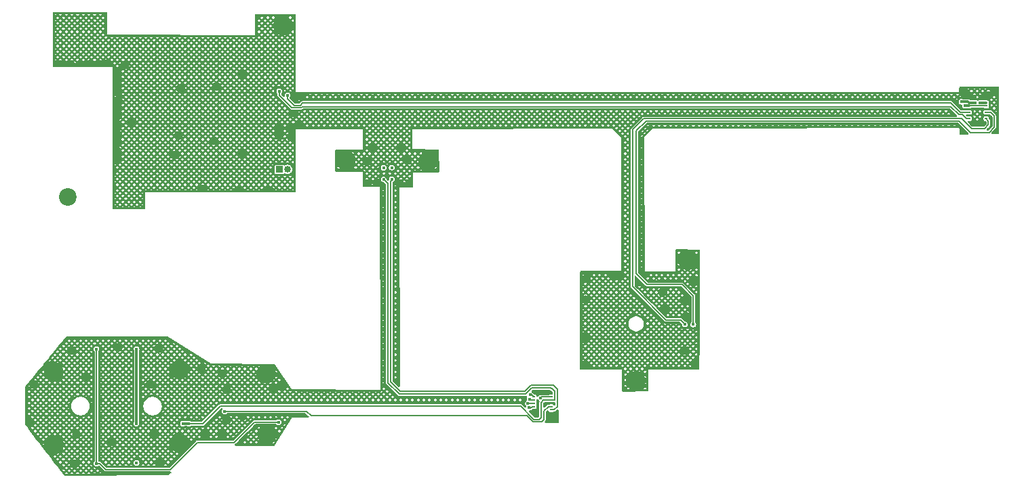
<source format=gbr>
%TF.GenerationSoftware,KiCad,Pcbnew,8.0.5*%
%TF.CreationDate,2025-02-13T07:49:46+01:00*%
%TF.ProjectId,flexpcb,666c6578-7063-4622-9e6b-696361645f70,rev?*%
%TF.SameCoordinates,Original*%
%TF.FileFunction,Copper,L1,Top*%
%TF.FilePolarity,Positive*%
%FSLAX46Y46*%
G04 Gerber Fmt 4.6, Leading zero omitted, Abs format (unit mm)*
G04 Created by KiCad (PCBNEW 8.0.5) date 2025-02-13 07:49:46*
%MOMM*%
%LPD*%
G01*
G04 APERTURE LIST*
%TA.AperFunction,ComponentPad*%
%ADD10C,2.200000*%
%TD*%
%TA.AperFunction,SMDPad,CuDef*%
%ADD11R,0.350000X0.240000*%
%TD*%
%TA.AperFunction,SMDPad,CuDef*%
%ADD12R,0.420000X0.300000*%
%TD*%
%TA.AperFunction,ComponentPad*%
%ADD13R,0.850000X0.850000*%
%TD*%
%TA.AperFunction,ComponentPad*%
%ADD14O,0.850000X0.850000*%
%TD*%
%TA.AperFunction,ViaPad*%
%ADD15C,0.400000*%
%TD*%
%TA.AperFunction,Conductor*%
%ADD16C,0.200000*%
%TD*%
%TA.AperFunction,Conductor*%
%ADD17C,0.300000*%
%TD*%
%TA.AperFunction,Conductor*%
%ADD18C,0.150000*%
%TD*%
G04 APERTURE END LIST*
D10*
%TO.P,,1*%
%TO.N,GND*%
X104370000Y-117170000D03*
%TD*%
%TO.P,,1*%
%TO.N,GND*%
X77710000Y-109300000D03*
%TD*%
D11*
%TO.P,J2,1,1*%
%TO.N,TX_GPS*%
X194140000Y-77660000D03*
%TO.P,J2,2,2*%
%TO.N,TX*%
X191990000Y-77660000D03*
%TO.P,J2,3,3*%
%TO.N,GND*%
X194140000Y-77260000D03*
%TO.P,J2,4,4*%
X191990000Y-77260000D03*
%TO.P,J2,5,5*%
%TO.N,RX_GPS*%
X194140000Y-76860000D03*
%TO.P,J2,6,6*%
%TO.N,RX*%
X191990000Y-76860000D03*
%TO.P,J2,7,7*%
%TO.N,GND*%
X194140000Y-76460000D03*
%TO.P,J2,8,8*%
X191990000Y-76460000D03*
%TO.P,J2,9,9*%
%TO.N,+3.3V*%
X194140000Y-76060000D03*
%TO.P,J2,10,10*%
X191990000Y-76060000D03*
%TO.P,J2,11,11*%
X194140000Y-75660000D03*
%TO.P,J2,12,12*%
X191990000Y-75660000D03*
D12*
%TO.P,J2,MP1,MP1*%
%TO.N,GND*%
X193695000Y-78290000D03*
%TO.P,J2,MP2,MP2*%
X192435000Y-78290000D03*
%TO.P,J2,MP3,MP3*%
X193695000Y-75030000D03*
%TO.P,J2,MP4,MP4*%
X192435000Y-75030000D03*
%TD*%
D10*
%TO.P,,1*%
%TO.N,GND*%
X93420000Y-118210000D03*
%TD*%
%TO.P,,1*%
%TO.N,GND*%
X104260000Y-109550000D03*
%TD*%
%TO.P,,1*%
%TO.N,GND*%
X124470000Y-82930000D03*
%TD*%
%TO.P,REF\u002A\u002A,1*%
%TO.N,GND*%
X79490000Y-87410000D03*
%TD*%
%TO.P,,1*%
%TO.N,GND*%
X156890000Y-95370000D03*
%TD*%
%TO.P,,1*%
%TO.N,GND*%
X106340000Y-66020000D03*
%TD*%
D11*
%TO.P,J1,1,1*%
%TO.N,GND*%
X137680000Y-114070000D03*
%TO.P,J1,2,2*%
%TO.N,nrst*%
X137680000Y-113670000D03*
%TO.P,J1,3,3*%
%TO.N,swdio*%
X137680000Y-113270000D03*
%TO.P,J1,4,4*%
%TO.N,swclk*%
X137680000Y-112870000D03*
%TO.P,J1,5,5*%
%TO.N,swo*%
X137680000Y-112470000D03*
%TO.P,J1,6,6*%
%TO.N,exti1*%
X139830000Y-114070000D03*
%TO.P,J1,7,7*%
%TO.N,exti3{slash}pwmled*%
X139830000Y-113670000D03*
%TO.P,J1,8,8*%
%TO.N,GND*%
X139830000Y-113270000D03*
%TO.P,J1,9,9*%
%TO.N,+3.3V*%
X139830000Y-112870000D03*
%TO.P,J1,10,10*%
%TO.N,EXTI0*%
X139830000Y-112470000D03*
D12*
%TO.P,J1,MP1,MP1*%
%TO.N,GND*%
X138125000Y-114700000D03*
%TO.P,J1,MP2,MP2*%
X138125000Y-111840000D03*
%TO.P,J1,MP3,MP3*%
X139385000Y-114700000D03*
%TO.P,J1,MP4,MP4*%
X139385000Y-111840000D03*
%TD*%
D10*
%TO.P,,1*%
%TO.N,GND*%
X93440000Y-109030000D03*
%TD*%
%TO.P,,1*%
%TO.N,GND*%
X114210000Y-82880000D03*
%TD*%
%TO.P,,1*%
%TO.N,GND*%
X77750000Y-118460000D03*
%TD*%
D13*
%TO.P,SW1,1,1*%
%TO.N,Net-(Tarvos1-MODE_1)*%
X105910000Y-84010000D03*
D14*
%TO.P,SW1,2,2*%
%TO.N,+3.3V*%
X106910000Y-84010000D03*
%TD*%
D10*
%TO.P,,1*%
%TO.N,GND*%
X150370000Y-110440000D03*
%TD*%
D15*
%TO.N,GND*%
X85670000Y-79570000D03*
X147790000Y-97310000D03*
X82210000Y-70840000D03*
X85750000Y-76390000D03*
X107380000Y-79930000D03*
X105284583Y-111379788D03*
X144210000Y-104980000D03*
X85763575Y-75331234D03*
X85610000Y-81720000D03*
X93292686Y-79768310D03*
X195380000Y-79260000D03*
X144140000Y-108420000D03*
X116880000Y-85820000D03*
X101340000Y-82050000D03*
X96110000Y-108920000D03*
X104640000Y-86600000D03*
X148530000Y-97250000D03*
X105910000Y-78880000D03*
X121890000Y-82870000D03*
X120930000Y-85790000D03*
X100790000Y-86580000D03*
X138070000Y-114160000D03*
X191160000Y-74180000D03*
X195300000Y-74150000D03*
X97729485Y-80412361D03*
X74830000Y-115650000D03*
X101340000Y-72120000D03*
X117610000Y-81205000D03*
X92900000Y-82190000D03*
X99300000Y-111540000D03*
X107340000Y-78740000D03*
X75260000Y-110900000D03*
X99350000Y-115290000D03*
X156690000Y-100350000D03*
X81630000Y-109990000D03*
X80290000Y-120850000D03*
X118120000Y-85720000D03*
X85720000Y-74380000D03*
X85620000Y-80680000D03*
X122150000Y-85750000D03*
X191260000Y-79140000D03*
X153920000Y-101530000D03*
X153760000Y-99350000D03*
X85760000Y-106270000D03*
X151360000Y-97180000D03*
X156680000Y-102350000D03*
X194710000Y-77500000D03*
X79950000Y-106620000D03*
X191710000Y-74750000D03*
X157710000Y-108250000D03*
X98745000Y-117170000D03*
X85020000Y-118020000D03*
X138750000Y-111920000D03*
X85640000Y-71710000D03*
X194410000Y-74760000D03*
X79820000Y-70860000D03*
X156530000Y-106660000D03*
X85640000Y-73300000D03*
X106220000Y-111130000D03*
X105860000Y-79810000D03*
X93578931Y-73864505D03*
X96300000Y-86480000D03*
X81020000Y-70830000D03*
X98051511Y-73578260D03*
X85710000Y-78460000D03*
X89760000Y-110850000D03*
X107650000Y-74800000D03*
X101270000Y-114870000D03*
X108529771Y-74806719D03*
X90240000Y-117010000D03*
X85590000Y-82780000D03*
X96730000Y-117010000D03*
X107680000Y-76920000D03*
X144180000Y-100320000D03*
X91080000Y-120610000D03*
X137610000Y-114530000D03*
X90790000Y-106380000D03*
X139080000Y-113440000D03*
X121210000Y-81205000D03*
X150570000Y-98110000D03*
X108476763Y-78506701D03*
X80580000Y-117130000D03*
X85670000Y-72530000D03*
X140090000Y-115050000D03*
X86540000Y-70940000D03*
X98745000Y-109570000D03*
X85690000Y-77330000D03*
X83270000Y-70810000D03*
X144230000Y-97590000D03*
X87560000Y-78090000D03*
X84360000Y-70810000D03*
X157560000Y-97880000D03*
X78580000Y-70860000D03*
X116850000Y-83010000D03*
%TO.N,+3.3V*%
X193380000Y-75660000D03*
X192800000Y-75660000D03*
X118910000Y-83790000D03*
X93850000Y-115800000D03*
X88060000Y-106470000D03*
X88045000Y-115785000D03*
X94580000Y-115800000D03*
X88060000Y-120710000D03*
X191530000Y-76040000D03*
X118920000Y-85250000D03*
X191060000Y-75540000D03*
%TO.N,swo*%
X137220000Y-112180000D03*
%TO.N,exti3{slash}pwmled*%
X99080000Y-114280000D03*
%TO.N,nrst*%
X137030477Y-113824794D03*
%TO.N,EXTI0*%
X83060000Y-106470000D03*
X83060000Y-120770000D03*
X105790000Y-115620000D03*
X138500000Y-112570000D03*
%TO.N,swdio*%
X136924999Y-113285000D03*
%TO.N,exti1*%
X119930000Y-85230000D03*
X119910000Y-83770000D03*
%TO.N,swclk*%
X137121222Y-112740112D03*
%TO.N,TX*%
X105880000Y-74230000D03*
%TO.N,RX*%
X106920000Y-74740000D03*
%TO.N,RX_GPS*%
X157570000Y-103410000D03*
%TO.N,TX_GPS*%
X156530000Y-103390000D03*
%TD*%
D16*
%TO.N,+3.3V*%
X136034315Y-113620000D02*
X98530000Y-113620000D01*
X138870000Y-112870000D02*
X138585000Y-113155000D01*
X140255000Y-111725000D02*
X140255000Y-112840000D01*
X138585000Y-113155000D02*
X138585000Y-115015000D01*
X137389620Y-111370000D02*
X139780000Y-111370000D01*
X120865380Y-112095000D02*
X136664620Y-112095000D01*
X139810000Y-111400000D02*
X139930000Y-111400000D01*
X139830000Y-112870000D02*
X138870000Y-112870000D01*
X139780000Y-111370000D02*
X139810000Y-111400000D01*
X118920000Y-85250000D02*
X119030000Y-85360000D01*
X137679315Y-115265000D02*
X136034315Y-113620000D01*
X138585000Y-115015000D02*
X138335000Y-115265000D01*
D17*
X191990000Y-75660000D02*
X192800000Y-75660000D01*
D16*
X138335000Y-115265000D02*
X137679315Y-115265000D01*
X119465000Y-85795000D02*
X119465000Y-110694620D01*
D17*
X93850000Y-115800000D02*
X94580000Y-115800000D01*
X191870000Y-75540000D02*
X191060000Y-75540000D01*
D16*
X136664620Y-112095000D02*
X137389620Y-111370000D01*
D17*
X193380000Y-75660000D02*
X194140000Y-75660000D01*
D16*
X119465000Y-110694620D02*
X120865380Y-112095000D01*
D17*
X191990000Y-75660000D02*
X191870000Y-75540000D01*
X191530000Y-76040000D02*
X191990000Y-76040000D01*
D16*
X118920000Y-85250000D02*
X119465000Y-85795000D01*
X191990000Y-76060000D02*
X194140000Y-76060000D01*
X98530000Y-113620000D02*
X96350000Y-115800000D01*
X96350000Y-115800000D02*
X94580000Y-115800000D01*
D17*
X88060000Y-106470000D02*
X88060000Y-115770000D01*
D16*
X140225000Y-112870000D02*
X139830000Y-112870000D01*
D17*
X88060000Y-115770000D02*
X88045000Y-115785000D01*
D16*
X140255000Y-112840000D02*
X140225000Y-112870000D01*
X139930000Y-111400000D02*
X140255000Y-111725000D01*
D18*
%TO.N,swo*%
X137390000Y-112180000D02*
X137680000Y-112470000D01*
X137220000Y-112180000D02*
X137390000Y-112180000D01*
%TO.N,exti3{slash}pwmled*%
X138920000Y-115300000D02*
X138920000Y-114235000D01*
X99080000Y-114280000D02*
X99090000Y-114270000D01*
X139485000Y-113670000D02*
X139830000Y-113670000D01*
X109860000Y-114840000D02*
X136794695Y-114840000D01*
X99090000Y-114270000D02*
X109290000Y-114270000D01*
X138630000Y-115590000D02*
X138920000Y-115300000D01*
X99080000Y-114280000D02*
X98930000Y-114280000D01*
X137544695Y-115590000D02*
X138630000Y-115590000D01*
X109290000Y-114270000D02*
X109860000Y-114840000D01*
X138920000Y-114235000D02*
X139485000Y-113670000D01*
X136794695Y-114840000D02*
X137544695Y-115590000D01*
%TO.N,nrst*%
X137066724Y-113861041D02*
X137260000Y-113861041D01*
X137260000Y-113861041D02*
X137451041Y-113670000D01*
X137030477Y-113824794D02*
X137066724Y-113861041D01*
X137451041Y-113670000D02*
X137680000Y-113670000D01*
%TO.N,EXTI0*%
X138600000Y-112470000D02*
X139830000Y-112470000D01*
X102780000Y-115620000D02*
X100250000Y-118150000D01*
X83440000Y-120770000D02*
X83060000Y-120770000D01*
X84220000Y-121550000D02*
X83440000Y-120770000D01*
X138500000Y-112570000D02*
X138600000Y-112470000D01*
X95640000Y-118150000D02*
X92240000Y-121550000D01*
X92240000Y-121550000D02*
X84220000Y-121550000D01*
X100250000Y-118150000D02*
X95640000Y-118150000D01*
X105790000Y-115620000D02*
X102780000Y-115620000D01*
X83060000Y-106470000D02*
X83060000Y-120770000D01*
%TO.N,swdio*%
X136924999Y-113285000D02*
X136939999Y-113270000D01*
X136939999Y-113270000D02*
X137680000Y-113270000D01*
%TO.N,exti1*%
X119790000Y-110560000D02*
X121000000Y-111770000D01*
X140580000Y-113665000D02*
X140175000Y-114070000D01*
X137280000Y-111020000D02*
X140090000Y-111020000D01*
X140580000Y-111510000D02*
X140580000Y-113665000D01*
X140090000Y-111020000D02*
X140580000Y-111510000D01*
X140175000Y-114070000D02*
X139830000Y-114070000D01*
X136530000Y-111770000D02*
X137280000Y-111020000D01*
X119930000Y-85230000D02*
X119930000Y-85200000D01*
X119930000Y-85230000D02*
X119930000Y-85360000D01*
X119790000Y-85500000D02*
X119790000Y-110560000D01*
X121000000Y-111770000D02*
X136530000Y-111770000D01*
X119930000Y-85360000D02*
X119790000Y-85500000D01*
%TO.N,swclk*%
X137251110Y-112870000D02*
X137121222Y-112740112D01*
X137680000Y-112870000D02*
X137251110Y-112870000D01*
%TO.N,TX*%
X108604264Y-76280000D02*
X107430000Y-76280000D01*
X105880000Y-74730000D02*
X105880000Y-74230000D01*
X191990000Y-77660000D02*
X191645000Y-77660000D01*
X191645000Y-77660000D02*
X191145000Y-77160000D01*
X191145000Y-77160000D02*
X190740000Y-77160000D01*
X108734264Y-76150000D02*
X108604264Y-76280000D01*
X189730000Y-76150000D02*
X108734264Y-76150000D01*
X190740000Y-77160000D02*
X189730000Y-76150000D01*
X107430000Y-76280000D02*
X105880000Y-74730000D01*
%TO.N,RX*%
X189740000Y-75680000D02*
X190920000Y-76860000D01*
X106920000Y-74740000D02*
X106920000Y-75160000D01*
X106920000Y-75160000D02*
X107740000Y-75980000D01*
X108780000Y-75680000D02*
X189740000Y-75680000D01*
X190920000Y-76860000D02*
X191990000Y-76860000D01*
X107740000Y-75980000D02*
X108480000Y-75980000D01*
X108480000Y-75980000D02*
X108780000Y-75680000D01*
%TO.N,RX_GPS*%
X151810000Y-98390000D02*
X156150000Y-98390000D01*
X151660000Y-77950000D02*
X150430000Y-79180000D01*
X190750000Y-77950000D02*
X151660000Y-77950000D01*
X195150000Y-78730000D02*
X194510000Y-79370000D01*
X194140000Y-76860000D02*
X194710000Y-76860000D01*
X150430000Y-79180000D02*
X150430000Y-97010000D01*
X194510000Y-79370000D02*
X192170000Y-79370000D01*
X156150000Y-98390000D02*
X157570000Y-99810000D01*
X192170000Y-79370000D02*
X190750000Y-77950000D01*
X195150000Y-77300000D02*
X195150000Y-78730000D01*
X150430000Y-97010000D02*
X151810000Y-98390000D01*
X157570000Y-99810000D02*
X157570000Y-103410000D01*
X194710000Y-76860000D02*
X195150000Y-77300000D01*
%TO.N,TX_GPS*%
X154170000Y-102840000D02*
X155980000Y-102840000D01*
X194410000Y-78410000D02*
X193930000Y-78890000D01*
X192310000Y-78890000D02*
X191070000Y-77650000D01*
X155980000Y-102840000D02*
X156530000Y-103390000D01*
X191070000Y-77650000D02*
X151370000Y-77650000D01*
X194410000Y-77930000D02*
X194410000Y-78410000D01*
X150000000Y-98670000D02*
X154170000Y-102840000D01*
X150000000Y-79020000D02*
X150000000Y-98670000D01*
X151370000Y-77650000D02*
X150000000Y-79020000D01*
X194140000Y-77660000D02*
X194410000Y-77930000D01*
X193930000Y-78890000D02*
X192310000Y-78890000D01*
%TD*%
%TA.AperFunction,Conductor*%
%TO.N,GND*%
G36*
X84372539Y-64340185D02*
G01*
X84418294Y-64392989D01*
X84429500Y-64444500D01*
X84429500Y-67110119D01*
X84429466Y-67130836D01*
X84429499Y-67130917D01*
X84444378Y-67145796D01*
X84458999Y-67160466D01*
X84459081Y-67160500D01*
X84479717Y-67160500D01*
X102714441Y-67190424D01*
X102714816Y-67190500D01*
X102739082Y-67190500D01*
X102760116Y-67190500D01*
X102760150Y-67190500D01*
X102780835Y-67190534D01*
X102780837Y-67190531D01*
X102780914Y-67190500D01*
X102780918Y-67190500D01*
X102795650Y-67175767D01*
X102810466Y-67161001D01*
X102810466Y-67160997D01*
X102810500Y-67160919D01*
X102810500Y-67140387D01*
X102810574Y-67095302D01*
X102810500Y-67094919D01*
X102810500Y-66758214D01*
X103198466Y-66758214D01*
X103376658Y-66936405D01*
X103554849Y-66758214D01*
X103906987Y-66758214D01*
X104085179Y-66936405D01*
X104263370Y-66758214D01*
X104615508Y-66758214D01*
X104793700Y-66936405D01*
X104971891Y-66758214D01*
X104971890Y-66758213D01*
X105324029Y-66758213D01*
X105502220Y-66936405D01*
X105514707Y-66923918D01*
X105440069Y-66855877D01*
X105424653Y-66838967D01*
X105363671Y-66758214D01*
X107449592Y-66758214D01*
X107627784Y-66936405D01*
X107686500Y-66877690D01*
X107686500Y-66638738D01*
X107627784Y-66580022D01*
X107449592Y-66758214D01*
X105363671Y-66758214D01*
X105346615Y-66735628D01*
X105324029Y-66758213D01*
X104971890Y-66758213D01*
X104793700Y-66580022D01*
X104615508Y-66758214D01*
X104263370Y-66758214D01*
X104085179Y-66580022D01*
X103906987Y-66758214D01*
X103554849Y-66758214D01*
X103376658Y-66580022D01*
X103198466Y-66758214D01*
X102810500Y-66758214D01*
X102810500Y-66521043D01*
X103083500Y-66521043D01*
X103200589Y-66403953D01*
X103552727Y-66403953D01*
X103730918Y-66582145D01*
X103909110Y-66403953D01*
X104261248Y-66403953D01*
X104439439Y-66582145D01*
X104617631Y-66403953D01*
X104969769Y-66403953D01*
X105147960Y-66582144D01*
X105217793Y-66512311D01*
X105198886Y-66474340D01*
X105190620Y-66453002D01*
X105134831Y-66256924D01*
X105131990Y-66241732D01*
X104969769Y-66403953D01*
X104617631Y-66403953D01*
X104439439Y-66225762D01*
X104261248Y-66403953D01*
X103909110Y-66403953D01*
X103730918Y-66225762D01*
X103552727Y-66403953D01*
X103200589Y-66403953D01*
X103083500Y-66286864D01*
X103083500Y-66521043D01*
X102810500Y-66521043D01*
X102810500Y-66049693D01*
X103198466Y-66049693D01*
X103376658Y-66227884D01*
X103554849Y-66049693D01*
X103906987Y-66049693D01*
X104085179Y-66227884D01*
X104263370Y-66049693D01*
X104615508Y-66049693D01*
X104793700Y-66227884D01*
X104864905Y-66156679D01*
X107556578Y-66156679D01*
X107627784Y-66227885D01*
X107686500Y-66169169D01*
X107686500Y-65930217D01*
X107627784Y-65871501D01*
X107561615Y-65937670D01*
X107568184Y-66008558D01*
X107568184Y-66031442D01*
X107556578Y-66156679D01*
X104864905Y-66156679D01*
X104971891Y-66049693D01*
X104793700Y-65871501D01*
X104615508Y-66049693D01*
X104263370Y-66049693D01*
X104085179Y-65871501D01*
X103906987Y-66049693D01*
X103554849Y-66049693D01*
X103376658Y-65871501D01*
X103198466Y-66049693D01*
X102810500Y-66049693D01*
X102810500Y-65812522D01*
X103083500Y-65812522D01*
X103200589Y-65695432D01*
X103552727Y-65695432D01*
X103730918Y-65873624D01*
X103909110Y-65695432D01*
X104261248Y-65695432D01*
X104439439Y-65873624D01*
X104617631Y-65695432D01*
X104969769Y-65695432D01*
X105126324Y-65851987D01*
X105130626Y-65805568D01*
X105134831Y-65783076D01*
X105190620Y-65586998D01*
X105198185Y-65567465D01*
X105147961Y-65517241D01*
X104969769Y-65695432D01*
X104617631Y-65695432D01*
X104439439Y-65517241D01*
X104261248Y-65695432D01*
X103909110Y-65695432D01*
X103730918Y-65517241D01*
X103552727Y-65695432D01*
X103200589Y-65695432D01*
X103083500Y-65578343D01*
X103083500Y-65812522D01*
X102810500Y-65812522D01*
X102810500Y-65341172D01*
X103198466Y-65341172D01*
X103376658Y-65519363D01*
X103554849Y-65341172D01*
X103906987Y-65341172D01*
X104085179Y-65519363D01*
X104263370Y-65341172D01*
X104615508Y-65341172D01*
X104793700Y-65519363D01*
X104971891Y-65341172D01*
X107449592Y-65341172D01*
X107627784Y-65519363D01*
X107686500Y-65460648D01*
X107686500Y-65221696D01*
X107627784Y-65162980D01*
X107449592Y-65341172D01*
X104971891Y-65341172D01*
X104793700Y-65162980D01*
X104615508Y-65341172D01*
X104263370Y-65341172D01*
X104085179Y-65162980D01*
X103906987Y-65341172D01*
X103554849Y-65341172D01*
X103376658Y-65162980D01*
X103198466Y-65341172D01*
X102810500Y-65341172D01*
X102810500Y-65104001D01*
X103083500Y-65104001D01*
X103200589Y-64986911D01*
X103552727Y-64986911D01*
X103730918Y-65165103D01*
X103909110Y-64986911D01*
X104261248Y-64986911D01*
X104439439Y-65165103D01*
X104617631Y-64986911D01*
X104969769Y-64986911D01*
X105147960Y-65165103D01*
X105326151Y-64986912D01*
X105678290Y-64986912D01*
X105680246Y-64988868D01*
X105683407Y-64986911D01*
X107095332Y-64986911D01*
X107273523Y-65165103D01*
X107451715Y-64986911D01*
X107348304Y-64883500D01*
X107198744Y-64883500D01*
X107095332Y-64986911D01*
X105683407Y-64986911D01*
X105782309Y-64925674D01*
X105802793Y-64915474D01*
X105885328Y-64883500D01*
X105781702Y-64883500D01*
X105678290Y-64986912D01*
X105326151Y-64986912D01*
X105326152Y-64986911D01*
X105222741Y-64883500D01*
X105073181Y-64883500D01*
X104969769Y-64986911D01*
X104617631Y-64986911D01*
X104514220Y-64883500D01*
X104364660Y-64883500D01*
X104261248Y-64986911D01*
X103909110Y-64986911D01*
X103805699Y-64883500D01*
X103656139Y-64883500D01*
X103552727Y-64986911D01*
X103200589Y-64986911D01*
X103097178Y-64883500D01*
X103083500Y-64883500D01*
X103083500Y-65104001D01*
X102810500Y-65104001D01*
X102810500Y-64734500D01*
X102830185Y-64667461D01*
X102882989Y-64621706D01*
X102934500Y-64610500D01*
X107835500Y-64610500D01*
X107902539Y-64630185D01*
X107948294Y-64682989D01*
X107959500Y-64734500D01*
X107959500Y-74217407D01*
X107959490Y-74217464D01*
X107959500Y-74260088D01*
X107959500Y-74281000D01*
X107959504Y-74281004D01*
X107959505Y-74281005D01*
X107974299Y-74295792D01*
X107989082Y-74310575D01*
X107989083Y-74310575D01*
X107989094Y-74310580D01*
X108009769Y-74310575D01*
X108030918Y-74310575D01*
X108058459Y-74310575D01*
X108058514Y-74310562D01*
X190710255Y-74290575D01*
X190730918Y-74290575D01*
X190731149Y-74290575D01*
X190731613Y-74290367D01*
X190735725Y-74285772D01*
X190745717Y-74275775D01*
X190745723Y-74275769D01*
X190745727Y-74275773D01*
X190745741Y-74275750D01*
X190760500Y-74260993D01*
X190760500Y-74260989D01*
X190760503Y-74260982D01*
X190760505Y-74260981D01*
X190760500Y-74239169D01*
X190760500Y-74141758D01*
X191709786Y-74141758D01*
X191712771Y-74160602D01*
X191712771Y-74197229D01*
X191729398Y-74197229D01*
X191761139Y-74202256D01*
X191765712Y-74197684D01*
X192117851Y-74197684D01*
X192296043Y-74375876D01*
X192474234Y-74197684D01*
X192826372Y-74197684D01*
X193004564Y-74375876D01*
X193182755Y-74197684D01*
X193534893Y-74197684D01*
X193713085Y-74375876D01*
X193891276Y-74197684D01*
X194243414Y-74197684D01*
X194271778Y-74226048D01*
X194390602Y-74207229D01*
X194429398Y-74207229D01*
X194562367Y-74228289D01*
X194567518Y-74229962D01*
X194599796Y-74197684D01*
X194421606Y-74019493D01*
X194243414Y-74197684D01*
X193891276Y-74197684D01*
X193713085Y-74019493D01*
X193534893Y-74197684D01*
X193182755Y-74197684D01*
X193004564Y-74019493D01*
X192826372Y-74197684D01*
X192474234Y-74197684D01*
X192296043Y-74019493D01*
X192117851Y-74197684D01*
X191765712Y-74197684D01*
X191709786Y-74141758D01*
X190760500Y-74141758D01*
X190760500Y-73943500D01*
X191863667Y-73943500D01*
X191941782Y-74021615D01*
X192019899Y-73943500D01*
X192572187Y-73943500D01*
X192650303Y-74021615D01*
X192728419Y-73943500D01*
X193280708Y-73943500D01*
X193358824Y-74021615D01*
X193436940Y-73943500D01*
X193989229Y-73943500D01*
X194067345Y-74021615D01*
X194145461Y-73943500D01*
X194697750Y-73943500D01*
X194766045Y-74011795D01*
X194768289Y-73997633D01*
X194780277Y-73960736D01*
X194789059Y-73943500D01*
X194697750Y-73943500D01*
X194145461Y-73943500D01*
X193989229Y-73943500D01*
X193436940Y-73943500D01*
X193280708Y-73943500D01*
X192728419Y-73943500D01*
X192572187Y-73943500D01*
X192019899Y-73943500D01*
X191863667Y-73943500D01*
X190760500Y-73943500D01*
X190760500Y-73794500D01*
X190780185Y-73727461D01*
X190832989Y-73681706D01*
X190884500Y-73670500D01*
X195645500Y-73670500D01*
X195712539Y-73690185D01*
X195758294Y-73742989D01*
X195769500Y-73794500D01*
X195769500Y-79476865D01*
X195749815Y-79543904D01*
X195697011Y-79589659D01*
X195646475Y-79600861D01*
X194892449Y-79606787D01*
X194825256Y-79587630D01*
X194779088Y-79535187D01*
X194768601Y-79466109D01*
X194797126Y-79402327D01*
X194803780Y-79395123D01*
X195260294Y-78938610D01*
X195260297Y-78938608D01*
X195277735Y-78921170D01*
X195277736Y-78921170D01*
X195341170Y-78857736D01*
X195367363Y-78794500D01*
X195375501Y-78774854D01*
X195375501Y-78685145D01*
X195375501Y-78675156D01*
X195375500Y-78675142D01*
X195375500Y-77359297D01*
X195375501Y-77359288D01*
X195375501Y-77255146D01*
X195375501Y-77255145D01*
X195341170Y-77172265D01*
X195341170Y-77172264D01*
X195277736Y-77108830D01*
X195270671Y-77101765D01*
X195270664Y-77101759D01*
X194918610Y-76749705D01*
X194901170Y-76732264D01*
X194846414Y-76677508D01*
X195306195Y-76677508D01*
X195484387Y-76855699D01*
X195496500Y-76843587D01*
X195496500Y-76511430D01*
X195484386Y-76499317D01*
X195306195Y-76677508D01*
X194846414Y-76677508D01*
X194837736Y-76668830D01*
X194837735Y-76668829D01*
X194813457Y-76658772D01*
X194813457Y-76658771D01*
X194754858Y-76634500D01*
X194754856Y-76634499D01*
X194754855Y-76634499D01*
X194665145Y-76634499D01*
X194650711Y-76634499D01*
X194650703Y-76634500D01*
X194465614Y-76634500D01*
X194398575Y-76614815D01*
X194396724Y-76613602D01*
X194373724Y-76598234D01*
X194373717Y-76598231D01*
X194329822Y-76589500D01*
X194329820Y-76589500D01*
X193950180Y-76589500D01*
X193950178Y-76589500D01*
X193906282Y-76598231D01*
X193906275Y-76598234D01*
X193856496Y-76631495D01*
X193856495Y-76631496D01*
X193823234Y-76681275D01*
X193823231Y-76681282D01*
X193814500Y-76725177D01*
X193814500Y-76725180D01*
X193814500Y-76994820D01*
X193814500Y-76994822D01*
X193814499Y-76994822D01*
X193823231Y-77038717D01*
X193823234Y-77038724D01*
X193854502Y-77085520D01*
X193856496Y-77088504D01*
X193906278Y-77121767D01*
X193906281Y-77121767D01*
X193906282Y-77121768D01*
X193950177Y-77130500D01*
X193950180Y-77130500D01*
X194329822Y-77130500D01*
X194373717Y-77121768D01*
X194373717Y-77121767D01*
X194373722Y-77121767D01*
X194396724Y-77106398D01*
X194463401Y-77085520D01*
X194465614Y-77085500D01*
X194565233Y-77085500D01*
X194632272Y-77105185D01*
X194652914Y-77121819D01*
X194888181Y-77357086D01*
X194921666Y-77418409D01*
X194924500Y-77444767D01*
X194924500Y-78585233D01*
X194904815Y-78652272D01*
X194888181Y-78672914D01*
X194452914Y-79108181D01*
X194391591Y-79141666D01*
X194365233Y-79144500D01*
X194293766Y-79144500D01*
X194226727Y-79124815D01*
X194180972Y-79072011D01*
X194171028Y-79002853D01*
X194200053Y-78939297D01*
X194206085Y-78932819D01*
X194351114Y-78787790D01*
X194520294Y-78618610D01*
X194520297Y-78618608D01*
X194537735Y-78601170D01*
X194537736Y-78601170D01*
X194601170Y-78537736D01*
X194615390Y-78503405D01*
X194635501Y-78454854D01*
X194635501Y-78365145D01*
X194635501Y-78355156D01*
X194635500Y-78355142D01*
X194635500Y-77989297D01*
X194635501Y-77989288D01*
X194635501Y-77885147D01*
X194635501Y-77885146D01*
X194615390Y-77836595D01*
X194601170Y-77802264D01*
X194537736Y-77738830D01*
X194530671Y-77731765D01*
X194530664Y-77731759D01*
X194501819Y-77702914D01*
X194468334Y-77641591D01*
X194465500Y-77615233D01*
X194465500Y-77525177D01*
X194456768Y-77481282D01*
X194456767Y-77481281D01*
X194456767Y-77481278D01*
X194423504Y-77431496D01*
X194413034Y-77424500D01*
X194373724Y-77398234D01*
X194373717Y-77398231D01*
X194329822Y-77389500D01*
X194329820Y-77389500D01*
X193950180Y-77389500D01*
X193950178Y-77389500D01*
X193906282Y-77398231D01*
X193906275Y-77398234D01*
X193856496Y-77431495D01*
X193856495Y-77431496D01*
X193823234Y-77481275D01*
X193823231Y-77481282D01*
X193814500Y-77525177D01*
X193814500Y-77525180D01*
X193814500Y-77794820D01*
X193814500Y-77794822D01*
X193814499Y-77794822D01*
X193823231Y-77838717D01*
X193823234Y-77838724D01*
X193854489Y-77885501D01*
X193856496Y-77888504D01*
X193906278Y-77921767D01*
X193906281Y-77921767D01*
X193906282Y-77921768D01*
X193950177Y-77930500D01*
X193950180Y-77930500D01*
X194040233Y-77930500D01*
X194107272Y-77950185D01*
X194127914Y-77966819D01*
X194148181Y-77987086D01*
X194181666Y-78048409D01*
X194184500Y-78074767D01*
X194184500Y-78265233D01*
X194164815Y-78332272D01*
X194148181Y-78352914D01*
X193872914Y-78628181D01*
X193811591Y-78661666D01*
X193785233Y-78664500D01*
X192454767Y-78664500D01*
X192387728Y-78644815D01*
X192367086Y-78628181D01*
X192120588Y-78381683D01*
X192893499Y-78381683D01*
X192893500Y-78391500D01*
X193125444Y-78391500D01*
X193004563Y-78270619D01*
X192893499Y-78381683D01*
X192120588Y-78381683D01*
X191881086Y-78142181D01*
X191855077Y-78094550D01*
X193180632Y-78094550D01*
X193236500Y-78150417D01*
X193236500Y-78127739D01*
X193238883Y-78103547D01*
X193246107Y-78067231D01*
X193264622Y-78022532D01*
X193288727Y-77986455D01*
X193180632Y-78094550D01*
X191855077Y-78094550D01*
X191847601Y-78080858D01*
X191852585Y-78011166D01*
X191894457Y-77955233D01*
X191925306Y-77943727D01*
X193331455Y-77943727D01*
X193364268Y-77921802D01*
X193358824Y-77916358D01*
X193331455Y-77943727D01*
X191925306Y-77943727D01*
X191959921Y-77930816D01*
X191968767Y-77930500D01*
X192179822Y-77930500D01*
X192223717Y-77921768D01*
X192223717Y-77921767D01*
X192223722Y-77921767D01*
X192273504Y-77888504D01*
X192306767Y-77838722D01*
X192314019Y-77802267D01*
X192315500Y-77794822D01*
X192315500Y-77740289D01*
X192826372Y-77740289D01*
X193004564Y-77918481D01*
X193182754Y-77740290D01*
X193534894Y-77740290D01*
X193541500Y-77746896D01*
X193541500Y-77733684D01*
X193534894Y-77740290D01*
X193182754Y-77740290D01*
X193182755Y-77740289D01*
X193004564Y-77562098D01*
X192826372Y-77740289D01*
X192315500Y-77740289D01*
X192315500Y-77525177D01*
X192306768Y-77481282D01*
X192306767Y-77481281D01*
X192306767Y-77481278D01*
X192273504Y-77431496D01*
X192263034Y-77424500D01*
X192223724Y-77398234D01*
X192223717Y-77398231D01*
X192179822Y-77389500D01*
X192179820Y-77389500D01*
X191800180Y-77389500D01*
X191800175Y-77389500D01*
X191776125Y-77394284D01*
X191706533Y-77388057D01*
X191664253Y-77360348D01*
X191632627Y-77328722D01*
X191631400Y-77326475D01*
X192531664Y-77326475D01*
X192541225Y-77340783D01*
X192547476Y-77351211D01*
X192548634Y-77353377D01*
X192553840Y-77364383D01*
X192564128Y-77389218D01*
X192568232Y-77400687D01*
X192568945Y-77403038D01*
X192571899Y-77414835D01*
X192584562Y-77478497D01*
X192585589Y-77484402D01*
X192585770Y-77485616D01*
X192586529Y-77491753D01*
X192587478Y-77501395D01*
X192650303Y-77564220D01*
X192828494Y-77386029D01*
X193180632Y-77386029D01*
X193358823Y-77564220D01*
X193537015Y-77386028D01*
X193358824Y-77207837D01*
X193180632Y-77386029D01*
X192828494Y-77386029D01*
X192650302Y-77207837D01*
X192531664Y-77326475D01*
X191631400Y-77326475D01*
X191599142Y-77267399D01*
X191604126Y-77197707D01*
X191645998Y-77141774D01*
X191711462Y-77117357D01*
X191744501Y-77119424D01*
X191756277Y-77121766D01*
X191756278Y-77121767D01*
X191778643Y-77126215D01*
X191800179Y-77130500D01*
X191800180Y-77130500D01*
X192179822Y-77130500D01*
X192223717Y-77121768D01*
X192223717Y-77121767D01*
X192223722Y-77121767D01*
X192273504Y-77088504D01*
X192306767Y-77038722D01*
X192308150Y-77031768D01*
X192826372Y-77031768D01*
X193004564Y-77209960D01*
X193182755Y-77031768D01*
X193534893Y-77031768D01*
X193545639Y-77042514D01*
X193545438Y-77041503D01*
X193544411Y-77035598D01*
X193544230Y-77034384D01*
X193543471Y-77028247D01*
X193543017Y-77023644D01*
X193534893Y-77031768D01*
X193182755Y-77031768D01*
X193004564Y-76853577D01*
X192826372Y-77031768D01*
X192308150Y-77031768D01*
X192315500Y-76994820D01*
X192315500Y-76725180D01*
X192315500Y-76725177D01*
X192306768Y-76681282D01*
X192306767Y-76681281D01*
X192306767Y-76681278D01*
X192273504Y-76631496D01*
X192263941Y-76625106D01*
X192223724Y-76598234D01*
X192223717Y-76598231D01*
X192179822Y-76589500D01*
X192179820Y-76589500D01*
X191800180Y-76589500D01*
X191800178Y-76589500D01*
X191756282Y-76598231D01*
X191756275Y-76598234D01*
X191733276Y-76613602D01*
X191666599Y-76634480D01*
X191664386Y-76634500D01*
X191592599Y-76634500D01*
X191525675Y-76614848D01*
X191483293Y-76633477D01*
X191467401Y-76634500D01*
X191064767Y-76634500D01*
X190997728Y-76614815D01*
X190977086Y-76598181D01*
X190965488Y-76586583D01*
X192563036Y-76586583D01*
X192564128Y-76589218D01*
X192568232Y-76600687D01*
X192568945Y-76603038D01*
X192571899Y-76614835D01*
X192584562Y-76678497D01*
X192585589Y-76684402D01*
X192585770Y-76685616D01*
X192586529Y-76691753D01*
X192587843Y-76705100D01*
X192588292Y-76711183D01*
X192588352Y-76712408D01*
X192588500Y-76718474D01*
X192588500Y-76793896D01*
X192650303Y-76855699D01*
X192828494Y-76677508D01*
X193180632Y-76677508D01*
X193358824Y-76855699D01*
X193537015Y-76677508D01*
X193443007Y-76583500D01*
X193274641Y-76583500D01*
X193180632Y-76677508D01*
X192828494Y-76677508D01*
X192734486Y-76583500D01*
X192566121Y-76583500D01*
X192563036Y-76586583D01*
X190965488Y-76586583D01*
X189948611Y-75569706D01*
X189948609Y-75569703D01*
X189918903Y-75539997D01*
X190705131Y-75539997D01*
X190705131Y-75540002D01*
X190722498Y-75649658D01*
X190772904Y-75748585D01*
X190772909Y-75748592D01*
X190851407Y-75827090D01*
X190851410Y-75827092D01*
X190851413Y-75827095D01*
X190915993Y-75860000D01*
X190950341Y-75877501D01*
X191069639Y-75896396D01*
X191069127Y-75899624D01*
X191119971Y-75914554D01*
X191165726Y-75967358D01*
X191174768Y-76030241D01*
X191175131Y-76030241D01*
X191175131Y-76032767D01*
X191175670Y-76036516D01*
X191175406Y-76038265D01*
X191175131Y-76040001D01*
X191175131Y-76040002D01*
X191192498Y-76149658D01*
X191242904Y-76248585D01*
X191242909Y-76248592D01*
X191321407Y-76327090D01*
X191321410Y-76327092D01*
X191321413Y-76327095D01*
X191374245Y-76354014D01*
X191420341Y-76377501D01*
X191486799Y-76388027D01*
X191530711Y-76408843D01*
X191557664Y-76391523D01*
X191573201Y-76388027D01*
X191639657Y-76377501D01*
X191639658Y-76377500D01*
X191639661Y-76377500D01*
X191685755Y-76354013D01*
X191742048Y-76340500D01*
X192029560Y-76340500D01*
X192029562Y-76340500D01*
X192051114Y-76334724D01*
X192083207Y-76330500D01*
X192179820Y-76330500D01*
X192223722Y-76321767D01*
X192223726Y-76321763D01*
X192228138Y-76319938D01*
X192275588Y-76310500D01*
X193854412Y-76310500D01*
X193901862Y-76319938D01*
X193906275Y-76321765D01*
X193906278Y-76321767D01*
X193950180Y-76330500D01*
X194329822Y-76330500D01*
X194366282Y-76323247D01*
X194951935Y-76323247D01*
X195130127Y-76501439D01*
X195308318Y-76323247D01*
X195130127Y-76145056D01*
X194951935Y-76323247D01*
X194366282Y-76323247D01*
X194373717Y-76321768D01*
X194373717Y-76321767D01*
X194373722Y-76321767D01*
X194423504Y-76288504D01*
X194456767Y-76238722D01*
X194465500Y-76194820D01*
X194465500Y-75925180D01*
X194457346Y-75884188D01*
X194457346Y-75860000D01*
X194730882Y-75860000D01*
X194734561Y-75878490D01*
X194735606Y-75884515D01*
X194735786Y-75885730D01*
X194736528Y-75891744D01*
X194737843Y-75905091D01*
X194738292Y-75911183D01*
X194738352Y-75912408D01*
X194738500Y-75918474D01*
X194738500Y-76109811D01*
X194775866Y-76147178D01*
X194954057Y-75968987D01*
X195306195Y-75968987D01*
X195484387Y-76147178D01*
X195496500Y-76135066D01*
X195496500Y-75802909D01*
X195484386Y-75790796D01*
X195306195Y-75968987D01*
X194954057Y-75968987D01*
X194775866Y-75790795D01*
X194736263Y-75830398D01*
X194735786Y-75834270D01*
X194735606Y-75835485D01*
X194734561Y-75841510D01*
X194730882Y-75860000D01*
X194457346Y-75860000D01*
X194457346Y-75835811D01*
X194465500Y-75794820D01*
X194465500Y-75614726D01*
X194951935Y-75614726D01*
X195130127Y-75792918D01*
X195308318Y-75614726D01*
X195130127Y-75436535D01*
X194951935Y-75614726D01*
X194465500Y-75614726D01*
X194465500Y-75525180D01*
X194465500Y-75525177D01*
X194456768Y-75481282D01*
X194456767Y-75481281D01*
X194456767Y-75481278D01*
X194423504Y-75431496D01*
X194423503Y-75431495D01*
X194373724Y-75398234D01*
X194373717Y-75398231D01*
X194329822Y-75389500D01*
X194329820Y-75389500D01*
X194303639Y-75389500D01*
X194263966Y-75381608D01*
X194263839Y-75382083D01*
X194256604Y-75380144D01*
X194256185Y-75380061D01*
X194255994Y-75379981D01*
X194255989Y-75379979D01*
X194179562Y-75359500D01*
X194179560Y-75359500D01*
X193592048Y-75359500D01*
X193535755Y-75345986D01*
X193525543Y-75340783D01*
X193489661Y-75322500D01*
X193489660Y-75322499D01*
X193489657Y-75322498D01*
X193380002Y-75305131D01*
X193379998Y-75305131D01*
X193270341Y-75322498D01*
X193171414Y-75372904D01*
X193163514Y-75378644D01*
X193161291Y-75375585D01*
X193116358Y-75400121D01*
X193046666Y-75395137D01*
X193017923Y-75376664D01*
X193016486Y-75378644D01*
X193008588Y-75372906D01*
X193008587Y-75372905D01*
X192999396Y-75368222D01*
X192909658Y-75322498D01*
X192800002Y-75305131D01*
X192799998Y-75305131D01*
X192690342Y-75322498D01*
X192644245Y-75345986D01*
X192587952Y-75359500D01*
X192165833Y-75359500D01*
X192098794Y-75339815D01*
X192078152Y-75323181D01*
X192054512Y-75299541D01*
X192054504Y-75299535D01*
X191986896Y-75260502D01*
X194636985Y-75260502D01*
X194643027Y-75268650D01*
X194691225Y-75340783D01*
X194697476Y-75351211D01*
X194698634Y-75353377D01*
X194703840Y-75364383D01*
X194705430Y-75368222D01*
X194775866Y-75438658D01*
X194954057Y-75260466D01*
X195306195Y-75260466D01*
X195484387Y-75438657D01*
X195496500Y-75426545D01*
X195496500Y-75094388D01*
X195484386Y-75082275D01*
X195306195Y-75260466D01*
X194954057Y-75260466D01*
X194819997Y-75126405D01*
X194750604Y-75195799D01*
X194719218Y-75218603D01*
X194636985Y-75260502D01*
X191986896Y-75260502D01*
X191985995Y-75259982D01*
X191985990Y-75259979D01*
X191959585Y-75252904D01*
X191909562Y-75239500D01*
X191909560Y-75239500D01*
X191272048Y-75239500D01*
X191215755Y-75225986D01*
X191169657Y-75202498D01*
X191060002Y-75185131D01*
X191059998Y-75185131D01*
X190950341Y-75202498D01*
X190851414Y-75252904D01*
X190851407Y-75252909D01*
X190772909Y-75331407D01*
X190772904Y-75331414D01*
X190722498Y-75430341D01*
X190705131Y-75539997D01*
X189918903Y-75539997D01*
X189867737Y-75488831D01*
X189867736Y-75488830D01*
X189835528Y-75475489D01*
X189784855Y-75454499D01*
X189695145Y-75454499D01*
X189680711Y-75454499D01*
X189680703Y-75454500D01*
X108839297Y-75454500D01*
X108839289Y-75454499D01*
X108824855Y-75454499D01*
X108735145Y-75454499D01*
X108735144Y-75454499D01*
X108684472Y-75475489D01*
X108684471Y-75475488D01*
X108652265Y-75488829D01*
X108652262Y-75488831D01*
X108588829Y-75552264D01*
X108588829Y-75552265D01*
X108422912Y-75718182D01*
X108361591Y-75751666D01*
X108335233Y-75754500D01*
X107884767Y-75754500D01*
X107817728Y-75734815D01*
X107797086Y-75718181D01*
X107555702Y-75476797D01*
X107941782Y-75476797D01*
X107946485Y-75481500D01*
X108027010Y-75481500D01*
X107982044Y-75436534D01*
X107941782Y-75476797D01*
X107555702Y-75476797D01*
X107339370Y-75260465D01*
X108158113Y-75260465D01*
X108326331Y-75428683D01*
X108395789Y-75359225D01*
X108395789Y-75359224D01*
X108411226Y-75343786D01*
X108377404Y-75338430D01*
X108340507Y-75326442D01*
X108220553Y-75265322D01*
X108213870Y-75260466D01*
X190346549Y-75260466D01*
X190455962Y-75369879D01*
X190456443Y-75367461D01*
X190456902Y-75365550D01*
X190459544Y-75356187D01*
X190466183Y-75335757D01*
X190469555Y-75326616D01*
X190470307Y-75324801D01*
X190474379Y-75315970D01*
X190534537Y-75197903D01*
X190539299Y-75189400D01*
X190540325Y-75187726D01*
X190545727Y-75179643D01*
X190558354Y-75162262D01*
X190564385Y-75154611D01*
X190565661Y-75153117D01*
X190572270Y-75145968D01*
X190580352Y-75137886D01*
X190524740Y-75082274D01*
X190346549Y-75260466D01*
X108213870Y-75260466D01*
X108189167Y-75242518D01*
X108182614Y-75235965D01*
X108158113Y-75260465D01*
X107339370Y-75260465D01*
X107260405Y-75181500D01*
X108945601Y-75181500D01*
X109144052Y-75181500D01*
X109654122Y-75181500D01*
X109852573Y-75181500D01*
X110362643Y-75181500D01*
X110561093Y-75181500D01*
X111071164Y-75181500D01*
X111269614Y-75181500D01*
X111779685Y-75181500D01*
X111978135Y-75181500D01*
X112488206Y-75181500D01*
X112686656Y-75181500D01*
X113196727Y-75181500D01*
X113395177Y-75181500D01*
X113905248Y-75181500D01*
X114103698Y-75181500D01*
X114613769Y-75181500D01*
X114812219Y-75181500D01*
X115322290Y-75181500D01*
X115520740Y-75181500D01*
X116030811Y-75181500D01*
X116229261Y-75181500D01*
X116739332Y-75181500D01*
X116937782Y-75181500D01*
X117447853Y-75181500D01*
X117646303Y-75181500D01*
X118156374Y-75181500D01*
X118354824Y-75181500D01*
X118864895Y-75181500D01*
X119063345Y-75181500D01*
X119573416Y-75181500D01*
X119771866Y-75181500D01*
X120281937Y-75181500D01*
X120480387Y-75181500D01*
X120990458Y-75181500D01*
X121188908Y-75181500D01*
X121698979Y-75181500D01*
X121897429Y-75181500D01*
X122407500Y-75181500D01*
X122605950Y-75181500D01*
X123116021Y-75181500D01*
X123314471Y-75181500D01*
X123824542Y-75181500D01*
X124022992Y-75181500D01*
X124533063Y-75181500D01*
X124731513Y-75181500D01*
X125241584Y-75181500D01*
X125440034Y-75181500D01*
X125950105Y-75181500D01*
X126148555Y-75181500D01*
X126658626Y-75181500D01*
X126857076Y-75181500D01*
X127367147Y-75181500D01*
X127565597Y-75181500D01*
X128075668Y-75181500D01*
X128274118Y-75181500D01*
X128784189Y-75181500D01*
X128982639Y-75181500D01*
X129492710Y-75181500D01*
X129691160Y-75181500D01*
X130201231Y-75181500D01*
X130399681Y-75181500D01*
X130909752Y-75181500D01*
X131108202Y-75181500D01*
X131618273Y-75181500D01*
X131816723Y-75181500D01*
X132326794Y-75181500D01*
X132525244Y-75181500D01*
X133035315Y-75181500D01*
X133233765Y-75181500D01*
X133743836Y-75181500D01*
X133942286Y-75181500D01*
X134452357Y-75181500D01*
X134650807Y-75181500D01*
X135160878Y-75181500D01*
X135359328Y-75181500D01*
X135869399Y-75181500D01*
X136067849Y-75181500D01*
X136577920Y-75181500D01*
X136776370Y-75181500D01*
X137286441Y-75181500D01*
X137484891Y-75181500D01*
X137994962Y-75181500D01*
X138193412Y-75181500D01*
X138703483Y-75181500D01*
X138901933Y-75181500D01*
X139412003Y-75181500D01*
X139610454Y-75181500D01*
X140120524Y-75181500D01*
X140318975Y-75181500D01*
X140829045Y-75181500D01*
X141027496Y-75181500D01*
X141537566Y-75181500D01*
X141736017Y-75181500D01*
X142246087Y-75181500D01*
X142444538Y-75181500D01*
X142954608Y-75181500D01*
X143153059Y-75181500D01*
X143663129Y-75181500D01*
X143861580Y-75181500D01*
X144371650Y-75181500D01*
X144570101Y-75181500D01*
X145080171Y-75181500D01*
X145278622Y-75181500D01*
X145788692Y-75181500D01*
X145987143Y-75181500D01*
X146497213Y-75181500D01*
X146695664Y-75181500D01*
X147205734Y-75181500D01*
X147404185Y-75181500D01*
X147914255Y-75181500D01*
X148112706Y-75181500D01*
X148622776Y-75181500D01*
X148821227Y-75181500D01*
X149331297Y-75181500D01*
X149529748Y-75181500D01*
X150039818Y-75181500D01*
X150238269Y-75181500D01*
X150748339Y-75181500D01*
X150946790Y-75181500D01*
X151456860Y-75181500D01*
X151655311Y-75181500D01*
X152165381Y-75181500D01*
X152363832Y-75181500D01*
X152873902Y-75181500D01*
X153072353Y-75181500D01*
X153582423Y-75181500D01*
X153780874Y-75181500D01*
X154290944Y-75181500D01*
X154489395Y-75181500D01*
X154999465Y-75181500D01*
X155197916Y-75181500D01*
X155707986Y-75181500D01*
X155906437Y-75181500D01*
X156416507Y-75181500D01*
X156614958Y-75181500D01*
X157125028Y-75181500D01*
X157323479Y-75181500D01*
X157833549Y-75181500D01*
X158032000Y-75181500D01*
X158542070Y-75181500D01*
X158740521Y-75181500D01*
X159250591Y-75181500D01*
X159449042Y-75181500D01*
X159959112Y-75181500D01*
X160157563Y-75181500D01*
X160667633Y-75181500D01*
X160866084Y-75181500D01*
X161376154Y-75181500D01*
X161574605Y-75181500D01*
X162084675Y-75181500D01*
X162283126Y-75181500D01*
X162793196Y-75181500D01*
X162991647Y-75181500D01*
X163501717Y-75181500D01*
X163700168Y-75181500D01*
X164210238Y-75181500D01*
X164408689Y-75181500D01*
X164918759Y-75181500D01*
X165117210Y-75181500D01*
X165627280Y-75181500D01*
X165825731Y-75181500D01*
X166335801Y-75181500D01*
X166534252Y-75181500D01*
X167044322Y-75181500D01*
X167242773Y-75181500D01*
X167752843Y-75181500D01*
X167951294Y-75181500D01*
X168461364Y-75181500D01*
X168659815Y-75181500D01*
X169169885Y-75181500D01*
X169368336Y-75181500D01*
X169878406Y-75181500D01*
X170076857Y-75181500D01*
X170586927Y-75181500D01*
X170785378Y-75181500D01*
X171295448Y-75181500D01*
X171493899Y-75181500D01*
X172003969Y-75181500D01*
X172202420Y-75181500D01*
X172712490Y-75181500D01*
X172910941Y-75181500D01*
X173421011Y-75181500D01*
X173619462Y-75181500D01*
X174129532Y-75181500D01*
X174327983Y-75181500D01*
X174838053Y-75181500D01*
X175036504Y-75181500D01*
X175546574Y-75181500D01*
X175745025Y-75181500D01*
X176255095Y-75181500D01*
X176453546Y-75181500D01*
X176963616Y-75181500D01*
X177162067Y-75181500D01*
X177672137Y-75181500D01*
X177870588Y-75181500D01*
X178380658Y-75181500D01*
X178579109Y-75181500D01*
X179089179Y-75181500D01*
X179287630Y-75181500D01*
X179797700Y-75181500D01*
X179996151Y-75181500D01*
X180506221Y-75181500D01*
X180704672Y-75181500D01*
X181214742Y-75181500D01*
X181413193Y-75181500D01*
X181923263Y-75181500D01*
X182121714Y-75181500D01*
X182631784Y-75181500D01*
X182830235Y-75181500D01*
X183340305Y-75181500D01*
X183538756Y-75181500D01*
X184048826Y-75181500D01*
X184247277Y-75181500D01*
X184757347Y-75181500D01*
X184955798Y-75181500D01*
X185465868Y-75181500D01*
X185664319Y-75181500D01*
X186174389Y-75181500D01*
X186372840Y-75181500D01*
X186882910Y-75181500D01*
X187081361Y-75181500D01*
X187591431Y-75181500D01*
X187789882Y-75181500D01*
X188299952Y-75181500D01*
X188498403Y-75181500D01*
X189008473Y-75181500D01*
X189206924Y-75181500D01*
X189206923Y-75181499D01*
X189716995Y-75181499D01*
X189798296Y-75181499D01*
X189810464Y-75182098D01*
X189812908Y-75182339D01*
X189824928Y-75184122D01*
X189851295Y-75189366D01*
X189863109Y-75192325D01*
X189865459Y-75193038D01*
X189876911Y-75197136D01*
X189940002Y-75223270D01*
X189940001Y-75223270D01*
X189969387Y-75235442D01*
X189816219Y-75082274D01*
X189716995Y-75181499D01*
X189206923Y-75181499D01*
X189107698Y-75082274D01*
X189008473Y-75181500D01*
X188498403Y-75181500D01*
X188399177Y-75082274D01*
X188299952Y-75181500D01*
X187789882Y-75181500D01*
X187690656Y-75082274D01*
X187591431Y-75181500D01*
X187081361Y-75181500D01*
X186982135Y-75082274D01*
X186882910Y-75181500D01*
X186372840Y-75181500D01*
X186273614Y-75082274D01*
X186174389Y-75181500D01*
X185664319Y-75181500D01*
X185565093Y-75082274D01*
X185465868Y-75181500D01*
X184955798Y-75181500D01*
X184856572Y-75082274D01*
X184757347Y-75181500D01*
X184247277Y-75181500D01*
X184148051Y-75082274D01*
X184048826Y-75181500D01*
X183538756Y-75181500D01*
X183439530Y-75082274D01*
X183340305Y-75181500D01*
X182830235Y-75181500D01*
X182731009Y-75082274D01*
X182631784Y-75181500D01*
X182121714Y-75181500D01*
X182022488Y-75082274D01*
X181923263Y-75181500D01*
X181413193Y-75181500D01*
X181313967Y-75082274D01*
X181214742Y-75181500D01*
X180704672Y-75181500D01*
X180605446Y-75082274D01*
X180506221Y-75181500D01*
X179996151Y-75181500D01*
X179896925Y-75082274D01*
X179797700Y-75181500D01*
X179287630Y-75181500D01*
X179188404Y-75082274D01*
X179089179Y-75181500D01*
X178579109Y-75181500D01*
X178479883Y-75082274D01*
X178380658Y-75181500D01*
X177870588Y-75181500D01*
X177771362Y-75082274D01*
X177672137Y-75181500D01*
X177162067Y-75181500D01*
X177062841Y-75082274D01*
X176963616Y-75181500D01*
X176453546Y-75181500D01*
X176354320Y-75082274D01*
X176255095Y-75181500D01*
X175745025Y-75181500D01*
X175645799Y-75082274D01*
X175546574Y-75181500D01*
X175036504Y-75181500D01*
X174937278Y-75082274D01*
X174838053Y-75181500D01*
X174327983Y-75181500D01*
X174228757Y-75082274D01*
X174129532Y-75181500D01*
X173619462Y-75181500D01*
X173520236Y-75082274D01*
X173421011Y-75181500D01*
X172910941Y-75181500D01*
X172811715Y-75082274D01*
X172712490Y-75181500D01*
X172202420Y-75181500D01*
X172103194Y-75082274D01*
X172003969Y-75181500D01*
X171493899Y-75181500D01*
X171394673Y-75082274D01*
X171295448Y-75181500D01*
X170785378Y-75181500D01*
X170686152Y-75082274D01*
X170586927Y-75181500D01*
X170076857Y-75181500D01*
X169977631Y-75082274D01*
X169878406Y-75181500D01*
X169368336Y-75181500D01*
X169269110Y-75082274D01*
X169169885Y-75181500D01*
X168659815Y-75181500D01*
X168560589Y-75082274D01*
X168461364Y-75181500D01*
X167951294Y-75181500D01*
X167852068Y-75082274D01*
X167752843Y-75181500D01*
X167242773Y-75181500D01*
X167143547Y-75082274D01*
X167044322Y-75181500D01*
X166534252Y-75181500D01*
X166435026Y-75082274D01*
X166335801Y-75181500D01*
X165825731Y-75181500D01*
X165726505Y-75082274D01*
X165627280Y-75181500D01*
X165117210Y-75181500D01*
X165017984Y-75082274D01*
X164918759Y-75181500D01*
X164408689Y-75181500D01*
X164309463Y-75082274D01*
X164210238Y-75181500D01*
X163700168Y-75181500D01*
X163600942Y-75082274D01*
X163501717Y-75181500D01*
X162991647Y-75181500D01*
X162892421Y-75082274D01*
X162793196Y-75181500D01*
X162283126Y-75181500D01*
X162183900Y-75082274D01*
X162084675Y-75181500D01*
X161574605Y-75181500D01*
X161475379Y-75082274D01*
X161376154Y-75181500D01*
X160866084Y-75181500D01*
X160766858Y-75082274D01*
X160667633Y-75181500D01*
X160157563Y-75181500D01*
X160058337Y-75082274D01*
X159959112Y-75181500D01*
X159449042Y-75181500D01*
X159349816Y-75082274D01*
X159250591Y-75181500D01*
X158740521Y-75181500D01*
X158641295Y-75082274D01*
X158542070Y-75181500D01*
X158032000Y-75181500D01*
X157932774Y-75082274D01*
X157833549Y-75181500D01*
X157323479Y-75181500D01*
X157224253Y-75082274D01*
X157125028Y-75181500D01*
X156614958Y-75181500D01*
X156515732Y-75082274D01*
X156416507Y-75181500D01*
X155906437Y-75181500D01*
X155807211Y-75082274D01*
X155707986Y-75181500D01*
X155197916Y-75181500D01*
X155098690Y-75082274D01*
X154999465Y-75181500D01*
X154489395Y-75181500D01*
X154390169Y-75082274D01*
X154290944Y-75181500D01*
X153780874Y-75181500D01*
X153681648Y-75082274D01*
X153582423Y-75181500D01*
X153072353Y-75181500D01*
X152973127Y-75082274D01*
X152873902Y-75181500D01*
X152363832Y-75181500D01*
X152264606Y-75082274D01*
X152165381Y-75181500D01*
X151655311Y-75181500D01*
X151556085Y-75082274D01*
X151456860Y-75181500D01*
X150946790Y-75181500D01*
X150847564Y-75082274D01*
X150748339Y-75181500D01*
X150238269Y-75181500D01*
X150139043Y-75082274D01*
X150039818Y-75181500D01*
X149529748Y-75181500D01*
X149430522Y-75082274D01*
X149331297Y-75181500D01*
X148821227Y-75181500D01*
X148722001Y-75082274D01*
X148622776Y-75181500D01*
X148112706Y-75181500D01*
X148013480Y-75082274D01*
X147914255Y-75181500D01*
X147404185Y-75181500D01*
X147304959Y-75082274D01*
X147205734Y-75181500D01*
X146695664Y-75181500D01*
X146596438Y-75082274D01*
X146497213Y-75181500D01*
X145987143Y-75181500D01*
X145887917Y-75082274D01*
X145788692Y-75181500D01*
X145278622Y-75181500D01*
X145179396Y-75082274D01*
X145080171Y-75181500D01*
X144570101Y-75181500D01*
X144470875Y-75082274D01*
X144371650Y-75181500D01*
X143861580Y-75181500D01*
X143762354Y-75082274D01*
X143663129Y-75181500D01*
X143153059Y-75181500D01*
X143053833Y-75082274D01*
X142954608Y-75181500D01*
X142444538Y-75181500D01*
X142345312Y-75082274D01*
X142246087Y-75181500D01*
X141736017Y-75181500D01*
X141636791Y-75082274D01*
X141537566Y-75181500D01*
X141027496Y-75181500D01*
X140928270Y-75082274D01*
X140829045Y-75181500D01*
X140318975Y-75181500D01*
X140219749Y-75082274D01*
X140120524Y-75181500D01*
X139610454Y-75181500D01*
X139511228Y-75082274D01*
X139412003Y-75181500D01*
X138901933Y-75181500D01*
X138802708Y-75082275D01*
X138703483Y-75181500D01*
X138193412Y-75181500D01*
X138094187Y-75082275D01*
X137994962Y-75181500D01*
X137484891Y-75181500D01*
X137385666Y-75082275D01*
X137286441Y-75181500D01*
X136776370Y-75181500D01*
X136677145Y-75082275D01*
X136577920Y-75181500D01*
X136067849Y-75181500D01*
X135968624Y-75082275D01*
X135869399Y-75181500D01*
X135359328Y-75181500D01*
X135260103Y-75082275D01*
X135160878Y-75181500D01*
X134650807Y-75181500D01*
X134551582Y-75082275D01*
X134452357Y-75181500D01*
X133942286Y-75181500D01*
X133843061Y-75082275D01*
X133743836Y-75181500D01*
X133233765Y-75181500D01*
X133134540Y-75082275D01*
X133035315Y-75181500D01*
X132525244Y-75181500D01*
X132426019Y-75082275D01*
X132326794Y-75181500D01*
X131816723Y-75181500D01*
X131717498Y-75082275D01*
X131618273Y-75181500D01*
X131108202Y-75181500D01*
X131008977Y-75082275D01*
X130909752Y-75181500D01*
X130399681Y-75181500D01*
X130300456Y-75082275D01*
X130201231Y-75181500D01*
X129691160Y-75181500D01*
X129591935Y-75082275D01*
X129492710Y-75181500D01*
X128982639Y-75181500D01*
X128883414Y-75082275D01*
X128784189Y-75181500D01*
X128274118Y-75181500D01*
X128174893Y-75082275D01*
X128075668Y-75181500D01*
X127565597Y-75181500D01*
X127466372Y-75082275D01*
X127367147Y-75181500D01*
X126857076Y-75181500D01*
X126757851Y-75082275D01*
X126658626Y-75181500D01*
X126148555Y-75181500D01*
X126049330Y-75082275D01*
X125950105Y-75181500D01*
X125440034Y-75181500D01*
X125340809Y-75082275D01*
X125241584Y-75181500D01*
X124731513Y-75181500D01*
X124632288Y-75082275D01*
X124533063Y-75181500D01*
X124022992Y-75181500D01*
X123923767Y-75082275D01*
X123824542Y-75181500D01*
X123314471Y-75181500D01*
X123215246Y-75082275D01*
X123116021Y-75181500D01*
X122605950Y-75181500D01*
X122506725Y-75082275D01*
X122407500Y-75181500D01*
X121897429Y-75181500D01*
X121798204Y-75082275D01*
X121698979Y-75181500D01*
X121188908Y-75181500D01*
X121089683Y-75082275D01*
X120990458Y-75181500D01*
X120480387Y-75181500D01*
X120381162Y-75082275D01*
X120281937Y-75181500D01*
X119771866Y-75181500D01*
X119672641Y-75082275D01*
X119573416Y-75181500D01*
X119063345Y-75181500D01*
X118964120Y-75082275D01*
X118864895Y-75181500D01*
X118354824Y-75181500D01*
X118255599Y-75082275D01*
X118156374Y-75181500D01*
X117646303Y-75181500D01*
X117547078Y-75082275D01*
X117447853Y-75181500D01*
X116937782Y-75181500D01*
X116838557Y-75082275D01*
X116739332Y-75181500D01*
X116229261Y-75181500D01*
X116130036Y-75082275D01*
X116030811Y-75181500D01*
X115520740Y-75181500D01*
X115421515Y-75082275D01*
X115322290Y-75181500D01*
X114812219Y-75181500D01*
X114712994Y-75082275D01*
X114613769Y-75181500D01*
X114103698Y-75181500D01*
X114004473Y-75082275D01*
X113905248Y-75181500D01*
X113395177Y-75181500D01*
X113295952Y-75082275D01*
X113196727Y-75181500D01*
X112686656Y-75181500D01*
X112587431Y-75082275D01*
X112488206Y-75181500D01*
X111978135Y-75181500D01*
X111878910Y-75082275D01*
X111779685Y-75181500D01*
X111269614Y-75181500D01*
X111170389Y-75082275D01*
X111071164Y-75181500D01*
X110561093Y-75181500D01*
X110461868Y-75082275D01*
X110362643Y-75181500D01*
X109852573Y-75181500D01*
X109753347Y-75082274D01*
X109654122Y-75181500D01*
X109144052Y-75181500D01*
X109044826Y-75082274D01*
X108945601Y-75181500D01*
X107260405Y-75181500D01*
X107204974Y-75126069D01*
X107171489Y-75064746D01*
X107176473Y-74995054D01*
X107204979Y-74950702D01*
X107207095Y-74948587D01*
X107228690Y-74906205D01*
X109220895Y-74906205D01*
X109399086Y-75084397D01*
X109577278Y-74906205D01*
X109929416Y-74906205D01*
X110107607Y-75084397D01*
X110285799Y-74906205D01*
X110637937Y-74906205D01*
X110816128Y-75084397D01*
X110994320Y-74906205D01*
X111346458Y-74906205D01*
X111524649Y-75084397D01*
X111702841Y-74906205D01*
X112054979Y-74906205D01*
X112233170Y-75084397D01*
X112411362Y-74906205D01*
X112763500Y-74906205D01*
X112941691Y-75084397D01*
X113119883Y-74906205D01*
X113472021Y-74906205D01*
X113650212Y-75084397D01*
X113828404Y-74906205D01*
X114180542Y-74906205D01*
X114358733Y-75084397D01*
X114536925Y-74906205D01*
X114889063Y-74906205D01*
X115067254Y-75084397D01*
X115245446Y-74906205D01*
X115597584Y-74906205D01*
X115775775Y-75084397D01*
X115953967Y-74906205D01*
X116306105Y-74906205D01*
X116484296Y-75084397D01*
X116662488Y-74906205D01*
X117014626Y-74906205D01*
X117192817Y-75084397D01*
X117371009Y-74906205D01*
X117723147Y-74906205D01*
X117901338Y-75084397D01*
X118079530Y-74906205D01*
X118431668Y-74906205D01*
X118609859Y-75084397D01*
X118788051Y-74906205D01*
X119140189Y-74906205D01*
X119318380Y-75084397D01*
X119496572Y-74906205D01*
X119848710Y-74906205D01*
X120026901Y-75084397D01*
X120205093Y-74906205D01*
X120557231Y-74906205D01*
X120735422Y-75084397D01*
X120913614Y-74906205D01*
X121265752Y-74906205D01*
X121443943Y-75084397D01*
X121622135Y-74906205D01*
X121974273Y-74906205D01*
X122152464Y-75084397D01*
X122330656Y-74906205D01*
X122682794Y-74906205D01*
X122860985Y-75084397D01*
X123039177Y-74906205D01*
X123391315Y-74906205D01*
X123569506Y-75084397D01*
X123747698Y-74906205D01*
X124099836Y-74906205D01*
X124278027Y-75084397D01*
X124456219Y-74906205D01*
X124808356Y-74906205D01*
X124986548Y-75084397D01*
X125164739Y-74906205D01*
X125516877Y-74906205D01*
X125695069Y-75084397D01*
X125873260Y-74906205D01*
X126225398Y-74906205D01*
X126403590Y-75084397D01*
X126581781Y-74906205D01*
X126933919Y-74906205D01*
X127112111Y-75084397D01*
X127290302Y-74906205D01*
X127642440Y-74906205D01*
X127820632Y-75084397D01*
X127998823Y-74906205D01*
X128350961Y-74906205D01*
X128529153Y-75084397D01*
X128707344Y-74906205D01*
X129059482Y-74906205D01*
X129237674Y-75084397D01*
X129415865Y-74906205D01*
X129768003Y-74906205D01*
X129946195Y-75084397D01*
X130124386Y-74906205D01*
X130476524Y-74906205D01*
X130654716Y-75084397D01*
X130832907Y-74906205D01*
X131185045Y-74906205D01*
X131363237Y-75084397D01*
X131541428Y-74906205D01*
X131893566Y-74906205D01*
X132071758Y-75084397D01*
X132249949Y-74906205D01*
X132602087Y-74906205D01*
X132780279Y-75084397D01*
X132958470Y-74906205D01*
X133310608Y-74906205D01*
X133488800Y-75084397D01*
X133666991Y-74906205D01*
X134019129Y-74906205D01*
X134197321Y-75084397D01*
X134375512Y-74906205D01*
X134727650Y-74906205D01*
X134905842Y-75084397D01*
X135084033Y-74906205D01*
X135436171Y-74906205D01*
X135614363Y-75084397D01*
X135792554Y-74906205D01*
X136144692Y-74906205D01*
X136322884Y-75084397D01*
X136501075Y-74906205D01*
X136853213Y-74906205D01*
X137031405Y-75084397D01*
X137209596Y-74906205D01*
X137561734Y-74906205D01*
X137739926Y-75084397D01*
X137918117Y-74906205D01*
X138270255Y-74906205D01*
X138448447Y-75084397D01*
X138626638Y-74906205D01*
X138978776Y-74906205D01*
X139156968Y-75084397D01*
X139335159Y-74906205D01*
X139687297Y-74906205D01*
X139865489Y-75084397D01*
X140043680Y-74906205D01*
X140395818Y-74906205D01*
X140574010Y-75084397D01*
X140752201Y-74906205D01*
X141104339Y-74906205D01*
X141282531Y-75084397D01*
X141460722Y-74906205D01*
X141812860Y-74906205D01*
X141991052Y-75084397D01*
X142169243Y-74906205D01*
X142521381Y-74906205D01*
X142699573Y-75084397D01*
X142877764Y-74906205D01*
X143229902Y-74906205D01*
X143408094Y-75084397D01*
X143586285Y-74906205D01*
X143938423Y-74906205D01*
X144116615Y-75084397D01*
X144294806Y-74906205D01*
X144646944Y-74906205D01*
X144825136Y-75084397D01*
X145003327Y-74906205D01*
X145355465Y-74906205D01*
X145533657Y-75084397D01*
X145711848Y-74906205D01*
X146063986Y-74906205D01*
X146242178Y-75084397D01*
X146420369Y-74906205D01*
X146772507Y-74906205D01*
X146950699Y-75084397D01*
X147128890Y-74906205D01*
X147481028Y-74906205D01*
X147659220Y-75084397D01*
X147837411Y-74906205D01*
X148189549Y-74906205D01*
X148367741Y-75084397D01*
X148545932Y-74906205D01*
X148898070Y-74906205D01*
X149076262Y-75084397D01*
X149254453Y-74906205D01*
X149606591Y-74906205D01*
X149784783Y-75084397D01*
X149962974Y-74906205D01*
X150315112Y-74906205D01*
X150493304Y-75084397D01*
X150671495Y-74906205D01*
X151023633Y-74906205D01*
X151201825Y-75084397D01*
X151380016Y-74906205D01*
X151732154Y-74906205D01*
X151910346Y-75084397D01*
X152088537Y-74906205D01*
X152440675Y-74906205D01*
X152618867Y-75084397D01*
X152797058Y-74906205D01*
X153149196Y-74906205D01*
X153327388Y-75084397D01*
X153505579Y-74906205D01*
X153857717Y-74906205D01*
X154035909Y-75084397D01*
X154214100Y-74906205D01*
X154566238Y-74906205D01*
X154744430Y-75084397D01*
X154922621Y-74906205D01*
X155274759Y-74906205D01*
X155452951Y-75084397D01*
X155631142Y-74906205D01*
X155983280Y-74906205D01*
X156161472Y-75084397D01*
X156339663Y-74906205D01*
X156691801Y-74906205D01*
X156869993Y-75084397D01*
X157048184Y-74906205D01*
X157400322Y-74906205D01*
X157578514Y-75084397D01*
X157756705Y-74906205D01*
X158108843Y-74906205D01*
X158287035Y-75084397D01*
X158465226Y-74906205D01*
X158817364Y-74906205D01*
X158995556Y-75084397D01*
X159173747Y-74906205D01*
X159525885Y-74906205D01*
X159704077Y-75084397D01*
X159882268Y-74906205D01*
X160234406Y-74906205D01*
X160412598Y-75084397D01*
X160590789Y-74906205D01*
X160942927Y-74906205D01*
X161121119Y-75084397D01*
X161299310Y-74906205D01*
X161651448Y-74906205D01*
X161829640Y-75084397D01*
X162007831Y-74906205D01*
X162359969Y-74906205D01*
X162538161Y-75084397D01*
X162716352Y-74906205D01*
X163068490Y-74906205D01*
X163246682Y-75084397D01*
X163424873Y-74906205D01*
X163777011Y-74906205D01*
X163955203Y-75084397D01*
X164133394Y-74906205D01*
X164485532Y-74906205D01*
X164663724Y-75084397D01*
X164841915Y-74906205D01*
X165194053Y-74906205D01*
X165372245Y-75084397D01*
X165550436Y-74906205D01*
X165902574Y-74906205D01*
X166080766Y-75084397D01*
X166258957Y-74906205D01*
X166611095Y-74906205D01*
X166789287Y-75084397D01*
X166967478Y-74906205D01*
X167319616Y-74906205D01*
X167497808Y-75084397D01*
X167675999Y-74906205D01*
X168028137Y-74906205D01*
X168206329Y-75084397D01*
X168384520Y-74906205D01*
X168736658Y-74906205D01*
X168914850Y-75084397D01*
X169093041Y-74906205D01*
X169445179Y-74906205D01*
X169623371Y-75084397D01*
X169801562Y-74906205D01*
X170153700Y-74906205D01*
X170331892Y-75084397D01*
X170510083Y-74906205D01*
X170862221Y-74906205D01*
X171040413Y-75084397D01*
X171218604Y-74906205D01*
X171570742Y-74906205D01*
X171748934Y-75084397D01*
X171927125Y-74906205D01*
X172279263Y-74906205D01*
X172457455Y-75084397D01*
X172635646Y-74906205D01*
X172987784Y-74906205D01*
X173165976Y-75084397D01*
X173344167Y-74906205D01*
X173696305Y-74906205D01*
X173874497Y-75084397D01*
X174052688Y-74906205D01*
X174404826Y-74906205D01*
X174583018Y-75084397D01*
X174761209Y-74906205D01*
X175113347Y-74906205D01*
X175291539Y-75084397D01*
X175469730Y-74906205D01*
X175821868Y-74906205D01*
X176000060Y-75084397D01*
X176178251Y-74906205D01*
X176530389Y-74906205D01*
X176708581Y-75084397D01*
X176886772Y-74906205D01*
X177238910Y-74906205D01*
X177417102Y-75084397D01*
X177595293Y-74906205D01*
X177947431Y-74906205D01*
X178125623Y-75084397D01*
X178303814Y-74906205D01*
X178655952Y-74906205D01*
X178834144Y-75084397D01*
X179012335Y-74906205D01*
X179364473Y-74906205D01*
X179542665Y-75084397D01*
X179720856Y-74906205D01*
X180072994Y-74906205D01*
X180251186Y-75084397D01*
X180429377Y-74906205D01*
X180781515Y-74906205D01*
X180959707Y-75084397D01*
X181137898Y-74906205D01*
X181490036Y-74906205D01*
X181668228Y-75084397D01*
X181846419Y-74906205D01*
X182198557Y-74906205D01*
X182376749Y-75084397D01*
X182554940Y-74906205D01*
X182907078Y-74906205D01*
X183085270Y-75084397D01*
X183263461Y-74906205D01*
X183615599Y-74906205D01*
X183793791Y-75084397D01*
X183971982Y-74906205D01*
X184324120Y-74906205D01*
X184502312Y-75084397D01*
X184680503Y-74906205D01*
X185032641Y-74906205D01*
X185210833Y-75084397D01*
X185389024Y-74906205D01*
X185741162Y-74906205D01*
X185919354Y-75084397D01*
X186097545Y-74906205D01*
X186449683Y-74906205D01*
X186627875Y-75084397D01*
X186806066Y-74906205D01*
X187158204Y-74906205D01*
X187336396Y-75084397D01*
X187514587Y-74906205D01*
X187866725Y-74906205D01*
X188044917Y-75084397D01*
X188223108Y-74906205D01*
X188575246Y-74906205D01*
X188753438Y-75084397D01*
X188931629Y-74906205D01*
X189283767Y-74906205D01*
X189461959Y-75084397D01*
X189640150Y-74906205D01*
X189992288Y-74906205D01*
X190170480Y-75084397D01*
X190348671Y-74906205D01*
X190700809Y-74906205D01*
X190778344Y-74983740D01*
X190835970Y-74954379D01*
X190844801Y-74950307D01*
X190846616Y-74949555D01*
X190855757Y-74946183D01*
X190876187Y-74939544D01*
X190885550Y-74936902D01*
X190887461Y-74936443D01*
X190897023Y-74934541D01*
X191027902Y-74913812D01*
X191037582Y-74912666D01*
X191039541Y-74912512D01*
X191049259Y-74912131D01*
X191051265Y-74912131D01*
X191057191Y-74906205D01*
X190992793Y-74841807D01*
X192890770Y-74841807D01*
X192891117Y-74843552D01*
X192893499Y-74867740D01*
X192893499Y-74973332D01*
X192978098Y-75057931D01*
X192983813Y-75059544D01*
X193004243Y-75066183D01*
X193013384Y-75069555D01*
X193015199Y-75070307D01*
X193017563Y-75071397D01*
X193182754Y-74906205D01*
X194951935Y-74906205D01*
X195130127Y-75084397D01*
X195308318Y-74906205D01*
X195130126Y-74728014D01*
X194951935Y-74906205D01*
X193182754Y-74906205D01*
X193004563Y-74728014D01*
X192890770Y-74841807D01*
X190992793Y-74841807D01*
X190879001Y-74728014D01*
X190700809Y-74906205D01*
X190348671Y-74906205D01*
X190170480Y-74728014D01*
X189992288Y-74906205D01*
X189640150Y-74906205D01*
X189461959Y-74728014D01*
X189283767Y-74906205D01*
X188931629Y-74906205D01*
X188753438Y-74728014D01*
X188575246Y-74906205D01*
X188223108Y-74906205D01*
X188044917Y-74728014D01*
X187866725Y-74906205D01*
X187514587Y-74906205D01*
X187336396Y-74728014D01*
X187158204Y-74906205D01*
X186806066Y-74906205D01*
X186627875Y-74728014D01*
X186449683Y-74906205D01*
X186097545Y-74906205D01*
X185919354Y-74728014D01*
X185741162Y-74906205D01*
X185389024Y-74906205D01*
X185210833Y-74728014D01*
X185032641Y-74906205D01*
X184680503Y-74906205D01*
X184502312Y-74728014D01*
X184324120Y-74906205D01*
X183971982Y-74906205D01*
X183793791Y-74728014D01*
X183615599Y-74906205D01*
X183263461Y-74906205D01*
X183085270Y-74728014D01*
X182907078Y-74906205D01*
X182554940Y-74906205D01*
X182376749Y-74728014D01*
X182198557Y-74906205D01*
X181846419Y-74906205D01*
X181668228Y-74728014D01*
X181490036Y-74906205D01*
X181137898Y-74906205D01*
X180959707Y-74728014D01*
X180781515Y-74906205D01*
X180429377Y-74906205D01*
X180251186Y-74728014D01*
X180072994Y-74906205D01*
X179720856Y-74906205D01*
X179542665Y-74728014D01*
X179364473Y-74906205D01*
X179012335Y-74906205D01*
X178834144Y-74728014D01*
X178655952Y-74906205D01*
X178303814Y-74906205D01*
X178125623Y-74728014D01*
X177947431Y-74906205D01*
X177595293Y-74906205D01*
X177417102Y-74728014D01*
X177238910Y-74906205D01*
X176886772Y-74906205D01*
X176708581Y-74728014D01*
X176530389Y-74906205D01*
X176178251Y-74906205D01*
X176000060Y-74728014D01*
X175821868Y-74906205D01*
X175469730Y-74906205D01*
X175291539Y-74728014D01*
X175113347Y-74906205D01*
X174761209Y-74906205D01*
X174583018Y-74728014D01*
X174404826Y-74906205D01*
X174052688Y-74906205D01*
X173874497Y-74728014D01*
X173696305Y-74906205D01*
X173344167Y-74906205D01*
X173165976Y-74728014D01*
X172987784Y-74906205D01*
X172635646Y-74906205D01*
X172457455Y-74728014D01*
X172279263Y-74906205D01*
X171927125Y-74906205D01*
X171748934Y-74728014D01*
X171570742Y-74906205D01*
X171218604Y-74906205D01*
X171040413Y-74728014D01*
X170862221Y-74906205D01*
X170510083Y-74906205D01*
X170331892Y-74728014D01*
X170153700Y-74906205D01*
X169801562Y-74906205D01*
X169623371Y-74728014D01*
X169445179Y-74906205D01*
X169093041Y-74906205D01*
X168914850Y-74728014D01*
X168736658Y-74906205D01*
X168384520Y-74906205D01*
X168206329Y-74728014D01*
X168028137Y-74906205D01*
X167675999Y-74906205D01*
X167497808Y-74728014D01*
X167319616Y-74906205D01*
X166967478Y-74906205D01*
X166789287Y-74728014D01*
X166611095Y-74906205D01*
X166258957Y-74906205D01*
X166080766Y-74728014D01*
X165902574Y-74906205D01*
X165550436Y-74906205D01*
X165372245Y-74728014D01*
X165194053Y-74906205D01*
X164841915Y-74906205D01*
X164663724Y-74728014D01*
X164485532Y-74906205D01*
X164133394Y-74906205D01*
X163955203Y-74728014D01*
X163777011Y-74906205D01*
X163424873Y-74906205D01*
X163246682Y-74728014D01*
X163068490Y-74906205D01*
X162716352Y-74906205D01*
X162538161Y-74728014D01*
X162359969Y-74906205D01*
X162007831Y-74906205D01*
X161829640Y-74728014D01*
X161651448Y-74906205D01*
X161299310Y-74906205D01*
X161121119Y-74728014D01*
X160942927Y-74906205D01*
X160590789Y-74906205D01*
X160412598Y-74728014D01*
X160234406Y-74906205D01*
X159882268Y-74906205D01*
X159704077Y-74728014D01*
X159525885Y-74906205D01*
X159173747Y-74906205D01*
X158995556Y-74728014D01*
X158817364Y-74906205D01*
X158465226Y-74906205D01*
X158287035Y-74728014D01*
X158108843Y-74906205D01*
X157756705Y-74906205D01*
X157578514Y-74728014D01*
X157400322Y-74906205D01*
X157048184Y-74906205D01*
X156869993Y-74728014D01*
X156691801Y-74906205D01*
X156339663Y-74906205D01*
X156161472Y-74728014D01*
X155983280Y-74906205D01*
X155631142Y-74906205D01*
X155452951Y-74728014D01*
X155274759Y-74906205D01*
X154922621Y-74906205D01*
X154744430Y-74728014D01*
X154566238Y-74906205D01*
X154214100Y-74906205D01*
X154035909Y-74728014D01*
X153857717Y-74906205D01*
X153505579Y-74906205D01*
X153327388Y-74728014D01*
X153149196Y-74906205D01*
X152797058Y-74906205D01*
X152618867Y-74728014D01*
X152440675Y-74906205D01*
X152088537Y-74906205D01*
X151910346Y-74728014D01*
X151732154Y-74906205D01*
X151380016Y-74906205D01*
X151201825Y-74728014D01*
X151023633Y-74906205D01*
X150671495Y-74906205D01*
X150493304Y-74728014D01*
X150315112Y-74906205D01*
X149962974Y-74906205D01*
X149784783Y-74728014D01*
X149606591Y-74906205D01*
X149254453Y-74906205D01*
X149076262Y-74728014D01*
X148898070Y-74906205D01*
X148545932Y-74906205D01*
X148367741Y-74728014D01*
X148189549Y-74906205D01*
X147837411Y-74906205D01*
X147659220Y-74728014D01*
X147481028Y-74906205D01*
X147128890Y-74906205D01*
X146950699Y-74728014D01*
X146772507Y-74906205D01*
X146420369Y-74906205D01*
X146242178Y-74728014D01*
X146063986Y-74906205D01*
X145711848Y-74906205D01*
X145533657Y-74728014D01*
X145355465Y-74906205D01*
X145003327Y-74906205D01*
X144825136Y-74728014D01*
X144646944Y-74906205D01*
X144294806Y-74906205D01*
X144116615Y-74728014D01*
X143938423Y-74906205D01*
X143586285Y-74906205D01*
X143408094Y-74728014D01*
X143229902Y-74906205D01*
X142877764Y-74906205D01*
X142699573Y-74728014D01*
X142521381Y-74906205D01*
X142169243Y-74906205D01*
X141991052Y-74728014D01*
X141812860Y-74906205D01*
X141460722Y-74906205D01*
X141282531Y-74728014D01*
X141104339Y-74906205D01*
X140752201Y-74906205D01*
X140574010Y-74728014D01*
X140395818Y-74906205D01*
X140043680Y-74906205D01*
X139865489Y-74728014D01*
X139687297Y-74906205D01*
X139335159Y-74906205D01*
X139156968Y-74728014D01*
X138978776Y-74906205D01*
X138626638Y-74906205D01*
X138448447Y-74728014D01*
X138270255Y-74906205D01*
X137918117Y-74906205D01*
X137739926Y-74728014D01*
X137561734Y-74906205D01*
X137209596Y-74906205D01*
X137031405Y-74728014D01*
X136853213Y-74906205D01*
X136501075Y-74906205D01*
X136322884Y-74728014D01*
X136144692Y-74906205D01*
X135792554Y-74906205D01*
X135614363Y-74728014D01*
X135436171Y-74906205D01*
X135084033Y-74906205D01*
X134905842Y-74728014D01*
X134727650Y-74906205D01*
X134375512Y-74906205D01*
X134197321Y-74728014D01*
X134019129Y-74906205D01*
X133666991Y-74906205D01*
X133488800Y-74728014D01*
X133310608Y-74906205D01*
X132958470Y-74906205D01*
X132780279Y-74728014D01*
X132602087Y-74906205D01*
X132249949Y-74906205D01*
X132071758Y-74728014D01*
X131893566Y-74906205D01*
X131541428Y-74906205D01*
X131363237Y-74728014D01*
X131185045Y-74906205D01*
X130832907Y-74906205D01*
X130654716Y-74728014D01*
X130476524Y-74906205D01*
X130124386Y-74906205D01*
X129946195Y-74728014D01*
X129768003Y-74906205D01*
X129415865Y-74906205D01*
X129237674Y-74728014D01*
X129059482Y-74906205D01*
X128707344Y-74906205D01*
X128529153Y-74728014D01*
X128350961Y-74906205D01*
X127998823Y-74906205D01*
X127820632Y-74728014D01*
X127642440Y-74906205D01*
X127290302Y-74906205D01*
X127112111Y-74728014D01*
X126933919Y-74906205D01*
X126581781Y-74906205D01*
X126403590Y-74728014D01*
X126225398Y-74906205D01*
X125873260Y-74906205D01*
X125695069Y-74728014D01*
X125516877Y-74906205D01*
X125164739Y-74906205D01*
X124986548Y-74728014D01*
X124808356Y-74906205D01*
X124456219Y-74906205D01*
X124278027Y-74728014D01*
X124099836Y-74906205D01*
X123747698Y-74906205D01*
X123569506Y-74728014D01*
X123391315Y-74906205D01*
X123039177Y-74906205D01*
X122860985Y-74728014D01*
X122682794Y-74906205D01*
X122330656Y-74906205D01*
X122152464Y-74728014D01*
X121974273Y-74906205D01*
X121622135Y-74906205D01*
X121443943Y-74728014D01*
X121265752Y-74906205D01*
X120913614Y-74906205D01*
X120735422Y-74728014D01*
X120557231Y-74906205D01*
X120205093Y-74906205D01*
X120026901Y-74728014D01*
X119848710Y-74906205D01*
X119496572Y-74906205D01*
X119318380Y-74728014D01*
X119140189Y-74906205D01*
X118788051Y-74906205D01*
X118609859Y-74728014D01*
X118431668Y-74906205D01*
X118079530Y-74906205D01*
X117901338Y-74728014D01*
X117723147Y-74906205D01*
X117371009Y-74906205D01*
X117192817Y-74728014D01*
X117014626Y-74906205D01*
X116662488Y-74906205D01*
X116484296Y-74728014D01*
X116306105Y-74906205D01*
X115953967Y-74906205D01*
X115775775Y-74728014D01*
X115597584Y-74906205D01*
X115245446Y-74906205D01*
X115067254Y-74728014D01*
X114889063Y-74906205D01*
X114536925Y-74906205D01*
X114358733Y-74728014D01*
X114180542Y-74906205D01*
X113828404Y-74906205D01*
X113650212Y-74728014D01*
X113472021Y-74906205D01*
X113119883Y-74906205D01*
X112941691Y-74728014D01*
X112763500Y-74906205D01*
X112411362Y-74906205D01*
X112233170Y-74728014D01*
X112054979Y-74906205D01*
X111702841Y-74906205D01*
X111524649Y-74728014D01*
X111346458Y-74906205D01*
X110994320Y-74906205D01*
X110816128Y-74728014D01*
X110637937Y-74906205D01*
X110285799Y-74906205D01*
X110107607Y-74728014D01*
X109929416Y-74906205D01*
X109577278Y-74906205D01*
X109399086Y-74728014D01*
X109220895Y-74906205D01*
X107228690Y-74906205D01*
X107257500Y-74849661D01*
X107257500Y-74849659D01*
X107257501Y-74849658D01*
X107274869Y-74740002D01*
X107274869Y-74739997D01*
X107257501Y-74630341D01*
X107233546Y-74583326D01*
X109032104Y-74583326D01*
X109049494Y-74617455D01*
X109061482Y-74654352D01*
X109069566Y-74705396D01*
X109191675Y-74583287D01*
X109032104Y-74583326D01*
X107233546Y-74583326D01*
X107233475Y-74583186D01*
X109606397Y-74583186D01*
X109753347Y-74730136D01*
X109900368Y-74583115D01*
X109606397Y-74583186D01*
X107233475Y-74583186D01*
X107233388Y-74583015D01*
X110314747Y-74583015D01*
X110461868Y-74730136D01*
X110609059Y-74582944D01*
X110314747Y-74583015D01*
X107233388Y-74583015D01*
X107233300Y-74582844D01*
X111023097Y-74582844D01*
X111170389Y-74730136D01*
X111317751Y-74582773D01*
X111023097Y-74582844D01*
X107233300Y-74582844D01*
X107233264Y-74582773D01*
X107233213Y-74582672D01*
X111731446Y-74582672D01*
X111878910Y-74730136D01*
X112026445Y-74582601D01*
X111731446Y-74582672D01*
X107233213Y-74582672D01*
X107233126Y-74582501D01*
X112439796Y-74582501D01*
X112587431Y-74730136D01*
X112735137Y-74582430D01*
X112439796Y-74582501D01*
X107233126Y-74582501D01*
X107233039Y-74582330D01*
X113148146Y-74582330D01*
X113295952Y-74730136D01*
X113443829Y-74582259D01*
X113148146Y-74582330D01*
X107233039Y-74582330D01*
X107232952Y-74582159D01*
X113856495Y-74582159D01*
X114004473Y-74730136D01*
X114152521Y-74582087D01*
X113856495Y-74582159D01*
X107232952Y-74582159D01*
X107232864Y-74581987D01*
X114564845Y-74581987D01*
X114712994Y-74730136D01*
X114861214Y-74581916D01*
X114564845Y-74581987D01*
X107232864Y-74581987D01*
X107232777Y-74581816D01*
X115273194Y-74581816D01*
X115421515Y-74730136D01*
X115569906Y-74581744D01*
X115273194Y-74581816D01*
X107232777Y-74581816D01*
X107232690Y-74581645D01*
X115981544Y-74581645D01*
X116130036Y-74730136D01*
X116278598Y-74581573D01*
X115981544Y-74581645D01*
X107232690Y-74581645D01*
X107232603Y-74581474D01*
X116689894Y-74581474D01*
X116838557Y-74730136D01*
X116987291Y-74581401D01*
X116689894Y-74581474D01*
X107232603Y-74581474D01*
X107232515Y-74581302D01*
X117398244Y-74581302D01*
X117547078Y-74730136D01*
X117695983Y-74581230D01*
X117398244Y-74581302D01*
X107232515Y-74581302D01*
X107232428Y-74581131D01*
X118106594Y-74581131D01*
X118255599Y-74730136D01*
X118404675Y-74581059D01*
X118106594Y-74581131D01*
X107232428Y-74581131D01*
X107232341Y-74580960D01*
X118814944Y-74580960D01*
X118964120Y-74730136D01*
X119113367Y-74580888D01*
X118814944Y-74580960D01*
X107232341Y-74580960D01*
X107232253Y-74580788D01*
X119523293Y-74580788D01*
X119672641Y-74730136D01*
X119822060Y-74580716D01*
X119523293Y-74580788D01*
X107232253Y-74580788D01*
X107232166Y-74580617D01*
X120231643Y-74580617D01*
X120381162Y-74730136D01*
X120530753Y-74580545D01*
X120231643Y-74580617D01*
X107232166Y-74580617D01*
X107232078Y-74580445D01*
X120939992Y-74580445D01*
X121089683Y-74730136D01*
X121239445Y-74580374D01*
X120939992Y-74580445D01*
X107232078Y-74580445D01*
X107231991Y-74580274D01*
X121648342Y-74580274D01*
X121798204Y-74730136D01*
X121948138Y-74580202D01*
X121648342Y-74580274D01*
X107231991Y-74580274D01*
X107231904Y-74580103D01*
X122356692Y-74580103D01*
X122506725Y-74730136D01*
X122656830Y-74580031D01*
X122356692Y-74580103D01*
X107231904Y-74580103D01*
X107231817Y-74579932D01*
X123065041Y-74579932D01*
X123215246Y-74730136D01*
X123365522Y-74579859D01*
X123065041Y-74579932D01*
X107231817Y-74579932D01*
X107231730Y-74579761D01*
X123773391Y-74579761D01*
X123923767Y-74730136D01*
X124074215Y-74579687D01*
X123773391Y-74579761D01*
X107231730Y-74579761D01*
X107231643Y-74579590D01*
X124481741Y-74579590D01*
X124632288Y-74730136D01*
X124782907Y-74579516D01*
X124481741Y-74579590D01*
X107231643Y-74579590D01*
X107231555Y-74579418D01*
X125190091Y-74579418D01*
X125340809Y-74730136D01*
X125491599Y-74579345D01*
X125190091Y-74579418D01*
X107231555Y-74579418D01*
X107231468Y-74579247D01*
X125898441Y-74579247D01*
X126049330Y-74730136D01*
X126200291Y-74579174D01*
X125898441Y-74579247D01*
X107231468Y-74579247D01*
X107231380Y-74579075D01*
X126606790Y-74579075D01*
X126757851Y-74730136D01*
X126908984Y-74579002D01*
X126606790Y-74579075D01*
X107231380Y-74579075D01*
X107231293Y-74578904D01*
X127315140Y-74578904D01*
X127466372Y-74730136D01*
X127617676Y-74578831D01*
X127315140Y-74578904D01*
X107231293Y-74578904D01*
X107231206Y-74578733D01*
X128023490Y-74578733D01*
X128174893Y-74730136D01*
X128326368Y-74578660D01*
X128023490Y-74578733D01*
X107231206Y-74578733D01*
X107231118Y-74578561D01*
X128731839Y-74578561D01*
X128883414Y-74730136D01*
X129035062Y-74578488D01*
X128731839Y-74578561D01*
X107231118Y-74578561D01*
X107231031Y-74578390D01*
X129440189Y-74578390D01*
X129591935Y-74730136D01*
X129743754Y-74578317D01*
X129440189Y-74578390D01*
X107231031Y-74578390D01*
X107230944Y-74578219D01*
X130148539Y-74578219D01*
X130300456Y-74730136D01*
X130452446Y-74578146D01*
X130148539Y-74578219D01*
X107230944Y-74578219D01*
X107230857Y-74578048D01*
X130856888Y-74578048D01*
X131008977Y-74730136D01*
X131161138Y-74577974D01*
X130856888Y-74578048D01*
X107230857Y-74578048D01*
X107230769Y-74577876D01*
X131565238Y-74577876D01*
X131717498Y-74730136D01*
X131869831Y-74577803D01*
X131565238Y-74577876D01*
X107230769Y-74577876D01*
X107230682Y-74577705D01*
X132273587Y-74577705D01*
X132426019Y-74730136D01*
X132578523Y-74577631D01*
X132273587Y-74577705D01*
X107230682Y-74577705D01*
X107230595Y-74577534D01*
X132981937Y-74577534D01*
X133134540Y-74730136D01*
X133287215Y-74577460D01*
X132981937Y-74577534D01*
X107230595Y-74577534D01*
X107230508Y-74577363D01*
X133690287Y-74577363D01*
X133843061Y-74730136D01*
X133995908Y-74577288D01*
X133690287Y-74577363D01*
X107230508Y-74577363D01*
X107230420Y-74577191D01*
X134398637Y-74577191D01*
X134551582Y-74730136D01*
X134704600Y-74577117D01*
X134398637Y-74577191D01*
X107230420Y-74577191D01*
X107230333Y-74577020D01*
X135106987Y-74577020D01*
X135260103Y-74730136D01*
X135413292Y-74576946D01*
X135106987Y-74577020D01*
X107230333Y-74577020D01*
X107230246Y-74576849D01*
X135815337Y-74576849D01*
X135968624Y-74730136D01*
X136121984Y-74576775D01*
X135815337Y-74576849D01*
X107230246Y-74576849D01*
X107230158Y-74576677D01*
X136523686Y-74576677D01*
X136677145Y-74730136D01*
X136830677Y-74576603D01*
X136523686Y-74576677D01*
X107230158Y-74576677D01*
X107230071Y-74576506D01*
X137232036Y-74576506D01*
X137385666Y-74730136D01*
X137539370Y-74576432D01*
X137232036Y-74576506D01*
X107230071Y-74576506D01*
X107229983Y-74576334D01*
X137940385Y-74576334D01*
X138094187Y-74730136D01*
X138248062Y-74576261D01*
X137940385Y-74576334D01*
X107229983Y-74576334D01*
X107229896Y-74576163D01*
X138648735Y-74576163D01*
X138802708Y-74730136D01*
X138956755Y-74576089D01*
X138648735Y-74576163D01*
X107229896Y-74576163D01*
X107229809Y-74575992D01*
X139357084Y-74575992D01*
X139511228Y-74730136D01*
X139665447Y-74575918D01*
X139357084Y-74575992D01*
X107229809Y-74575992D01*
X107229722Y-74575821D01*
X140065434Y-74575821D01*
X140219749Y-74730136D01*
X140374139Y-74575746D01*
X140065434Y-74575821D01*
X107229722Y-74575821D01*
X107229635Y-74575650D01*
X140773784Y-74575650D01*
X140928270Y-74730136D01*
X141082832Y-74575574D01*
X140773784Y-74575650D01*
X107229635Y-74575650D01*
X107229548Y-74575479D01*
X141482134Y-74575479D01*
X141636791Y-74730136D01*
X141791524Y-74575403D01*
X141482134Y-74575479D01*
X107229548Y-74575479D01*
X107229460Y-74575307D01*
X142190483Y-74575307D01*
X142345312Y-74730136D01*
X142500216Y-74575232D01*
X142190483Y-74575307D01*
X107229460Y-74575307D01*
X107229373Y-74575136D01*
X142898833Y-74575136D01*
X143053833Y-74730136D01*
X143208908Y-74575061D01*
X142898833Y-74575136D01*
X107229373Y-74575136D01*
X107229285Y-74574964D01*
X143607182Y-74574964D01*
X143762354Y-74730136D01*
X143917601Y-74574889D01*
X143607182Y-74574964D01*
X107229285Y-74574964D01*
X107229198Y-74574793D01*
X144315532Y-74574793D01*
X144470875Y-74730136D01*
X144626293Y-74574718D01*
X144315532Y-74574793D01*
X107229198Y-74574793D01*
X107229111Y-74574622D01*
X145023882Y-74574622D01*
X145179396Y-74730136D01*
X145334985Y-74574547D01*
X145023882Y-74574622D01*
X107229111Y-74574622D01*
X107229023Y-74574450D01*
X145732231Y-74574450D01*
X145887917Y-74730136D01*
X146043679Y-74574375D01*
X145732231Y-74574450D01*
X107229023Y-74574450D01*
X107228936Y-74574279D01*
X146440581Y-74574279D01*
X146596438Y-74730136D01*
X146752371Y-74574204D01*
X146440581Y-74574279D01*
X107228936Y-74574279D01*
X107228849Y-74574108D01*
X147148931Y-74574108D01*
X147304959Y-74730136D01*
X147461063Y-74574033D01*
X147148931Y-74574108D01*
X107228849Y-74574108D01*
X107228762Y-74573937D01*
X147857281Y-74573937D01*
X148013480Y-74730136D01*
X148169755Y-74573861D01*
X147857281Y-74573937D01*
X107228762Y-74573937D01*
X107228674Y-74573765D01*
X148565630Y-74573765D01*
X148722001Y-74730136D01*
X148878448Y-74573690D01*
X148565630Y-74573765D01*
X107228674Y-74573765D01*
X107228587Y-74573594D01*
X149273980Y-74573594D01*
X149430522Y-74730136D01*
X149587140Y-74573518D01*
X149273980Y-74573594D01*
X107228587Y-74573594D01*
X107228500Y-74573423D01*
X149982330Y-74573423D01*
X150139043Y-74730136D01*
X150295832Y-74573347D01*
X149982330Y-74573423D01*
X107228500Y-74573423D01*
X107228413Y-74573252D01*
X150690680Y-74573252D01*
X150847564Y-74730136D01*
X151004525Y-74573175D01*
X150690680Y-74573252D01*
X107228413Y-74573252D01*
X107228325Y-74573080D01*
X151399029Y-74573080D01*
X151556085Y-74730136D01*
X151713217Y-74573004D01*
X151399029Y-74573080D01*
X107228325Y-74573080D01*
X107228238Y-74572909D01*
X152107379Y-74572909D01*
X152264606Y-74730136D01*
X152421909Y-74572833D01*
X152107379Y-74572909D01*
X107228238Y-74572909D01*
X107228151Y-74572738D01*
X152815729Y-74572738D01*
X152973127Y-74730136D01*
X153130601Y-74572662D01*
X152815729Y-74572738D01*
X107228151Y-74572738D01*
X107228063Y-74572566D01*
X153524078Y-74572566D01*
X153681648Y-74730136D01*
X153839294Y-74572490D01*
X153524078Y-74572566D01*
X107228063Y-74572566D01*
X107227976Y-74572395D01*
X154232428Y-74572395D01*
X154390169Y-74730136D01*
X154547987Y-74572319D01*
X154232428Y-74572395D01*
X107227976Y-74572395D01*
X107227888Y-74572223D01*
X154940777Y-74572223D01*
X155098690Y-74730136D01*
X155256679Y-74572148D01*
X154940777Y-74572223D01*
X107227888Y-74572223D01*
X107227801Y-74572052D01*
X155649127Y-74572052D01*
X155807211Y-74730136D01*
X155965372Y-74571976D01*
X155649127Y-74572052D01*
X107227801Y-74572052D01*
X107227714Y-74571881D01*
X156357477Y-74571881D01*
X156515732Y-74730136D01*
X156674064Y-74571805D01*
X156357477Y-74571881D01*
X107227714Y-74571881D01*
X107227627Y-74571710D01*
X157065827Y-74571710D01*
X157224253Y-74730136D01*
X157382756Y-74571633D01*
X157065827Y-74571710D01*
X107227627Y-74571710D01*
X107227540Y-74571539D01*
X157774177Y-74571539D01*
X157932774Y-74730136D01*
X158091449Y-74571461D01*
X157774177Y-74571539D01*
X107227540Y-74571539D01*
X107227453Y-74571368D01*
X158482527Y-74571368D01*
X158641295Y-74730136D01*
X158800141Y-74571290D01*
X158482527Y-74571368D01*
X107227453Y-74571368D01*
X107227365Y-74571196D01*
X159190876Y-74571196D01*
X159349816Y-74730136D01*
X159508833Y-74571119D01*
X159190876Y-74571196D01*
X107227365Y-74571196D01*
X107227278Y-74571025D01*
X159899226Y-74571025D01*
X160058337Y-74730136D01*
X160217525Y-74570948D01*
X159899226Y-74571025D01*
X107227278Y-74571025D01*
X107227190Y-74570853D01*
X160607575Y-74570853D01*
X160766858Y-74730136D01*
X160926218Y-74570776D01*
X160607575Y-74570853D01*
X107227190Y-74570853D01*
X107227103Y-74570682D01*
X161315925Y-74570682D01*
X161475379Y-74730136D01*
X161634910Y-74570605D01*
X161315925Y-74570682D01*
X107227103Y-74570682D01*
X107227016Y-74570511D01*
X162024275Y-74570511D01*
X162183900Y-74730136D01*
X162343602Y-74570434D01*
X162024275Y-74570511D01*
X107227016Y-74570511D01*
X107226928Y-74570339D01*
X162732624Y-74570339D01*
X162892421Y-74730136D01*
X163052296Y-74570262D01*
X162732624Y-74570339D01*
X107226928Y-74570339D01*
X107226841Y-74570168D01*
X163440974Y-74570168D01*
X163600942Y-74730136D01*
X163760988Y-74570091D01*
X163440974Y-74570168D01*
X107226841Y-74570168D01*
X107226754Y-74569997D01*
X164149324Y-74569997D01*
X164309463Y-74730136D01*
X164469680Y-74569920D01*
X164149324Y-74569997D01*
X107226754Y-74569997D01*
X107226667Y-74569826D01*
X164857674Y-74569826D01*
X165017984Y-74730136D01*
X165178372Y-74569748D01*
X164857674Y-74569826D01*
X107226667Y-74569826D01*
X107226579Y-74569654D01*
X165566023Y-74569654D01*
X165726505Y-74730136D01*
X165887065Y-74569577D01*
X165566023Y-74569654D01*
X107226579Y-74569654D01*
X107226492Y-74569483D01*
X166274373Y-74569483D01*
X166435026Y-74730136D01*
X166595757Y-74569405D01*
X166274373Y-74569483D01*
X107226492Y-74569483D01*
X107226405Y-74569312D01*
X166982723Y-74569312D01*
X167143547Y-74730136D01*
X167304449Y-74569234D01*
X166982723Y-74569312D01*
X107226405Y-74569312D01*
X107226318Y-74569141D01*
X167691073Y-74569141D01*
X167852068Y-74730136D01*
X168013142Y-74569062D01*
X167691073Y-74569141D01*
X107226318Y-74569141D01*
X107226230Y-74568969D01*
X168399422Y-74568969D01*
X168560589Y-74730136D01*
X168721834Y-74568891D01*
X168399422Y-74568969D01*
X107226230Y-74568969D01*
X107226143Y-74568798D01*
X169107772Y-74568798D01*
X169269110Y-74730136D01*
X169430526Y-74568720D01*
X169107772Y-74568798D01*
X107226143Y-74568798D01*
X107226056Y-74568627D01*
X169816122Y-74568627D01*
X169977631Y-74730136D01*
X170139218Y-74568549D01*
X169816122Y-74568627D01*
X107226056Y-74568627D01*
X107225968Y-74568455D01*
X170524471Y-74568455D01*
X170686152Y-74730136D01*
X170847911Y-74568377D01*
X170524471Y-74568455D01*
X107225968Y-74568455D01*
X107225881Y-74568284D01*
X171232821Y-74568284D01*
X171394673Y-74730136D01*
X171556603Y-74568206D01*
X171232821Y-74568284D01*
X107225881Y-74568284D01*
X107225793Y-74568112D01*
X171941170Y-74568112D01*
X172103194Y-74730136D01*
X172265296Y-74568035D01*
X171941170Y-74568112D01*
X107225793Y-74568112D01*
X107225706Y-74567941D01*
X172649520Y-74567941D01*
X172811715Y-74730136D01*
X172973989Y-74567863D01*
X172649520Y-74567941D01*
X107225706Y-74567941D01*
X107225619Y-74567770D01*
X173357870Y-74567770D01*
X173520236Y-74730136D01*
X173682681Y-74567692D01*
X173357870Y-74567770D01*
X107225619Y-74567770D01*
X107225532Y-74567599D01*
X174066220Y-74567599D01*
X174228757Y-74730136D01*
X174391373Y-74567520D01*
X174066220Y-74567599D01*
X107225532Y-74567599D01*
X107225445Y-74567428D01*
X174774570Y-74567428D01*
X174937278Y-74730136D01*
X175100066Y-74567348D01*
X174774570Y-74567428D01*
X107225445Y-74567428D01*
X107225358Y-74567257D01*
X175482920Y-74567257D01*
X175645799Y-74730136D01*
X175808758Y-74567177D01*
X175482920Y-74567257D01*
X107225358Y-74567257D01*
X107225270Y-74567085D01*
X176191269Y-74567085D01*
X176354320Y-74730136D01*
X176517450Y-74567006D01*
X176191269Y-74567085D01*
X107225270Y-74567085D01*
X107225183Y-74566914D01*
X176899619Y-74566914D01*
X177062841Y-74730136D01*
X177226142Y-74566835D01*
X176899619Y-74566914D01*
X107225183Y-74566914D01*
X107225095Y-74566742D01*
X177607968Y-74566742D01*
X177771362Y-74730136D01*
X177934835Y-74566663D01*
X177607968Y-74566742D01*
X107225095Y-74566742D01*
X107225008Y-74566571D01*
X178316318Y-74566571D01*
X178479883Y-74730136D01*
X178643527Y-74566492D01*
X178316318Y-74566571D01*
X107225008Y-74566571D01*
X107224921Y-74566400D01*
X179024668Y-74566400D01*
X179188404Y-74730136D01*
X179352219Y-74566321D01*
X179024668Y-74566400D01*
X107224921Y-74566400D01*
X107224833Y-74566228D01*
X179733017Y-74566228D01*
X179896925Y-74730136D01*
X180060912Y-74566149D01*
X179733017Y-74566228D01*
X107224833Y-74566228D01*
X107224746Y-74566057D01*
X180441367Y-74566057D01*
X180605446Y-74730136D01*
X180769605Y-74565978D01*
X180441367Y-74566057D01*
X107224746Y-74566057D01*
X107224659Y-74565886D01*
X181149717Y-74565886D01*
X181313967Y-74730136D01*
X181478297Y-74565807D01*
X181149717Y-74565886D01*
X107224659Y-74565886D01*
X107224572Y-74565715D01*
X181858067Y-74565715D01*
X182022488Y-74730136D01*
X182186989Y-74565635D01*
X181858067Y-74565715D01*
X107224572Y-74565715D01*
X107224484Y-74565543D01*
X182566416Y-74565543D01*
X182731009Y-74730136D01*
X182895682Y-74565464D01*
X182566416Y-74565543D01*
X107224484Y-74565543D01*
X107224397Y-74565372D01*
X183274766Y-74565372D01*
X183439530Y-74730136D01*
X183604374Y-74565292D01*
X183274766Y-74565372D01*
X107224397Y-74565372D01*
X107224310Y-74565201D01*
X183983116Y-74565201D01*
X184148051Y-74730136D01*
X184313066Y-74565121D01*
X183983116Y-74565201D01*
X107224310Y-74565201D01*
X107224223Y-74565030D01*
X184691466Y-74565030D01*
X184856572Y-74730136D01*
X185021759Y-74564949D01*
X184691466Y-74565030D01*
X107224223Y-74565030D01*
X107224135Y-74564858D01*
X185399815Y-74564858D01*
X185565093Y-74730136D01*
X185730451Y-74564778D01*
X185399815Y-74564858D01*
X107224135Y-74564858D01*
X107224048Y-74564687D01*
X186108165Y-74564687D01*
X186273614Y-74730136D01*
X186439143Y-74564607D01*
X186108165Y-74564687D01*
X107224048Y-74564687D01*
X107223961Y-74564516D01*
X186816515Y-74564516D01*
X186982135Y-74730136D01*
X187147835Y-74564436D01*
X186816515Y-74564516D01*
X107223961Y-74564516D01*
X107223873Y-74564344D01*
X187524864Y-74564344D01*
X187690656Y-74730136D01*
X187856528Y-74564264D01*
X187524864Y-74564344D01*
X107223873Y-74564344D01*
X107223786Y-74564173D01*
X188233214Y-74564173D01*
X188399177Y-74730136D01*
X188565220Y-74564093D01*
X188233214Y-74564173D01*
X107223786Y-74564173D01*
X107223698Y-74564001D01*
X188941563Y-74564001D01*
X189107698Y-74730136D01*
X189273913Y-74563922D01*
X188941563Y-74564001D01*
X107223698Y-74564001D01*
X107223611Y-74563830D01*
X189649913Y-74563830D01*
X189816219Y-74730136D01*
X189982606Y-74563750D01*
X189649913Y-74563830D01*
X107223611Y-74563830D01*
X107223524Y-74563659D01*
X190358263Y-74563659D01*
X190524740Y-74730136D01*
X190691297Y-74563579D01*
X190358263Y-74563659D01*
X107223524Y-74563659D01*
X107217556Y-74551945D01*
X192472111Y-74551945D01*
X192551666Y-74631500D01*
X192657261Y-74631500D01*
X192681453Y-74633883D01*
X192717769Y-74641107D01*
X192733016Y-74647422D01*
X192828493Y-74551945D01*
X193180632Y-74551945D01*
X193321088Y-74692400D01*
X193326350Y-74687139D01*
X193331117Y-74683954D01*
X195438204Y-74683954D01*
X195484387Y-74730136D01*
X195496500Y-74718024D01*
X195496500Y-74666036D01*
X195489264Y-74669723D01*
X195452367Y-74681711D01*
X195438204Y-74683954D01*
X193331117Y-74683954D01*
X193367532Y-74659622D01*
X193412235Y-74641106D01*
X193448552Y-74633883D01*
X193455790Y-74633170D01*
X193537014Y-74551945D01*
X193889153Y-74551945D01*
X193896240Y-74559031D01*
X193905454Y-74540948D01*
X194914545Y-74540948D01*
X194929723Y-74570736D01*
X194931082Y-74574920D01*
X194939799Y-74566202D01*
X194914545Y-74540948D01*
X193905454Y-74540948D01*
X193910964Y-74530134D01*
X193889153Y-74551945D01*
X193537014Y-74551945D01*
X193537015Y-74551944D01*
X193358824Y-74373753D01*
X193180632Y-74551945D01*
X192828493Y-74551945D01*
X192828494Y-74551944D01*
X192650303Y-74373753D01*
X192472111Y-74551945D01*
X107217556Y-74551945D01*
X107207095Y-74531413D01*
X107207092Y-74531410D01*
X107207090Y-74531407D01*
X107128592Y-74452909D01*
X107128588Y-74452906D01*
X107128587Y-74452905D01*
X107100482Y-74438585D01*
X107029658Y-74402498D01*
X106920002Y-74385131D01*
X106919998Y-74385131D01*
X106810341Y-74402498D01*
X106711414Y-74452904D01*
X106711407Y-74452909D01*
X106632909Y-74531407D01*
X106632904Y-74531414D01*
X106582498Y-74630341D01*
X106567029Y-74728014D01*
X106565131Y-74740000D01*
X106569747Y-74769145D01*
X106572469Y-74786331D01*
X106563513Y-74855625D01*
X106518516Y-74909076D01*
X106451764Y-74929715D01*
X106384451Y-74910989D01*
X106362314Y-74893409D01*
X106141819Y-74672914D01*
X106108334Y-74611591D01*
X106105500Y-74585233D01*
X106105500Y-74551544D01*
X106125185Y-74484505D01*
X106141815Y-74463866D01*
X106167095Y-74438587D01*
X106217500Y-74339661D01*
X106217500Y-74339659D01*
X106217501Y-74339658D01*
X106234869Y-74230002D01*
X106234869Y-74229997D01*
X106217501Y-74120341D01*
X106204415Y-74094659D01*
X106489836Y-74094659D01*
X106506188Y-74197902D01*
X106507334Y-74207582D01*
X106507488Y-74209541D01*
X106507869Y-74219259D01*
X106507869Y-74240741D01*
X106507488Y-74250459D01*
X106507334Y-74252418D01*
X106506188Y-74262098D01*
X106504315Y-74273922D01*
X106525968Y-74252270D01*
X106533117Y-74245661D01*
X106534611Y-74244385D01*
X106542262Y-74238354D01*
X106559643Y-74225727D01*
X106567726Y-74220325D01*
X106569400Y-74219299D01*
X106577903Y-74214537D01*
X106695970Y-74154379D01*
X106698651Y-74153142D01*
X106698186Y-74152677D01*
X107140339Y-74152677D01*
X107144030Y-74154379D01*
X107262097Y-74214537D01*
X107270600Y-74219299D01*
X107272274Y-74220325D01*
X107280357Y-74225727D01*
X107297738Y-74238354D01*
X107305389Y-74244385D01*
X107306883Y-74245661D01*
X107314032Y-74252270D01*
X107355580Y-74293818D01*
X107451714Y-74197684D01*
X107273523Y-74019493D01*
X107140339Y-74152677D01*
X106698186Y-74152677D01*
X106565002Y-74019492D01*
X106489836Y-74094659D01*
X106204415Y-74094659D01*
X106167095Y-74021413D01*
X106167092Y-74021410D01*
X106167090Y-74021407D01*
X106088592Y-73942909D01*
X106088588Y-73942906D01*
X106088587Y-73942905D01*
X106041404Y-73918864D01*
X105989658Y-73892498D01*
X105880002Y-73875131D01*
X105879998Y-73875131D01*
X105770341Y-73892498D01*
X105671414Y-73942904D01*
X105671407Y-73942909D01*
X105592909Y-74021407D01*
X105592904Y-74021414D01*
X105542498Y-74120341D01*
X105525131Y-74229997D01*
X105525131Y-74230002D01*
X105542498Y-74339658D01*
X105560952Y-74375875D01*
X105592905Y-74438587D01*
X105618181Y-74463863D01*
X105651666Y-74525184D01*
X105654500Y-74551544D01*
X105654500Y-74675142D01*
X105654499Y-74675156D01*
X105654499Y-74774853D01*
X105654500Y-74774858D01*
X105678772Y-74833457D01*
X105688829Y-74857735D01*
X105688830Y-74857736D01*
X105752264Y-74921170D01*
X105752265Y-74921170D01*
X105769705Y-74938610D01*
X107231759Y-76400664D01*
X107231762Y-76400668D01*
X107238830Y-76407736D01*
X107302264Y-76471170D01*
X107326537Y-76481224D01*
X107326538Y-76481225D01*
X107326539Y-76481225D01*
X107385145Y-76505501D01*
X107385146Y-76505501D01*
X107489289Y-76505501D01*
X107489297Y-76505500D01*
X108544967Y-76505500D01*
X108544975Y-76505501D01*
X108559409Y-76505501D01*
X108649117Y-76505501D01*
X108649119Y-76505501D01*
X108707724Y-76481225D01*
X108732000Y-76471170D01*
X108791351Y-76411819D01*
X108852674Y-76378334D01*
X108879032Y-76375500D01*
X189585233Y-76375500D01*
X189652272Y-76395185D01*
X189672914Y-76411819D01*
X190473914Y-77212819D01*
X190507399Y-77274142D01*
X190502415Y-77343834D01*
X190460543Y-77399767D01*
X190395079Y-77424184D01*
X190386233Y-77424500D01*
X151429297Y-77424500D01*
X151429289Y-77424499D01*
X151414855Y-77424499D01*
X151325146Y-77424499D01*
X151325144Y-77424499D01*
X151325142Y-77424500D01*
X151276594Y-77444609D01*
X151242265Y-77458828D01*
X151222597Y-77478497D01*
X151178830Y-77522264D01*
X149808830Y-78892263D01*
X149808830Y-78892265D01*
X149774499Y-78975144D01*
X149774499Y-79079288D01*
X149774500Y-79079297D01*
X149774500Y-98615142D01*
X149774499Y-98615156D01*
X149774499Y-98714853D01*
X149774500Y-98714858D01*
X149798772Y-98773457D01*
X149808829Y-98797735D01*
X149808830Y-98797736D01*
X149872264Y-98861170D01*
X149872265Y-98861170D01*
X149889705Y-98878610D01*
X153971759Y-102960664D01*
X153971762Y-102960668D01*
X153978830Y-102967736D01*
X154042264Y-103031170D01*
X154076592Y-103045388D01*
X154076594Y-103045390D01*
X154076595Y-103045390D01*
X154125146Y-103065501D01*
X154125147Y-103065501D01*
X154229289Y-103065501D01*
X154229297Y-103065500D01*
X155835233Y-103065500D01*
X155902272Y-103085185D01*
X155922914Y-103101819D01*
X156139873Y-103318778D01*
X156173358Y-103380101D01*
X156174665Y-103387061D01*
X156192498Y-103499658D01*
X156242904Y-103598585D01*
X156242909Y-103598592D01*
X156321407Y-103677090D01*
X156321410Y-103677092D01*
X156321413Y-103677095D01*
X156420339Y-103727500D01*
X156420341Y-103727501D01*
X156529998Y-103744869D01*
X156530000Y-103744869D01*
X156530002Y-103744869D01*
X156639658Y-103727501D01*
X156639659Y-103727500D01*
X156639661Y-103727500D01*
X156738587Y-103677095D01*
X156817095Y-103598587D01*
X156867500Y-103499661D01*
X156867500Y-103499659D01*
X156867501Y-103499658D01*
X156884869Y-103390002D01*
X156884869Y-103389997D01*
X156867501Y-103280341D01*
X156863786Y-103273049D01*
X156817095Y-103181413D01*
X156817092Y-103181410D01*
X156817090Y-103181407D01*
X156738592Y-103102909D01*
X156738588Y-103102906D01*
X156738587Y-103102905D01*
X156710227Y-103088455D01*
X156639658Y-103052498D01*
X156527061Y-103034665D01*
X156463926Y-103004736D01*
X156458778Y-102999873D01*
X156351689Y-102892784D01*
X157046062Y-102892784D01*
X157071500Y-102918222D01*
X157071500Y-102867347D01*
X157046062Y-102892784D01*
X156351689Y-102892784D01*
X156188610Y-102729705D01*
X156171170Y-102712264D01*
X156107736Y-102648830D01*
X156107735Y-102648829D01*
X156083457Y-102638772D01*
X156083457Y-102638771D01*
X156024858Y-102614500D01*
X156024856Y-102614499D01*
X156024855Y-102614499D01*
X155935145Y-102614499D01*
X155920711Y-102614499D01*
X155920703Y-102614500D01*
X154314767Y-102614500D01*
X154247728Y-102594815D01*
X154227086Y-102578181D01*
X153829533Y-102180628D01*
X154215613Y-102180628D01*
X154376485Y-102341500D01*
X154411125Y-102341500D01*
X154568361Y-102184264D01*
X154568360Y-102184263D01*
X154920499Y-102184263D01*
X155077736Y-102341500D01*
X155119646Y-102341500D01*
X155276882Y-102184264D01*
X155276881Y-102184263D01*
X155629020Y-102184263D01*
X155786257Y-102341500D01*
X155828167Y-102341500D01*
X155985403Y-102184264D01*
X155807211Y-102006072D01*
X155629020Y-102184263D01*
X155276881Y-102184263D01*
X155098690Y-102006072D01*
X154920499Y-102184263D01*
X154568360Y-102184263D01*
X154390169Y-102006072D01*
X154215613Y-102180628D01*
X153829533Y-102180628D01*
X153478908Y-101830003D01*
X154566238Y-101830003D01*
X154744430Y-102008194D01*
X154922621Y-101830003D01*
X155274759Y-101830003D01*
X155452951Y-102008194D01*
X155631142Y-101830003D01*
X155983280Y-101830003D01*
X156161472Y-102008194D01*
X156339663Y-101830003D01*
X156310331Y-101800671D01*
X156721133Y-101800671D01*
X156832367Y-101818289D01*
X156869264Y-101830277D01*
X156987609Y-101890577D01*
X157048184Y-101830002D01*
X156869993Y-101651811D01*
X156721133Y-101800671D01*
X156310331Y-101800671D01*
X156161472Y-101651811D01*
X155983280Y-101830003D01*
X155631142Y-101830003D01*
X155452951Y-101651811D01*
X155274759Y-101830003D01*
X154922621Y-101830003D01*
X154744430Y-101651811D01*
X154566238Y-101830003D01*
X153478908Y-101830003D01*
X152999075Y-101350170D01*
X154442788Y-101350170D01*
X154451711Y-101377633D01*
X154472771Y-101510602D01*
X154472771Y-101549398D01*
X154468643Y-101575460D01*
X154568361Y-101475743D01*
X154920499Y-101475743D01*
X155098690Y-101653934D01*
X155276882Y-101475743D01*
X155629020Y-101475743D01*
X155807211Y-101653934D01*
X155985403Y-101475743D01*
X156337541Y-101475743D01*
X156515732Y-101653934D01*
X156693924Y-101475743D01*
X156693923Y-101475742D01*
X157046062Y-101475742D01*
X157071500Y-101501180D01*
X157071500Y-101450305D01*
X157046062Y-101475742D01*
X156693923Y-101475742D01*
X156515732Y-101297551D01*
X156337541Y-101475743D01*
X155985403Y-101475743D01*
X155807211Y-101297551D01*
X155629020Y-101475743D01*
X155276882Y-101475743D01*
X155098690Y-101297551D01*
X154920499Y-101475743D01*
X154568361Y-101475743D01*
X154442788Y-101350170D01*
X152999075Y-101350170D01*
X152766752Y-101117847D01*
X153152832Y-101117847D01*
X153331023Y-101296038D01*
X153505579Y-101121482D01*
X154566238Y-101121482D01*
X154744430Y-101299674D01*
X154922621Y-101121482D01*
X155274759Y-101121482D01*
X155452951Y-101299674D01*
X155631142Y-101121482D01*
X155983280Y-101121482D01*
X156161472Y-101299674D01*
X156339663Y-101121482D01*
X156691801Y-101121482D01*
X156869993Y-101299674D01*
X157048184Y-101121482D01*
X156869993Y-100943291D01*
X156691801Y-101121482D01*
X156339663Y-101121482D01*
X156161472Y-100943291D01*
X155983280Y-101121482D01*
X155631142Y-101121482D01*
X155452951Y-100943291D01*
X155274759Y-101121482D01*
X154922621Y-101121482D01*
X154744430Y-100943291D01*
X154566238Y-101121482D01*
X153505579Y-101121482D01*
X153369881Y-100985784D01*
X153993415Y-100985784D01*
X154072367Y-100998289D01*
X154099829Y-101007211D01*
X154035909Y-100943291D01*
X153993415Y-100985784D01*
X153369881Y-100985784D01*
X153327388Y-100943291D01*
X153152832Y-101117847D01*
X152766752Y-101117847D01*
X152412491Y-100763586D01*
X152798571Y-100763586D01*
X152976763Y-100941778D01*
X153151319Y-100767222D01*
X153503457Y-100767222D01*
X153681648Y-100945413D01*
X153859840Y-100767222D01*
X154211978Y-100767222D01*
X154390169Y-100945413D01*
X154568361Y-100767222D01*
X154920499Y-100767222D01*
X155098690Y-100945413D01*
X155276882Y-100767222D01*
X155629020Y-100767222D01*
X155807211Y-100945413D01*
X155948964Y-100803661D01*
X156373980Y-100803661D01*
X156515732Y-100945413D01*
X156573719Y-100887426D01*
X156537633Y-100881711D01*
X156500736Y-100869723D01*
X156380782Y-100808603D01*
X156373980Y-100803661D01*
X155948964Y-100803661D01*
X155983844Y-100768781D01*
X157047621Y-100768781D01*
X157071500Y-100792659D01*
X157071500Y-100744903D01*
X157047621Y-100768781D01*
X155983844Y-100768781D01*
X155985403Y-100767222D01*
X155807211Y-100589030D01*
X155629020Y-100767222D01*
X155276882Y-100767222D01*
X155098690Y-100589030D01*
X154920499Y-100767222D01*
X154568361Y-100767222D01*
X154390169Y-100589030D01*
X154211978Y-100767222D01*
X153859840Y-100767222D01*
X153681648Y-100589030D01*
X153503457Y-100767222D01*
X153151319Y-100767222D01*
X152973127Y-100589030D01*
X152798571Y-100763586D01*
X152412491Y-100763586D01*
X152058231Y-100409326D01*
X152444311Y-100409326D01*
X152622502Y-100587517D01*
X152797058Y-100412961D01*
X153149196Y-100412961D01*
X153327388Y-100591153D01*
X153505579Y-100412961D01*
X153857717Y-100412961D01*
X154035909Y-100591153D01*
X154214100Y-100412961D01*
X154566238Y-100412961D01*
X154744430Y-100591153D01*
X154922621Y-100412961D01*
X155274759Y-100412961D01*
X155452951Y-100591153D01*
X155631142Y-100412961D01*
X155983280Y-100412961D01*
X156161472Y-100591153D01*
X156184819Y-100567805D01*
X156170277Y-100539264D01*
X156158289Y-100502367D01*
X156137229Y-100369398D01*
X156137229Y-100330602D01*
X156150701Y-100245541D01*
X155983280Y-100412961D01*
X155631142Y-100412961D01*
X155452951Y-100234770D01*
X155274759Y-100412961D01*
X154922621Y-100412961D01*
X154744430Y-100234770D01*
X154566238Y-100412961D01*
X154214100Y-100412961D01*
X154035909Y-100234770D01*
X153857717Y-100412961D01*
X153505579Y-100412961D01*
X153327388Y-100234770D01*
X153149196Y-100412961D01*
X152797058Y-100412961D01*
X152618867Y-100234770D01*
X152444311Y-100409326D01*
X152058231Y-100409326D01*
X151703970Y-100055065D01*
X152090050Y-100055065D01*
X152268242Y-100233257D01*
X152442798Y-100058701D01*
X152794936Y-100058701D01*
X152973127Y-100236892D01*
X153151319Y-100058701D01*
X153151318Y-100058700D01*
X153503457Y-100058700D01*
X153681648Y-100236892D01*
X153859840Y-100058701D01*
X154211978Y-100058701D01*
X154390169Y-100236892D01*
X154568361Y-100058701D01*
X154920499Y-100058701D01*
X155098690Y-100236892D01*
X155276882Y-100058701D01*
X155629020Y-100058701D01*
X155807211Y-100236892D01*
X155985403Y-100058701D01*
X155807211Y-99880509D01*
X155629020Y-100058701D01*
X155276882Y-100058701D01*
X155098690Y-99880509D01*
X154920499Y-100058701D01*
X154568361Y-100058701D01*
X154390169Y-99880509D01*
X154211978Y-100058701D01*
X153859840Y-100058701D01*
X153697004Y-99895865D01*
X153670491Y-99891666D01*
X153503457Y-100058700D01*
X153151318Y-100058700D01*
X152973127Y-99880509D01*
X152794936Y-100058701D01*
X152442798Y-100058701D01*
X152264606Y-99880509D01*
X152090050Y-100055065D01*
X151703970Y-100055065D01*
X151349710Y-99700805D01*
X151735790Y-99700805D01*
X151913981Y-99878996D01*
X152088537Y-99704440D01*
X152440675Y-99704440D01*
X152618867Y-99882632D01*
X152797058Y-99704440D01*
X153149196Y-99704440D01*
X153327387Y-99882631D01*
X153365184Y-99844834D01*
X153998111Y-99844834D01*
X154035909Y-99882632D01*
X154214100Y-99704440D01*
X154566238Y-99704440D01*
X154744430Y-99882632D01*
X154922621Y-99704440D01*
X155274759Y-99704440D01*
X155452951Y-99882632D01*
X155631142Y-99704440D01*
X155983280Y-99704440D01*
X156161472Y-99882632D01*
X156339662Y-99704441D01*
X156691802Y-99704441D01*
X156798739Y-99811378D01*
X156842367Y-99818289D01*
X156879264Y-99830277D01*
X156891554Y-99836539D01*
X156725628Y-99670613D01*
X156691802Y-99704441D01*
X156339662Y-99704441D01*
X156339663Y-99704440D01*
X156161472Y-99526249D01*
X155983280Y-99704440D01*
X155631142Y-99704440D01*
X155452951Y-99526249D01*
X155274759Y-99704440D01*
X154922621Y-99704440D01*
X154744430Y-99526249D01*
X154566238Y-99704440D01*
X154214100Y-99704440D01*
X154197677Y-99688017D01*
X154195799Y-99690604D01*
X154100604Y-99785799D01*
X154069218Y-99808603D01*
X153998111Y-99844834D01*
X153365184Y-99844834D01*
X153422190Y-99787829D01*
X153419396Y-99785799D01*
X153324201Y-99690604D01*
X153301397Y-99659218D01*
X153265287Y-99588349D01*
X153149196Y-99704440D01*
X152797058Y-99704440D01*
X152618867Y-99526249D01*
X152440675Y-99704440D01*
X152088537Y-99704440D01*
X151910346Y-99526249D01*
X151735790Y-99700805D01*
X151349710Y-99700805D01*
X150995449Y-99346544D01*
X151381529Y-99346544D01*
X151559721Y-99524736D01*
X151734277Y-99350180D01*
X152086415Y-99350180D01*
X152264606Y-99528371D01*
X152442798Y-99350180D01*
X152794936Y-99350180D01*
X152973127Y-99528371D01*
X153061680Y-99439818D01*
X154301617Y-99439818D01*
X154390169Y-99528371D01*
X154568361Y-99350180D01*
X154920499Y-99350180D01*
X155098690Y-99528371D01*
X155276882Y-99350180D01*
X155629020Y-99350180D01*
X155807211Y-99528371D01*
X155985403Y-99350180D01*
X155985402Y-99350179D01*
X156337541Y-99350179D01*
X156515732Y-99528370D01*
X156549559Y-99494544D01*
X156371368Y-99316353D01*
X156337541Y-99350179D01*
X155985402Y-99350179D01*
X155807211Y-99171988D01*
X155629020Y-99350180D01*
X155276882Y-99350180D01*
X155098690Y-99171988D01*
X154920499Y-99350180D01*
X154568361Y-99350180D01*
X154390169Y-99171988D01*
X154301666Y-99260491D01*
X154312771Y-99330602D01*
X154312771Y-99369399D01*
X154301617Y-99439818D01*
X153061680Y-99439818D01*
X153151319Y-99350180D01*
X152973127Y-99171988D01*
X152794936Y-99350180D01*
X152442798Y-99350180D01*
X152264606Y-99171988D01*
X152086415Y-99350180D01*
X151734277Y-99350180D01*
X151556085Y-99171988D01*
X151381529Y-99346544D01*
X150995449Y-99346544D01*
X150641189Y-98992284D01*
X151027269Y-98992284D01*
X151205460Y-99170475D01*
X151380016Y-98995919D01*
X151732154Y-98995919D01*
X151910346Y-99174111D01*
X152088537Y-98995919D01*
X152440675Y-98995919D01*
X152618867Y-99174111D01*
X152797058Y-98995919D01*
X153149196Y-98995919D01*
X153265165Y-99111888D01*
X153301397Y-99040782D01*
X153324201Y-99009396D01*
X153419396Y-98914201D01*
X153421982Y-98912322D01*
X153398160Y-98888500D01*
X154063532Y-98888500D01*
X154069218Y-98891397D01*
X154100604Y-98914201D01*
X154195799Y-99009396D01*
X154197829Y-99012190D01*
X154214100Y-98995919D01*
X154566238Y-98995919D01*
X154744430Y-99174111D01*
X154922621Y-98995919D01*
X155274759Y-98995919D01*
X155452951Y-99174111D01*
X155631141Y-98995920D01*
X155983281Y-98995920D01*
X156161472Y-99174111D01*
X156195299Y-99140284D01*
X156017107Y-98962092D01*
X155983281Y-98995920D01*
X155631141Y-98995920D01*
X155631142Y-98995919D01*
X155523723Y-98888500D01*
X155382179Y-98888500D01*
X155274759Y-98995919D01*
X154922621Y-98995919D01*
X154815202Y-98888500D01*
X154673658Y-98888500D01*
X154566238Y-98995919D01*
X154214100Y-98995919D01*
X154106681Y-98888500D01*
X154063532Y-98888500D01*
X153398160Y-98888500D01*
X153256616Y-98888500D01*
X153149196Y-98995919D01*
X152797058Y-98995919D01*
X152689639Y-98888500D01*
X152548095Y-98888500D01*
X152440675Y-98995919D01*
X152088537Y-98995919D01*
X151981118Y-98888500D01*
X151870842Y-98888500D01*
X151870826Y-98888501D01*
X151839573Y-98888501D01*
X151732154Y-98995919D01*
X151380016Y-98995919D01*
X151201825Y-98817728D01*
X151027269Y-98992284D01*
X150641189Y-98992284D01*
X150296860Y-98647955D01*
X150682940Y-98647955D01*
X150851200Y-98816215D01*
X151025756Y-98641659D01*
X150920250Y-98536153D01*
X150910604Y-98545799D01*
X150879218Y-98568603D01*
X150759264Y-98629723D01*
X150722366Y-98641711D01*
X150682940Y-98647955D01*
X150296860Y-98647955D01*
X150261819Y-98612914D01*
X150228334Y-98551591D01*
X150225500Y-98525233D01*
X150225500Y-97423767D01*
X150245185Y-97356728D01*
X150297989Y-97310973D01*
X150367147Y-97301029D01*
X150430703Y-97330054D01*
X150437181Y-97336086D01*
X151611759Y-98510664D01*
X151611762Y-98510668D01*
X151618830Y-98517736D01*
X151682264Y-98581170D01*
X151716592Y-98595388D01*
X151716594Y-98595390D01*
X151716595Y-98595390D01*
X151765146Y-98615501D01*
X151765147Y-98615501D01*
X151869289Y-98615501D01*
X151869297Y-98615500D01*
X156005233Y-98615500D01*
X156072272Y-98635185D01*
X156092914Y-98651819D01*
X157308181Y-99867086D01*
X157341666Y-99928409D01*
X157344500Y-99954767D01*
X157344500Y-103088455D01*
X157324815Y-103155494D01*
X157308181Y-103176136D01*
X157282909Y-103201407D01*
X157282904Y-103201414D01*
X157232498Y-103300341D01*
X157215131Y-103409997D01*
X157215131Y-103410002D01*
X157232498Y-103519658D01*
X157282904Y-103618585D01*
X157282909Y-103618592D01*
X157361407Y-103697090D01*
X157361410Y-103697092D01*
X157361413Y-103697095D01*
X157407627Y-103720642D01*
X157460341Y-103747501D01*
X157569998Y-103764869D01*
X157570000Y-103764869D01*
X157570002Y-103764869D01*
X157679658Y-103747501D01*
X157679659Y-103747500D01*
X157679661Y-103747500D01*
X157778587Y-103697095D01*
X157857095Y-103618587D01*
X157907500Y-103519661D01*
X157907500Y-103519659D01*
X157907501Y-103519658D01*
X157924869Y-103410002D01*
X157924869Y-103409997D01*
X157907501Y-103300341D01*
X157904629Y-103294704D01*
X157857095Y-103201413D01*
X157857092Y-103201410D01*
X157857090Y-103201407D01*
X157831819Y-103176136D01*
X157798334Y-103114813D01*
X157795500Y-103088455D01*
X157795500Y-102935250D01*
X158068500Y-102935250D01*
X158081491Y-102922258D01*
X158081633Y-102863452D01*
X158068500Y-102850319D01*
X158068500Y-102935250D01*
X157795500Y-102935250D01*
X157795500Y-102226729D01*
X158068500Y-102226729D01*
X158083217Y-102212011D01*
X158083351Y-102156649D01*
X158068500Y-102141798D01*
X158068500Y-102226729D01*
X157795500Y-102226729D01*
X157795500Y-101518208D01*
X158068500Y-101518208D01*
X158084944Y-101501764D01*
X158085070Y-101449847D01*
X158068500Y-101433277D01*
X158068500Y-101518208D01*
X157795500Y-101518208D01*
X157795500Y-100809687D01*
X158068500Y-100809687D01*
X158086670Y-100791516D01*
X158086788Y-100743044D01*
X158068500Y-100724756D01*
X158068500Y-100809687D01*
X157795500Y-100809687D01*
X157795500Y-100101166D01*
X158068500Y-100101166D01*
X158088397Y-100081268D01*
X158088506Y-100036241D01*
X158068500Y-100016235D01*
X158068500Y-100101166D01*
X157795500Y-100101166D01*
X157795500Y-99765146D01*
X157795498Y-99765141D01*
X157761172Y-99682266D01*
X157690671Y-99611765D01*
X157690664Y-99611759D01*
X157398794Y-99319889D01*
X157784874Y-99319889D01*
X157963065Y-99498080D01*
X158090123Y-99371021D01*
X158090224Y-99329438D01*
X157932774Y-99171988D01*
X157784874Y-99319889D01*
X157398794Y-99319889D01*
X157044533Y-98965628D01*
X157430613Y-98965628D01*
X157608805Y-99143820D01*
X157756705Y-98995919D01*
X157578513Y-98817727D01*
X157430613Y-98965628D01*
X157044533Y-98965628D01*
X156690273Y-98611368D01*
X157076353Y-98611368D01*
X157254544Y-98789559D01*
X157402443Y-98641659D01*
X157754583Y-98641659D01*
X157932774Y-98819849D01*
X158091850Y-98660773D01*
X158091942Y-98622635D01*
X157932774Y-98463467D01*
X157754583Y-98641659D01*
X157402443Y-98641659D01*
X157402444Y-98641658D01*
X157224253Y-98463467D01*
X157076353Y-98611368D01*
X156690273Y-98611368D01*
X156358610Y-98279705D01*
X156341170Y-98262264D01*
X156336013Y-98257107D01*
X156722092Y-98257107D01*
X156900284Y-98435299D01*
X156902812Y-98432771D01*
X157545695Y-98432771D01*
X157578514Y-98465590D01*
X157617343Y-98426761D01*
X157579398Y-98432771D01*
X157545695Y-98432771D01*
X156902812Y-98432771D01*
X157048184Y-98287398D01*
X156869992Y-98109206D01*
X156722092Y-98257107D01*
X156336013Y-98257107D01*
X156277736Y-98198830D01*
X156277735Y-98198829D01*
X156253457Y-98188772D01*
X156253457Y-98188771D01*
X156194858Y-98164500D01*
X156194856Y-98164499D01*
X156194855Y-98164499D01*
X156105145Y-98164499D01*
X156090711Y-98164499D01*
X156090703Y-98164500D01*
X151954767Y-98164500D01*
X151887728Y-98144815D01*
X151867086Y-98128181D01*
X151668486Y-97929581D01*
X156341097Y-97929581D01*
X156357933Y-97936555D01*
X156357938Y-97936557D01*
X156394633Y-97951758D01*
X156405639Y-97956964D01*
X156407805Y-97958122D01*
X156418230Y-97964371D01*
X156440580Y-97979304D01*
X156450373Y-97986568D01*
X156452272Y-97988127D01*
X156461273Y-97996286D01*
X156546023Y-98081037D01*
X156693923Y-97933137D01*
X156515732Y-97754946D01*
X156341097Y-97929581D01*
X151668486Y-97929581D01*
X151630405Y-97891500D01*
X152128053Y-97891500D01*
X152401160Y-97891500D01*
X152836574Y-97891500D01*
X153109681Y-97891500D01*
X153545095Y-97891500D01*
X153818202Y-97891500D01*
X154253616Y-97891500D01*
X154526723Y-97891500D01*
X154962137Y-97891500D01*
X155235244Y-97891500D01*
X155670658Y-97891500D01*
X155943765Y-97891500D01*
X155807211Y-97754946D01*
X155670658Y-97891500D01*
X155235244Y-97891500D01*
X155098690Y-97754946D01*
X154962137Y-97891500D01*
X154526723Y-97891500D01*
X154390169Y-97754946D01*
X154253616Y-97891500D01*
X153818202Y-97891500D01*
X153681648Y-97754946D01*
X153545095Y-97891500D01*
X153109681Y-97891500D01*
X152973127Y-97754946D01*
X152836574Y-97891500D01*
X152401160Y-97891500D01*
X152264606Y-97754946D01*
X152128053Y-97891500D01*
X151630405Y-97891500D01*
X151320468Y-97581563D01*
X151734840Y-97581563D01*
X151910346Y-97757069D01*
X152088537Y-97578877D01*
X152440675Y-97578877D01*
X152618867Y-97757069D01*
X152797058Y-97578877D01*
X153149196Y-97578877D01*
X153327388Y-97757069D01*
X153505579Y-97578877D01*
X153857717Y-97578877D01*
X154035909Y-97757069D01*
X154214100Y-97578877D01*
X154566238Y-97578877D01*
X154744430Y-97757069D01*
X154922621Y-97578877D01*
X155274759Y-97578877D01*
X155452951Y-97757069D01*
X155631142Y-97578877D01*
X155983280Y-97578877D01*
X156161472Y-97757069D01*
X156339663Y-97578877D01*
X156691801Y-97578877D01*
X156869993Y-97757069D01*
X157048184Y-97578877D01*
X156869993Y-97400686D01*
X156691801Y-97578877D01*
X156339663Y-97578877D01*
X156161472Y-97400686D01*
X155983280Y-97578877D01*
X155631142Y-97578877D01*
X155452951Y-97400686D01*
X155274759Y-97578877D01*
X154922621Y-97578877D01*
X154744430Y-97400686D01*
X154566238Y-97578877D01*
X154214100Y-97578877D01*
X154035909Y-97400686D01*
X153857717Y-97578877D01*
X153505579Y-97578877D01*
X153327388Y-97400686D01*
X153149196Y-97578877D01*
X152797058Y-97578877D01*
X152618867Y-97400686D01*
X152440675Y-97578877D01*
X152088537Y-97578877D01*
X151910346Y-97400686D01*
X151810068Y-97500963D01*
X151795799Y-97520604D01*
X151734840Y-97581563D01*
X151320468Y-97581563D01*
X150963522Y-97224617D01*
X152086415Y-97224617D01*
X152264606Y-97402808D01*
X152442798Y-97224617D01*
X152794936Y-97224617D01*
X152973127Y-97402808D01*
X153151319Y-97224617D01*
X153503457Y-97224617D01*
X153681648Y-97402808D01*
X153859840Y-97224617D01*
X154211978Y-97224617D01*
X154390169Y-97402808D01*
X154568361Y-97224617D01*
X154920499Y-97224617D01*
X155098690Y-97402808D01*
X155276882Y-97224617D01*
X155629020Y-97224617D01*
X155807211Y-97402808D01*
X155985403Y-97224617D01*
X156337541Y-97224617D01*
X156515732Y-97402808D01*
X156693924Y-97224617D01*
X157046062Y-97224617D01*
X157224253Y-97402808D01*
X157402445Y-97224617D01*
X157754583Y-97224617D01*
X157932774Y-97402807D01*
X158095303Y-97240278D01*
X158095378Y-97209029D01*
X157932774Y-97046425D01*
X157754583Y-97224617D01*
X157402445Y-97224617D01*
X157224253Y-97046425D01*
X157046062Y-97224617D01*
X156693924Y-97224617D01*
X156515732Y-97046425D01*
X156337541Y-97224617D01*
X155985403Y-97224617D01*
X155807211Y-97046425D01*
X155629020Y-97224617D01*
X155276882Y-97224617D01*
X155125765Y-97073500D01*
X155071617Y-97073500D01*
X154920499Y-97224617D01*
X154568361Y-97224617D01*
X154417244Y-97073500D01*
X154363096Y-97073500D01*
X154211978Y-97224617D01*
X153859840Y-97224617D01*
X153708723Y-97073500D01*
X153654575Y-97073500D01*
X153503457Y-97224617D01*
X153151319Y-97224617D01*
X153000202Y-97073500D01*
X152946054Y-97073500D01*
X152794936Y-97224617D01*
X152442798Y-97224617D01*
X152291681Y-97073500D01*
X152237533Y-97073500D01*
X152086415Y-97224617D01*
X150963522Y-97224617D01*
X150779052Y-97040147D01*
X155444550Y-97040147D01*
X155452951Y-97048548D01*
X155631142Y-96870356D01*
X155983280Y-96870356D01*
X156161472Y-97048548D01*
X156339663Y-96870356D01*
X156691801Y-96870356D01*
X156869993Y-97048548D01*
X157048184Y-96870356D01*
X157400322Y-96870356D01*
X157578514Y-97048548D01*
X157756705Y-96870356D01*
X157578514Y-96692165D01*
X157400322Y-96870356D01*
X157048184Y-96870356D01*
X156869993Y-96692165D01*
X156691801Y-96870356D01*
X156339663Y-96870356D01*
X156161472Y-96692165D01*
X155983280Y-96870356D01*
X155631142Y-96870356D01*
X155604965Y-96844179D01*
X155603100Y-96850327D01*
X155582338Y-96900452D01*
X155570881Y-96921887D01*
X155568145Y-96925982D01*
X155552722Y-96944776D01*
X155484776Y-97012722D01*
X155465982Y-97028145D01*
X155461887Y-97030881D01*
X155444550Y-97040147D01*
X150779052Y-97040147D01*
X150691819Y-96952914D01*
X150658334Y-96891591D01*
X150655500Y-96865233D01*
X150655500Y-96613352D01*
X150928500Y-96613352D01*
X151025756Y-96516096D01*
X150928500Y-96418840D01*
X150928500Y-96613352D01*
X150655500Y-96613352D01*
X150655500Y-96161835D01*
X151023633Y-96161835D01*
X151201824Y-96340026D01*
X151214982Y-96326868D01*
X151213796Y-95995615D01*
X151201825Y-95983644D01*
X151023633Y-96161835D01*
X150655500Y-96161835D01*
X150655500Y-95904831D01*
X150928500Y-95904831D01*
X151025756Y-95807575D01*
X150928500Y-95710319D01*
X150928500Y-95904831D01*
X150655500Y-95904831D01*
X150655500Y-95453314D01*
X151023633Y-95453314D01*
X151201824Y-95631505D01*
X151212455Y-95620874D01*
X151211250Y-95284548D01*
X151201825Y-95275123D01*
X151023633Y-95453314D01*
X150655500Y-95453314D01*
X150655500Y-95196310D01*
X150928500Y-95196310D01*
X151025756Y-95099054D01*
X150928500Y-95001798D01*
X150928500Y-95196310D01*
X150655500Y-95196310D01*
X150655500Y-94744793D01*
X151023633Y-94744793D01*
X151201824Y-94922984D01*
X151209927Y-94914881D01*
X151208704Y-94573481D01*
X151201825Y-94566602D01*
X151023633Y-94744793D01*
X150655500Y-94744793D01*
X150655500Y-94487789D01*
X150928500Y-94487789D01*
X151025756Y-94390533D01*
X150928500Y-94293277D01*
X150928500Y-94487789D01*
X150655500Y-94487789D01*
X150655500Y-94036272D01*
X151023633Y-94036272D01*
X151201824Y-94214463D01*
X151207400Y-94208887D01*
X151206159Y-93862415D01*
X151201825Y-93858081D01*
X151023633Y-94036272D01*
X150655500Y-94036272D01*
X150655500Y-93779268D01*
X150928500Y-93779268D01*
X151025756Y-93682012D01*
X150928500Y-93584756D01*
X150928500Y-93779268D01*
X150655500Y-93779268D01*
X150655500Y-93327751D01*
X151023633Y-93327751D01*
X151201824Y-93505942D01*
X151204872Y-93502894D01*
X151203613Y-93151348D01*
X151201825Y-93149560D01*
X151023633Y-93327751D01*
X150655500Y-93327751D01*
X150655500Y-93070747D01*
X150928500Y-93070747D01*
X151025756Y-92973491D01*
X150928500Y-92876235D01*
X150928500Y-93070747D01*
X150655500Y-93070747D01*
X150655500Y-92619230D01*
X151023633Y-92619230D01*
X151201825Y-92797422D01*
X151202345Y-92796901D01*
X151201073Y-92441790D01*
X151023633Y-92619230D01*
X150655500Y-92619230D01*
X150655500Y-92362226D01*
X150928500Y-92362226D01*
X151025756Y-92264970D01*
X150928500Y-92167714D01*
X150928500Y-92362226D01*
X150655500Y-92362226D01*
X150655500Y-91910709D01*
X151023633Y-91910709D01*
X151199802Y-92086878D01*
X151198546Y-91735796D01*
X151023633Y-91910709D01*
X150655500Y-91910709D01*
X150655500Y-91653705D01*
X150928500Y-91653705D01*
X151025756Y-91556449D01*
X150928500Y-91459193D01*
X150928500Y-91653705D01*
X150655500Y-91653705D01*
X150655500Y-91202188D01*
X151023633Y-91202188D01*
X151197257Y-91375812D01*
X151196018Y-91029803D01*
X151023633Y-91202188D01*
X150655500Y-91202188D01*
X150655500Y-90945184D01*
X150928500Y-90945184D01*
X151025756Y-90847928D01*
X150928500Y-90750672D01*
X150928500Y-90945184D01*
X150655500Y-90945184D01*
X150655500Y-90493667D01*
X151023633Y-90493667D01*
X151194711Y-90664745D01*
X151193490Y-90323810D01*
X151023633Y-90493667D01*
X150655500Y-90493667D01*
X150655500Y-90236663D01*
X150928500Y-90236663D01*
X151025756Y-90139407D01*
X150928500Y-90042151D01*
X150928500Y-90236663D01*
X150655500Y-90236663D01*
X150655500Y-89785146D01*
X151023633Y-89785146D01*
X151192166Y-89953679D01*
X151190963Y-89617816D01*
X151023633Y-89785146D01*
X150655500Y-89785146D01*
X150655500Y-89528142D01*
X150928500Y-89528142D01*
X151025756Y-89430886D01*
X150928500Y-89333630D01*
X150928500Y-89528142D01*
X150655500Y-89528142D01*
X150655500Y-89076625D01*
X151023633Y-89076625D01*
X151189620Y-89242612D01*
X151188436Y-88911823D01*
X151023633Y-89076625D01*
X150655500Y-89076625D01*
X150655500Y-88819621D01*
X150928500Y-88819621D01*
X151025756Y-88722365D01*
X150928500Y-88625109D01*
X150928500Y-88819621D01*
X150655500Y-88819621D01*
X150655500Y-88368104D01*
X151023633Y-88368104D01*
X151187074Y-88531545D01*
X151185908Y-88205829D01*
X151023633Y-88368104D01*
X150655500Y-88368104D01*
X150655500Y-88111100D01*
X150928500Y-88111100D01*
X151025756Y-88013844D01*
X150928500Y-87916588D01*
X150928500Y-88111100D01*
X150655500Y-88111100D01*
X150655500Y-87659583D01*
X151023633Y-87659583D01*
X151184528Y-87820478D01*
X151183381Y-87499835D01*
X151023633Y-87659583D01*
X150655500Y-87659583D01*
X150655500Y-87402579D01*
X150928500Y-87402579D01*
X151025756Y-87305323D01*
X150928500Y-87208067D01*
X150928500Y-87402579D01*
X150655500Y-87402579D01*
X150655500Y-86951062D01*
X151023633Y-86951062D01*
X151181983Y-87109412D01*
X151180853Y-86793842D01*
X151023633Y-86951062D01*
X150655500Y-86951062D01*
X150655500Y-86694058D01*
X150928500Y-86694058D01*
X151025756Y-86596802D01*
X150928500Y-86499546D01*
X150928500Y-86694058D01*
X150655500Y-86694058D01*
X150655500Y-86242541D01*
X151023633Y-86242541D01*
X151179437Y-86398345D01*
X151178325Y-86087849D01*
X151023633Y-86242541D01*
X150655500Y-86242541D01*
X150655500Y-85985537D01*
X150928500Y-85985537D01*
X151025756Y-85888281D01*
X150928500Y-85791025D01*
X150928500Y-85985537D01*
X150655500Y-85985537D01*
X150655500Y-85534020D01*
X151023633Y-85534020D01*
X151176892Y-85687279D01*
X151175798Y-85381855D01*
X151023633Y-85534020D01*
X150655500Y-85534020D01*
X150655500Y-85277016D01*
X150928500Y-85277016D01*
X151025756Y-85179760D01*
X150928500Y-85082504D01*
X150928500Y-85277016D01*
X150655500Y-85277016D01*
X150655500Y-84825499D01*
X151023633Y-84825499D01*
X151174346Y-84976212D01*
X151173271Y-84675862D01*
X151023633Y-84825499D01*
X150655500Y-84825499D01*
X150655500Y-84568495D01*
X150928500Y-84568495D01*
X151025756Y-84471239D01*
X150928500Y-84373983D01*
X150928500Y-84568495D01*
X150655500Y-84568495D01*
X150655500Y-84116978D01*
X151023633Y-84116978D01*
X151171800Y-84265145D01*
X151170743Y-83969868D01*
X151023633Y-84116978D01*
X150655500Y-84116978D01*
X150655500Y-83859974D01*
X150928500Y-83859974D01*
X151025756Y-83762718D01*
X150928500Y-83665462D01*
X150928500Y-83859974D01*
X150655500Y-83859974D01*
X150655500Y-83408457D01*
X151023633Y-83408457D01*
X151169254Y-83554078D01*
X151168215Y-83263875D01*
X151023633Y-83408457D01*
X150655500Y-83408457D01*
X150655500Y-83151453D01*
X150928500Y-83151453D01*
X151025756Y-83054197D01*
X150928500Y-82956941D01*
X150928500Y-83151453D01*
X150655500Y-83151453D01*
X150655500Y-82699936D01*
X151023633Y-82699936D01*
X151166709Y-82843012D01*
X151165688Y-82557881D01*
X151023633Y-82699936D01*
X150655500Y-82699936D01*
X150655500Y-82442932D01*
X150928500Y-82442932D01*
X151025756Y-82345676D01*
X150928500Y-82248420D01*
X150928500Y-82442932D01*
X150655500Y-82442932D01*
X150655500Y-81991415D01*
X151023633Y-81991415D01*
X151164163Y-82131945D01*
X151163160Y-81851888D01*
X151023633Y-81991415D01*
X150655500Y-81991415D01*
X150655500Y-81734411D01*
X150928500Y-81734411D01*
X151025756Y-81637155D01*
X150928500Y-81539899D01*
X150928500Y-81734411D01*
X150655500Y-81734411D01*
X150655500Y-81282894D01*
X151023633Y-81282894D01*
X151161618Y-81420879D01*
X151160633Y-81145895D01*
X151023633Y-81282894D01*
X150655500Y-81282894D01*
X150655500Y-81025890D01*
X150928500Y-81025890D01*
X151025756Y-80928634D01*
X150928500Y-80831378D01*
X150928500Y-81025890D01*
X150655500Y-81025890D01*
X150655500Y-80574373D01*
X151023633Y-80574373D01*
X151159072Y-80709812D01*
X151158106Y-80439901D01*
X151023633Y-80574373D01*
X150655500Y-80574373D01*
X150655500Y-80317369D01*
X150928500Y-80317369D01*
X151025756Y-80220113D01*
X150928500Y-80122857D01*
X150928500Y-80317369D01*
X150655500Y-80317369D01*
X150655500Y-79865852D01*
X151023633Y-79865852D01*
X151156296Y-79998515D01*
X151156488Y-79987672D01*
X151156331Y-79943176D01*
X151158615Y-79919042D01*
X151159553Y-79914224D01*
X151160744Y-79910230D01*
X151160630Y-79910205D01*
X151161338Y-79906968D01*
X151166148Y-79892113D01*
X151166464Y-79891057D01*
X151166594Y-79890736D01*
X151168805Y-79883912D01*
X151178120Y-79862541D01*
X151186967Y-79840906D01*
X151190321Y-79834556D01*
X151190454Y-79834253D01*
X151190973Y-79833322D01*
X151198289Y-79819476D01*
X151200116Y-79816711D01*
X151200213Y-79816775D01*
X151202279Y-79813075D01*
X151205083Y-79809039D01*
X151220800Y-79790572D01*
X151252822Y-79759661D01*
X151263287Y-79749123D01*
X151201825Y-79687661D01*
X151023633Y-79865852D01*
X150655500Y-79865852D01*
X150655500Y-79608848D01*
X150928500Y-79608848D01*
X151025756Y-79511592D01*
X151377894Y-79511592D01*
X151442699Y-79576397D01*
X151624048Y-79401363D01*
X151556085Y-79333400D01*
X151377894Y-79511592D01*
X151025756Y-79511592D01*
X150928500Y-79414336D01*
X150928500Y-79608848D01*
X150655500Y-79608848D01*
X150655500Y-79324767D01*
X150675185Y-79257728D01*
X150691819Y-79237086D01*
X150704564Y-79224341D01*
X151090643Y-79224341D01*
X151201825Y-79335523D01*
X151380016Y-79157331D01*
X151732154Y-79157331D01*
X151803239Y-79228416D01*
X151984588Y-79053382D01*
X151910346Y-78979140D01*
X151732154Y-79157331D01*
X151380016Y-79157331D01*
X151268834Y-79046149D01*
X151090643Y-79224341D01*
X150704564Y-79224341D01*
X151058825Y-78870080D01*
X151444903Y-78870080D01*
X151556085Y-78981262D01*
X151734277Y-78803071D01*
X152086415Y-78803071D01*
X152163778Y-78880434D01*
X152343184Y-78707277D01*
X152345093Y-78705366D01*
X152264606Y-78624879D01*
X152086415Y-78803071D01*
X151734277Y-78803071D01*
X151623095Y-78691889D01*
X151444903Y-78870080D01*
X151058825Y-78870080D01*
X151413085Y-78515820D01*
X151799164Y-78515820D01*
X151910346Y-78627002D01*
X152088536Y-78448811D01*
X152440676Y-78448811D01*
X152606299Y-78614434D01*
X152631453Y-78614413D01*
X152797057Y-78448811D01*
X153149197Y-78448811D01*
X153314229Y-78613843D01*
X153340566Y-78613821D01*
X153505578Y-78448811D01*
X153857718Y-78448811D01*
X154022160Y-78613253D01*
X154049680Y-78613230D01*
X154214099Y-78448811D01*
X154566239Y-78448811D01*
X154730090Y-78612662D01*
X154758791Y-78612638D01*
X154922620Y-78448811D01*
X155274760Y-78448811D01*
X155438020Y-78612071D01*
X155467904Y-78612046D01*
X155631141Y-78448811D01*
X155983281Y-78448811D01*
X156145951Y-78611481D01*
X156177016Y-78611455D01*
X156339662Y-78448811D01*
X156691802Y-78448811D01*
X156853881Y-78610890D01*
X156886129Y-78610863D01*
X157048183Y-78448811D01*
X157400323Y-78448811D01*
X157561812Y-78610300D01*
X157595241Y-78610272D01*
X157756704Y-78448811D01*
X158108844Y-78448811D01*
X158269742Y-78609709D01*
X158304354Y-78609680D01*
X158465225Y-78448811D01*
X158817365Y-78448811D01*
X158977673Y-78609119D01*
X159013468Y-78609089D01*
X159173746Y-78448811D01*
X159525886Y-78448811D01*
X159685603Y-78608528D01*
X159722579Y-78608497D01*
X159882267Y-78448811D01*
X160234407Y-78448811D01*
X160393534Y-78607938D01*
X160431693Y-78607906D01*
X160590788Y-78448811D01*
X160942928Y-78448811D01*
X161101464Y-78607347D01*
X161140804Y-78607314D01*
X161299309Y-78448811D01*
X161651449Y-78448811D01*
X161809394Y-78606756D01*
X161849917Y-78606722D01*
X162007830Y-78448811D01*
X162359970Y-78448811D01*
X162517325Y-78606166D01*
X162559029Y-78606131D01*
X162716351Y-78448811D01*
X163068491Y-78448811D01*
X163225255Y-78605575D01*
X163268142Y-78605539D01*
X163424872Y-78448811D01*
X163777012Y-78448811D01*
X163933186Y-78604985D01*
X163977256Y-78604948D01*
X164133393Y-78448811D01*
X164485533Y-78448811D01*
X164641116Y-78604394D01*
X164686367Y-78604356D01*
X164841914Y-78448811D01*
X165194054Y-78448811D01*
X165349047Y-78603804D01*
X165395481Y-78603765D01*
X165550435Y-78448811D01*
X165902575Y-78448811D01*
X166056977Y-78603213D01*
X166104592Y-78603173D01*
X166258956Y-78448811D01*
X166611096Y-78448811D01*
X166764907Y-78602622D01*
X166813705Y-78602581D01*
X166967477Y-78448811D01*
X167319617Y-78448811D01*
X167472838Y-78602032D01*
X167522817Y-78601990D01*
X167675998Y-78448811D01*
X168028138Y-78448811D01*
X168180768Y-78601441D01*
X168231930Y-78601399D01*
X168384519Y-78448811D01*
X168736659Y-78448811D01*
X168888699Y-78600851D01*
X168941044Y-78600807D01*
X169093040Y-78448811D01*
X169445180Y-78448811D01*
X169596629Y-78600260D01*
X169650155Y-78600215D01*
X169801561Y-78448811D01*
X170153701Y-78448811D01*
X170304560Y-78599670D01*
X170359269Y-78599624D01*
X170510082Y-78448811D01*
X170862222Y-78448811D01*
X171012490Y-78599079D01*
X171068380Y-78599032D01*
X171218603Y-78448811D01*
X171570743Y-78448811D01*
X171720420Y-78598488D01*
X171777493Y-78598441D01*
X171927124Y-78448811D01*
X172279264Y-78448811D01*
X172428351Y-78597898D01*
X172486605Y-78597849D01*
X172635645Y-78448811D01*
X172987785Y-78448811D01*
X173136281Y-78597307D01*
X173195718Y-78597258D01*
X173344166Y-78448811D01*
X173696306Y-78448811D01*
X173844212Y-78596717D01*
X173904830Y-78596666D01*
X174052687Y-78448811D01*
X174404827Y-78448811D01*
X174552142Y-78596126D01*
X174613943Y-78596074D01*
X174761208Y-78448811D01*
X175113348Y-78448811D01*
X175260073Y-78595536D01*
X175323057Y-78595483D01*
X175469729Y-78448811D01*
X175821869Y-78448811D01*
X175968003Y-78594945D01*
X176032168Y-78594891D01*
X176178250Y-78448811D01*
X176530390Y-78448811D01*
X176675933Y-78594354D01*
X176741281Y-78594300D01*
X176886771Y-78448811D01*
X177238911Y-78448811D01*
X177383864Y-78593764D01*
X177450394Y-78593708D01*
X177595291Y-78448811D01*
X177947432Y-78448811D01*
X178091794Y-78593173D01*
X178159507Y-78593117D01*
X178303812Y-78448811D01*
X178655953Y-78448811D01*
X178799725Y-78592583D01*
X178868619Y-78592525D01*
X179012333Y-78448811D01*
X179364474Y-78448811D01*
X179507655Y-78591992D01*
X179577732Y-78591933D01*
X179720854Y-78448811D01*
X180072995Y-78448811D01*
X180215586Y-78591402D01*
X180286844Y-78591342D01*
X180429375Y-78448811D01*
X180781516Y-78448811D01*
X180923516Y-78590811D01*
X180995957Y-78590750D01*
X181137896Y-78448811D01*
X181490037Y-78448811D01*
X181631447Y-78590221D01*
X181705069Y-78590159D01*
X181846417Y-78448811D01*
X182198558Y-78448811D01*
X182339377Y-78589630D01*
X182414182Y-78589567D01*
X182554938Y-78448811D01*
X182907079Y-78448811D01*
X183047307Y-78589039D01*
X183123295Y-78588975D01*
X183263459Y-78448811D01*
X183615600Y-78448811D01*
X183755238Y-78588449D01*
X183832407Y-78588384D01*
X183971980Y-78448811D01*
X184324121Y-78448811D01*
X184463168Y-78587858D01*
X184541520Y-78587792D01*
X184680501Y-78448811D01*
X185032642Y-78448811D01*
X185171099Y-78587268D01*
X185250632Y-78587201D01*
X185389022Y-78448811D01*
X185741163Y-78448811D01*
X185879029Y-78586677D01*
X185959745Y-78586609D01*
X186097543Y-78448811D01*
X186449684Y-78448811D01*
X186586960Y-78586087D01*
X186668857Y-78586018D01*
X186806064Y-78448811D01*
X187158205Y-78448811D01*
X187294890Y-78585496D01*
X187377970Y-78585426D01*
X187514585Y-78448811D01*
X187866726Y-78448811D01*
X188002820Y-78584905D01*
X188087083Y-78584834D01*
X188223106Y-78448811D01*
X188575247Y-78448811D01*
X188710751Y-78584315D01*
X188796195Y-78584243D01*
X188931627Y-78448811D01*
X189283768Y-78448811D01*
X189418681Y-78583724D01*
X189505308Y-78583651D01*
X189640148Y-78448811D01*
X189992289Y-78448811D01*
X190126612Y-78583134D01*
X190214420Y-78583060D01*
X190348670Y-78448810D01*
X190348360Y-78448500D01*
X189992600Y-78448500D01*
X189992289Y-78448811D01*
X189640148Y-78448811D01*
X189640149Y-78448810D01*
X189639839Y-78448500D01*
X189284079Y-78448500D01*
X189283768Y-78448811D01*
X188931627Y-78448811D01*
X188931628Y-78448810D01*
X188931318Y-78448500D01*
X188575558Y-78448500D01*
X188575247Y-78448811D01*
X188223106Y-78448811D01*
X188223107Y-78448810D01*
X188222797Y-78448500D01*
X187867037Y-78448500D01*
X187866726Y-78448811D01*
X187514585Y-78448811D01*
X187514586Y-78448810D01*
X187514276Y-78448500D01*
X187158516Y-78448500D01*
X187158205Y-78448811D01*
X186806064Y-78448811D01*
X186806065Y-78448810D01*
X186805755Y-78448500D01*
X186449995Y-78448500D01*
X186449684Y-78448811D01*
X186097543Y-78448811D01*
X186097544Y-78448810D01*
X186097234Y-78448500D01*
X185741474Y-78448500D01*
X185741163Y-78448811D01*
X185389022Y-78448811D01*
X185389023Y-78448810D01*
X185388713Y-78448500D01*
X185032953Y-78448500D01*
X185032642Y-78448811D01*
X184680501Y-78448811D01*
X184680502Y-78448810D01*
X184680192Y-78448500D01*
X184324432Y-78448500D01*
X184324121Y-78448811D01*
X183971980Y-78448811D01*
X183971981Y-78448810D01*
X183971671Y-78448500D01*
X183615911Y-78448500D01*
X183615600Y-78448811D01*
X183263459Y-78448811D01*
X183263460Y-78448810D01*
X183263150Y-78448500D01*
X182907390Y-78448500D01*
X182907079Y-78448811D01*
X182554938Y-78448811D01*
X182554939Y-78448810D01*
X182554629Y-78448500D01*
X182198869Y-78448500D01*
X182198558Y-78448811D01*
X181846417Y-78448811D01*
X181846418Y-78448810D01*
X181846108Y-78448500D01*
X181490348Y-78448500D01*
X181490037Y-78448811D01*
X181137896Y-78448811D01*
X181137897Y-78448810D01*
X181137587Y-78448500D01*
X180781827Y-78448500D01*
X180781516Y-78448811D01*
X180429375Y-78448811D01*
X180429376Y-78448810D01*
X180429066Y-78448500D01*
X180073306Y-78448500D01*
X180072995Y-78448811D01*
X179720854Y-78448811D01*
X179720855Y-78448810D01*
X179720545Y-78448500D01*
X179364785Y-78448500D01*
X179364474Y-78448811D01*
X179012333Y-78448811D01*
X179012334Y-78448810D01*
X179012024Y-78448500D01*
X178656264Y-78448500D01*
X178655953Y-78448811D01*
X178303812Y-78448811D01*
X178303813Y-78448810D01*
X178303503Y-78448500D01*
X177947743Y-78448500D01*
X177947432Y-78448811D01*
X177595291Y-78448811D01*
X177595292Y-78448810D01*
X177594982Y-78448500D01*
X177239222Y-78448500D01*
X177238911Y-78448811D01*
X176886771Y-78448811D01*
X176886772Y-78448810D01*
X176886462Y-78448500D01*
X176530701Y-78448500D01*
X176530390Y-78448811D01*
X176178250Y-78448811D01*
X176178251Y-78448810D01*
X176177941Y-78448500D01*
X175822180Y-78448500D01*
X175821869Y-78448811D01*
X175469729Y-78448811D01*
X175469730Y-78448810D01*
X175469420Y-78448500D01*
X175113659Y-78448500D01*
X175113348Y-78448811D01*
X174761208Y-78448811D01*
X174761209Y-78448810D01*
X174760899Y-78448500D01*
X174405138Y-78448500D01*
X174404827Y-78448811D01*
X174052687Y-78448811D01*
X174052688Y-78448810D01*
X174052378Y-78448500D01*
X173696617Y-78448500D01*
X173696306Y-78448811D01*
X173344166Y-78448811D01*
X173344167Y-78448810D01*
X173343857Y-78448500D01*
X172988096Y-78448500D01*
X172987785Y-78448811D01*
X172635645Y-78448811D01*
X172635646Y-78448810D01*
X172635336Y-78448500D01*
X172279575Y-78448500D01*
X172279264Y-78448811D01*
X171927124Y-78448811D01*
X171927125Y-78448810D01*
X171926815Y-78448500D01*
X171571054Y-78448500D01*
X171570743Y-78448811D01*
X171218603Y-78448811D01*
X171218604Y-78448810D01*
X171218294Y-78448500D01*
X170862533Y-78448500D01*
X170862222Y-78448811D01*
X170510082Y-78448811D01*
X170510083Y-78448810D01*
X170509773Y-78448500D01*
X170154012Y-78448500D01*
X170153701Y-78448811D01*
X169801561Y-78448811D01*
X169801562Y-78448810D01*
X169801252Y-78448500D01*
X169445491Y-78448500D01*
X169445180Y-78448811D01*
X169093040Y-78448811D01*
X169093041Y-78448810D01*
X169092731Y-78448500D01*
X168736970Y-78448500D01*
X168736659Y-78448811D01*
X168384519Y-78448811D01*
X168384520Y-78448810D01*
X168384210Y-78448500D01*
X168028449Y-78448500D01*
X168028138Y-78448811D01*
X167675998Y-78448811D01*
X167675999Y-78448810D01*
X167675689Y-78448500D01*
X167319928Y-78448500D01*
X167319617Y-78448811D01*
X166967477Y-78448811D01*
X166967478Y-78448810D01*
X166967168Y-78448500D01*
X166611407Y-78448500D01*
X166611096Y-78448811D01*
X166258956Y-78448811D01*
X166258957Y-78448810D01*
X166258647Y-78448500D01*
X165902886Y-78448500D01*
X165902575Y-78448811D01*
X165550435Y-78448811D01*
X165550436Y-78448810D01*
X165550126Y-78448500D01*
X165194365Y-78448500D01*
X165194054Y-78448811D01*
X164841914Y-78448811D01*
X164841915Y-78448810D01*
X164841605Y-78448500D01*
X164485844Y-78448500D01*
X164485533Y-78448811D01*
X164133393Y-78448811D01*
X164133394Y-78448810D01*
X164133084Y-78448500D01*
X163777323Y-78448500D01*
X163777012Y-78448811D01*
X163424872Y-78448811D01*
X163424873Y-78448810D01*
X163424563Y-78448500D01*
X163068802Y-78448500D01*
X163068491Y-78448811D01*
X162716351Y-78448811D01*
X162716352Y-78448810D01*
X162716042Y-78448500D01*
X162360281Y-78448500D01*
X162359970Y-78448811D01*
X162007830Y-78448811D01*
X162007831Y-78448810D01*
X162007521Y-78448500D01*
X161651760Y-78448500D01*
X161651449Y-78448811D01*
X161299309Y-78448811D01*
X161299310Y-78448810D01*
X161299000Y-78448500D01*
X160943239Y-78448500D01*
X160942928Y-78448811D01*
X160590788Y-78448811D01*
X160590789Y-78448810D01*
X160590479Y-78448500D01*
X160234718Y-78448500D01*
X160234407Y-78448811D01*
X159882267Y-78448811D01*
X159882268Y-78448810D01*
X159881958Y-78448500D01*
X159526197Y-78448500D01*
X159525886Y-78448811D01*
X159173746Y-78448811D01*
X159173747Y-78448810D01*
X159173437Y-78448500D01*
X158817676Y-78448500D01*
X158817365Y-78448811D01*
X158465225Y-78448811D01*
X158465226Y-78448810D01*
X158464916Y-78448500D01*
X158109155Y-78448500D01*
X158108844Y-78448811D01*
X157756704Y-78448811D01*
X157756705Y-78448810D01*
X157756395Y-78448500D01*
X157400634Y-78448500D01*
X157400323Y-78448811D01*
X157048183Y-78448811D01*
X157048184Y-78448810D01*
X157047874Y-78448500D01*
X156692113Y-78448500D01*
X156691802Y-78448811D01*
X156339662Y-78448811D01*
X156339663Y-78448810D01*
X156339353Y-78448500D01*
X155983592Y-78448500D01*
X155983281Y-78448811D01*
X155631141Y-78448811D01*
X155631142Y-78448810D01*
X155630832Y-78448500D01*
X155275071Y-78448500D01*
X155274760Y-78448811D01*
X154922620Y-78448811D01*
X154922621Y-78448810D01*
X154922311Y-78448500D01*
X154566550Y-78448500D01*
X154566239Y-78448811D01*
X154214099Y-78448811D01*
X154214100Y-78448810D01*
X154213790Y-78448500D01*
X153858029Y-78448500D01*
X153857718Y-78448811D01*
X153505578Y-78448811D01*
X153505579Y-78448810D01*
X153505269Y-78448500D01*
X153149508Y-78448500D01*
X153149197Y-78448811D01*
X152797057Y-78448811D01*
X152797058Y-78448810D01*
X152796748Y-78448500D01*
X152440987Y-78448500D01*
X152440676Y-78448811D01*
X152088536Y-78448811D01*
X152088537Y-78448810D01*
X152088227Y-78448500D01*
X151866485Y-78448500D01*
X151799164Y-78515820D01*
X151413085Y-78515820D01*
X151717086Y-78211819D01*
X151778409Y-78178334D01*
X151804767Y-78175500D01*
X190605233Y-78175500D01*
X190672272Y-78195185D01*
X190692914Y-78211819D01*
X191900399Y-79419304D01*
X191933884Y-79480627D01*
X191928900Y-79550319D01*
X191887028Y-79606252D01*
X191821564Y-79630669D01*
X191813692Y-79630981D01*
X190907851Y-79638100D01*
X190840659Y-79618943D01*
X190794491Y-79566500D01*
X190782888Y-79512440D01*
X190783363Y-79477087D01*
X190790417Y-78951501D01*
X190791058Y-78948387D01*
X190791039Y-78926999D01*
X190791021Y-78907251D01*
X190791031Y-78905695D01*
X190791298Y-78885884D01*
X190791296Y-78885882D01*
X190791297Y-78885862D01*
X190791020Y-78885179D01*
X190777102Y-78871284D01*
X190775861Y-78870027D01*
X190762101Y-78855892D01*
X190761422Y-78855606D01*
X190761398Y-78855606D01*
X190760029Y-78855607D01*
X190741800Y-78855622D01*
X190740036Y-78855611D01*
X190698975Y-78855060D01*
X190695849Y-78855660D01*
X152571592Y-78887465D01*
X152569296Y-78887446D01*
X152549934Y-78887103D01*
X152549071Y-78887452D01*
X152535372Y-78901173D01*
X152533737Y-78902780D01*
X151476741Y-79922959D01*
X151472866Y-79925510D01*
X151445438Y-79953133D01*
X151443566Y-79954978D01*
X151429834Y-79968232D01*
X151429424Y-79969202D01*
X151429492Y-79988302D01*
X151429474Y-79990928D01*
X151428786Y-80029868D01*
X151429657Y-80034416D01*
X151489499Y-96749868D01*
X151489500Y-96750312D01*
X151489500Y-96770923D01*
X151489570Y-96771092D01*
X151489574Y-96771096D01*
X151489575Y-96771098D01*
X151504278Y-96785696D01*
X151519082Y-96800500D01*
X151519260Y-96800573D01*
X151519261Y-96800572D01*
X151519263Y-96800574D01*
X151539558Y-96800501D01*
X151539624Y-96800501D01*
X151540068Y-96800500D01*
X155310918Y-96800500D01*
X155340500Y-96770918D01*
X155340500Y-96516095D01*
X155629020Y-96516095D01*
X155807212Y-96694287D01*
X155985403Y-96516096D01*
X155985402Y-96516095D01*
X156337541Y-96516095D01*
X156515732Y-96694287D01*
X156635004Y-96575015D01*
X157104981Y-96575015D01*
X157224253Y-96694287D01*
X157402445Y-96516096D01*
X157754583Y-96516096D01*
X157932774Y-96694286D01*
X158098720Y-96528340D01*
X158098965Y-96504095D01*
X157932774Y-96337904D01*
X157754583Y-96516096D01*
X157402445Y-96516096D01*
X157379396Y-96493047D01*
X157237113Y-96548168D01*
X157215104Y-96554430D01*
X157104981Y-96575015D01*
X156635004Y-96575015D01*
X156641306Y-96568713D01*
X156564896Y-96554430D01*
X156542887Y-96548168D01*
X156371762Y-96481874D01*
X156337541Y-96516095D01*
X155985402Y-96516095D01*
X155807211Y-96337904D01*
X155629020Y-96516095D01*
X155340500Y-96516095D01*
X155340500Y-96179478D01*
X155613500Y-96179478D01*
X155631142Y-96161835D01*
X155613500Y-96144193D01*
X155613500Y-96179478D01*
X155340500Y-96179478D01*
X155340500Y-95807574D01*
X155629020Y-95807574D01*
X155807211Y-95985765D01*
X155821935Y-95971042D01*
X155811455Y-95949996D01*
X157968544Y-95949996D01*
X158105954Y-95812585D01*
X158106055Y-95802664D01*
X158054223Y-95750832D01*
X158039380Y-95803002D01*
X158031114Y-95824339D01*
X157968544Y-95949996D01*
X155811455Y-95949996D01*
X155748886Y-95824339D01*
X155740620Y-95803002D01*
X155716913Y-95719681D01*
X155629020Y-95807574D01*
X155340500Y-95807574D01*
X155340500Y-95470957D01*
X155613500Y-95470957D01*
X155631142Y-95453314D01*
X155613500Y-95435672D01*
X155613500Y-95470957D01*
X155340500Y-95470957D01*
X155340500Y-95099053D01*
X155629020Y-95099053D01*
X155681399Y-95151432D01*
X155684831Y-95133076D01*
X155704642Y-95063445D01*
X158075357Y-95063445D01*
X158091131Y-95118887D01*
X158110965Y-95099053D01*
X158075357Y-95063445D01*
X155704642Y-95063445D01*
X155720554Y-95007519D01*
X155629020Y-95099053D01*
X155340500Y-95099053D01*
X155340500Y-94762436D01*
X155613500Y-94762436D01*
X155631141Y-94744794D01*
X158108844Y-94744794D01*
X158116667Y-94752617D01*
X158116827Y-94736810D01*
X158108844Y-94744794D01*
X155631141Y-94744794D01*
X155631142Y-94744793D01*
X155613500Y-94727151D01*
X155613500Y-94762436D01*
X155340500Y-94762436D01*
X155340500Y-94390532D01*
X155629020Y-94390532D01*
X155807212Y-94568724D01*
X155985403Y-94390533D01*
X155985402Y-94390532D01*
X157754583Y-94390532D01*
X157932774Y-94568723D01*
X158110965Y-94390532D01*
X158007294Y-94286861D01*
X157860140Y-94284975D01*
X157754583Y-94390532D01*
X155985402Y-94390532D01*
X155854131Y-94259261D01*
X155761478Y-94258074D01*
X155629020Y-94390532D01*
X155340500Y-94390532D01*
X155340500Y-94105256D01*
X155360185Y-94038217D01*
X155412989Y-93992462D01*
X155466085Y-93981266D01*
X158273445Y-94017251D01*
X158340227Y-94037793D01*
X158385301Y-94091179D01*
X158395850Y-94142494D01*
X158369956Y-96704477D01*
X158369607Y-96706183D01*
X158369501Y-96749202D01*
X158369495Y-96750142D01*
X158369062Y-96793184D01*
X158369389Y-96794892D01*
X158348103Y-105550799D01*
X158339924Y-108915500D01*
X158339923Y-108915801D01*
X158320075Y-108982793D01*
X158267160Y-109028419D01*
X158215923Y-109039500D01*
X152009081Y-109039500D01*
X151979500Y-109069081D01*
X151979500Y-111638053D01*
X151959815Y-111705092D01*
X151907011Y-111750847D01*
X151857329Y-111762040D01*
X148816329Y-111806893D01*
X148749006Y-111788199D01*
X148702478Y-111736075D01*
X148690500Y-111682906D01*
X148690500Y-111395037D01*
X149252331Y-111395037D01*
X149382800Y-111525506D01*
X149479672Y-111524077D01*
X149604930Y-111398819D01*
X149600781Y-111395037D01*
X151377894Y-111395037D01*
X151477468Y-111494611D01*
X151637054Y-111492257D01*
X151706500Y-111422812D01*
X151706500Y-111367260D01*
X151556085Y-111216845D01*
X151377894Y-111395037D01*
X149600781Y-111395037D01*
X149470069Y-111275877D01*
X149454653Y-111258967D01*
X149426148Y-111221220D01*
X149252331Y-111395037D01*
X148690500Y-111395037D01*
X148690500Y-110975347D01*
X148963500Y-110975347D01*
X148963500Y-111106205D01*
X149076262Y-111218967D01*
X149254453Y-111040776D01*
X149076262Y-110862584D01*
X148963500Y-110975347D01*
X148690500Y-110975347D01*
X148690500Y-110837968D01*
X151529347Y-110837968D01*
X151556086Y-110864707D01*
X151706500Y-110714293D01*
X151706500Y-110658739D01*
X151589789Y-110542028D01*
X151579374Y-110654431D01*
X151575169Y-110676924D01*
X151529347Y-110837968D01*
X148690500Y-110837968D01*
X148690500Y-110266826D01*
X148963500Y-110266826D01*
X148963500Y-110397684D01*
X149076261Y-110510446D01*
X149141816Y-110444892D01*
X149141816Y-110428559D01*
X149159535Y-110237337D01*
X149076262Y-110154064D01*
X148963500Y-110266826D01*
X148690500Y-110266826D01*
X148690500Y-109891608D01*
X151464281Y-109891608D01*
X151511114Y-109985661D01*
X151519380Y-110006998D01*
X151560555Y-110151716D01*
X151706500Y-110005772D01*
X151706500Y-109950218D01*
X151556086Y-109799804D01*
X151464281Y-109891608D01*
X148690500Y-109891608D01*
X148690500Y-109558305D01*
X148963500Y-109558305D01*
X148963500Y-109689163D01*
X149076262Y-109801925D01*
X149254453Y-109623734D01*
X149126739Y-109496019D01*
X151151347Y-109496019D01*
X151269931Y-109604123D01*
X151285347Y-109621033D01*
X151327240Y-109676509D01*
X151380016Y-109623733D01*
X151201824Y-109445542D01*
X151151347Y-109496019D01*
X149126739Y-109496019D01*
X149076262Y-109445542D01*
X148963500Y-109558305D01*
X148690500Y-109558305D01*
X148690500Y-109269474D01*
X149252331Y-109269474D01*
X149430522Y-109447665D01*
X149608714Y-109269474D01*
X149608713Y-109269473D01*
X149960852Y-109269473D01*
X149972666Y-109281287D01*
X150022888Y-109261832D01*
X150044896Y-109255570D01*
X150054862Y-109253707D01*
X150685139Y-109253707D01*
X150695104Y-109255570D01*
X150717113Y-109261832D01*
X150907207Y-109335474D01*
X150927691Y-109345675D01*
X150941193Y-109354035D01*
X151025754Y-109269474D01*
X151377894Y-109269474D01*
X151556085Y-109447665D01*
X151706500Y-109297251D01*
X151706500Y-109241697D01*
X151556085Y-109091282D01*
X151377894Y-109269474D01*
X151025754Y-109269474D01*
X151025755Y-109269473D01*
X150847564Y-109091282D01*
X150685139Y-109253707D01*
X150054862Y-109253707D01*
X150245285Y-109218111D01*
X150264126Y-109216365D01*
X150139043Y-109091282D01*
X149960852Y-109269473D01*
X149608713Y-109269473D01*
X149430522Y-109091282D01*
X149252331Y-109269474D01*
X148690500Y-109269474D01*
X148690500Y-109069082D01*
X148660918Y-109039500D01*
X143554500Y-109039500D01*
X143487461Y-109019815D01*
X143441706Y-108967011D01*
X143430500Y-108915500D01*
X143430500Y-108903648D01*
X148909635Y-108903648D01*
X148918145Y-108914018D01*
X148920881Y-108918113D01*
X148932339Y-108939550D01*
X148939361Y-108956504D01*
X149076262Y-109093405D01*
X149254453Y-108915213D01*
X149606591Y-108915213D01*
X149784783Y-109093404D01*
X149962974Y-108915213D01*
X150315112Y-108915213D01*
X150493304Y-109093404D01*
X150671495Y-108915213D01*
X151023633Y-108915213D01*
X151201825Y-109093404D01*
X151380016Y-108915213D01*
X151732155Y-108915213D01*
X151744220Y-108927278D01*
X151749119Y-108918113D01*
X151751855Y-108914018D01*
X151767278Y-108895224D01*
X151835224Y-108827278D01*
X151854018Y-108811855D01*
X151858113Y-108809119D01*
X151879548Y-108797662D01*
X151929673Y-108776900D01*
X151945440Y-108772116D01*
X151939824Y-108766500D01*
X152589389Y-108766500D01*
X152648345Y-108766500D01*
X153297910Y-108766500D01*
X153356866Y-108766500D01*
X154006431Y-108766500D01*
X154065387Y-108766500D01*
X154714952Y-108766500D01*
X154773908Y-108766500D01*
X155423473Y-108766500D01*
X155482429Y-108766500D01*
X156131994Y-108766500D01*
X156190950Y-108766500D01*
X156840515Y-108766500D01*
X156899471Y-108766500D01*
X156869993Y-108737021D01*
X156840515Y-108766500D01*
X156190950Y-108766500D01*
X156161472Y-108737021D01*
X156131994Y-108766500D01*
X155482429Y-108766500D01*
X155452951Y-108737021D01*
X155423473Y-108766500D01*
X154773908Y-108766500D01*
X154744430Y-108737021D01*
X154714952Y-108766500D01*
X154065387Y-108766500D01*
X154035909Y-108737021D01*
X154006431Y-108766500D01*
X153356866Y-108766500D01*
X153327388Y-108737021D01*
X153297910Y-108766500D01*
X152648345Y-108766500D01*
X152618867Y-108737021D01*
X152589389Y-108766500D01*
X151939824Y-108766500D01*
X151910346Y-108737021D01*
X151732155Y-108915213D01*
X151380016Y-108915213D01*
X151201825Y-108737021D01*
X151023633Y-108915213D01*
X150671495Y-108915213D01*
X150493304Y-108737021D01*
X150315112Y-108915213D01*
X149962974Y-108915213D01*
X149784783Y-108737021D01*
X149606591Y-108915213D01*
X149254453Y-108915213D01*
X149076261Y-108737021D01*
X148909635Y-108903648D01*
X143430500Y-108903648D01*
X143430500Y-108766500D01*
X144795658Y-108766500D01*
X144854614Y-108766500D01*
X145504179Y-108766500D01*
X145563135Y-108766500D01*
X146212700Y-108766500D01*
X146271656Y-108766500D01*
X146921221Y-108766500D01*
X146980177Y-108766500D01*
X147629742Y-108766500D01*
X147688698Y-108766500D01*
X148338263Y-108766500D01*
X148397219Y-108766500D01*
X148367741Y-108737021D01*
X148338263Y-108766500D01*
X147688698Y-108766500D01*
X147659220Y-108737021D01*
X147629742Y-108766500D01*
X146980177Y-108766500D01*
X146950699Y-108737021D01*
X146921221Y-108766500D01*
X146271656Y-108766500D01*
X146242178Y-108737021D01*
X146212700Y-108766500D01*
X145563135Y-108766500D01*
X145533657Y-108737021D01*
X145504179Y-108766500D01*
X144854614Y-108766500D01*
X144825136Y-108737021D01*
X144795658Y-108766500D01*
X143430500Y-108766500D01*
X143430500Y-108560952D01*
X145001205Y-108560952D01*
X145179396Y-108739144D01*
X145357588Y-108560953D01*
X145357587Y-108560952D01*
X145709726Y-108560952D01*
X145887917Y-108739144D01*
X146066109Y-108560953D01*
X146066108Y-108560952D01*
X146418247Y-108560952D01*
X146596438Y-108739144D01*
X146774630Y-108560953D01*
X146774629Y-108560952D01*
X147126768Y-108560952D01*
X147304959Y-108739144D01*
X147483151Y-108560953D01*
X147483150Y-108560952D01*
X147835289Y-108560952D01*
X148013480Y-108739144D01*
X148191672Y-108560953D01*
X148191671Y-108560952D01*
X148543810Y-108560952D01*
X148722001Y-108739143D01*
X148900191Y-108560953D01*
X149252331Y-108560953D01*
X149430522Y-108739144D01*
X149608714Y-108560953D01*
X149960852Y-108560953D01*
X150139043Y-108739144D01*
X150317235Y-108560953D01*
X150669373Y-108560953D01*
X150847564Y-108739144D01*
X151025756Y-108560953D01*
X151377894Y-108560953D01*
X151556085Y-108739144D01*
X151734277Y-108560953D01*
X151734276Y-108560952D01*
X152086415Y-108560952D01*
X152264606Y-108739144D01*
X152442798Y-108560953D01*
X152442797Y-108560952D01*
X152794936Y-108560952D01*
X152973127Y-108739144D01*
X153151319Y-108560953D01*
X153151318Y-108560952D01*
X153503457Y-108560952D01*
X153681648Y-108739144D01*
X153859840Y-108560953D01*
X153859839Y-108560952D01*
X154211978Y-108560952D01*
X154390169Y-108739144D01*
X154568361Y-108560953D01*
X154568360Y-108560952D01*
X154920499Y-108560952D01*
X155098690Y-108739144D01*
X155276882Y-108560953D01*
X155276881Y-108560952D01*
X155629020Y-108560952D01*
X155807211Y-108739144D01*
X155985403Y-108560953D01*
X155985402Y-108560952D01*
X156337541Y-108560952D01*
X156515732Y-108739144D01*
X156693924Y-108560953D01*
X156693923Y-108560952D01*
X157046062Y-108560952D01*
X157224253Y-108739143D01*
X157323497Y-108639900D01*
X157274201Y-108590604D01*
X157251397Y-108559218D01*
X157190277Y-108439264D01*
X157184753Y-108422262D01*
X157046062Y-108560952D01*
X156693923Y-108560952D01*
X156515732Y-108382761D01*
X156337541Y-108560952D01*
X155985402Y-108560952D01*
X155807211Y-108382761D01*
X155629020Y-108560952D01*
X155276881Y-108560952D01*
X155098690Y-108382761D01*
X154920499Y-108560952D01*
X154568360Y-108560952D01*
X154390169Y-108382761D01*
X154211978Y-108560952D01*
X153859839Y-108560952D01*
X153681648Y-108382761D01*
X153503457Y-108560952D01*
X153151318Y-108560952D01*
X152973127Y-108382761D01*
X152794936Y-108560952D01*
X152442797Y-108560952D01*
X152264606Y-108382761D01*
X152086415Y-108560952D01*
X151734276Y-108560952D01*
X151556085Y-108382761D01*
X151377894Y-108560953D01*
X151025756Y-108560953D01*
X150847564Y-108382761D01*
X150669373Y-108560953D01*
X150317235Y-108560953D01*
X150139043Y-108382761D01*
X149960852Y-108560953D01*
X149608714Y-108560953D01*
X149430522Y-108382761D01*
X149252331Y-108560953D01*
X148900191Y-108560953D01*
X148900192Y-108560952D01*
X148722001Y-108382761D01*
X148543810Y-108560952D01*
X148191671Y-108560952D01*
X148013480Y-108382761D01*
X147835289Y-108560952D01*
X147483150Y-108560952D01*
X147304959Y-108382761D01*
X147126768Y-108560952D01*
X146774629Y-108560952D01*
X146596438Y-108382761D01*
X146418247Y-108560952D01*
X146066108Y-108560952D01*
X145887917Y-108382761D01*
X145709726Y-108560952D01*
X145357587Y-108560952D01*
X145179396Y-108382761D01*
X145001205Y-108560952D01*
X143430500Y-108560952D01*
X143430500Y-108206342D01*
X144647293Y-108206342D01*
X144648018Y-108207766D01*
X144825136Y-108384884D01*
X145003327Y-108206692D01*
X145355465Y-108206692D01*
X145533657Y-108384883D01*
X145711848Y-108206692D01*
X146063986Y-108206692D01*
X146242178Y-108384883D01*
X146420369Y-108206692D01*
X146772507Y-108206692D01*
X146950699Y-108384883D01*
X147128890Y-108206692D01*
X147481028Y-108206692D01*
X147659220Y-108384883D01*
X147837411Y-108206692D01*
X148189549Y-108206692D01*
X148367741Y-108384883D01*
X148545932Y-108206692D01*
X148898070Y-108206692D01*
X149076262Y-108384883D01*
X149254453Y-108206692D01*
X149606591Y-108206692D01*
X149784783Y-108384883D01*
X149962974Y-108206692D01*
X150315112Y-108206692D01*
X150493304Y-108384883D01*
X150671495Y-108206692D01*
X151023633Y-108206692D01*
X151201825Y-108384883D01*
X151380016Y-108206692D01*
X151732154Y-108206692D01*
X151910346Y-108384883D01*
X152088537Y-108206692D01*
X152440675Y-108206692D01*
X152618867Y-108384883D01*
X152797058Y-108206692D01*
X153149196Y-108206692D01*
X153327388Y-108384883D01*
X153505579Y-108206692D01*
X153857717Y-108206692D01*
X154035909Y-108384883D01*
X154214100Y-108206692D01*
X154566238Y-108206692D01*
X154744430Y-108384883D01*
X154922621Y-108206692D01*
X155274759Y-108206692D01*
X155452951Y-108384883D01*
X155631142Y-108206692D01*
X155983280Y-108206692D01*
X156161472Y-108384883D01*
X156339663Y-108206692D01*
X156691801Y-108206692D01*
X156869993Y-108384883D01*
X157048184Y-108206692D01*
X156869993Y-108028500D01*
X156691801Y-108206692D01*
X156339663Y-108206692D01*
X156161472Y-108028500D01*
X155983280Y-108206692D01*
X155631142Y-108206692D01*
X155452951Y-108028500D01*
X155274759Y-108206692D01*
X154922621Y-108206692D01*
X154744430Y-108028500D01*
X154566238Y-108206692D01*
X154214100Y-108206692D01*
X154035909Y-108028500D01*
X153857717Y-108206692D01*
X153505579Y-108206692D01*
X153327388Y-108028500D01*
X153149196Y-108206692D01*
X152797058Y-108206692D01*
X152618867Y-108028500D01*
X152440675Y-108206692D01*
X152088537Y-108206692D01*
X151910346Y-108028500D01*
X151732154Y-108206692D01*
X151380016Y-108206692D01*
X151201825Y-108028500D01*
X151023633Y-108206692D01*
X150671495Y-108206692D01*
X150493304Y-108028500D01*
X150315112Y-108206692D01*
X149962974Y-108206692D01*
X149784783Y-108028500D01*
X149606591Y-108206692D01*
X149254453Y-108206692D01*
X149076262Y-108028500D01*
X148898070Y-108206692D01*
X148545932Y-108206692D01*
X148367741Y-108028500D01*
X148189549Y-108206692D01*
X147837411Y-108206692D01*
X147659220Y-108028500D01*
X147481028Y-108206692D01*
X147128890Y-108206692D01*
X146950699Y-108028500D01*
X146772507Y-108206692D01*
X146420369Y-108206692D01*
X146242178Y-108028500D01*
X146063986Y-108206692D01*
X145711848Y-108206692D01*
X145533657Y-108028500D01*
X145355465Y-108206692D01*
X145003327Y-108206692D01*
X144825135Y-108028500D01*
X144647293Y-108206342D01*
X143430500Y-108206342D01*
X143430500Y-107733095D01*
X143703500Y-107733095D01*
X143703500Y-107971768D01*
X143757664Y-108025932D01*
X143799396Y-107984201D01*
X143830778Y-107961399D01*
X143832409Y-107960567D01*
X143940545Y-107852431D01*
X144292684Y-107852431D01*
X144352235Y-107911981D01*
X144449219Y-107961398D01*
X144480604Y-107984201D01*
X144498950Y-108002547D01*
X144649065Y-107852432D01*
X145001205Y-107852432D01*
X145179396Y-108030623D01*
X145357588Y-107852432D01*
X145709726Y-107852432D01*
X145887917Y-108030623D01*
X146066109Y-107852432D01*
X146418247Y-107852432D01*
X146596438Y-108030623D01*
X146774630Y-107852432D01*
X147126768Y-107852432D01*
X147304959Y-108030623D01*
X147483151Y-107852432D01*
X147835289Y-107852432D01*
X148013480Y-108030623D01*
X148191672Y-107852432D01*
X148543810Y-107852432D01*
X148722001Y-108030623D01*
X148900193Y-107852432D01*
X149252331Y-107852432D01*
X149430522Y-108030623D01*
X149608714Y-107852432D01*
X149960852Y-107852432D01*
X150139043Y-108030623D01*
X150317235Y-107852432D01*
X150669373Y-107852432D01*
X150847564Y-108030623D01*
X151025756Y-107852432D01*
X151377894Y-107852432D01*
X151556085Y-108030623D01*
X151734277Y-107852432D01*
X152086415Y-107852432D01*
X152264606Y-108030623D01*
X152442798Y-107852432D01*
X152794936Y-107852432D01*
X152973127Y-108030623D01*
X153151319Y-107852432D01*
X153503457Y-107852432D01*
X153681648Y-108030623D01*
X153859840Y-107852432D01*
X154211978Y-107852432D01*
X154390169Y-108030623D01*
X154568361Y-107852432D01*
X154920499Y-107852432D01*
X155098690Y-108030623D01*
X155276882Y-107852432D01*
X155629020Y-107852432D01*
X155807211Y-108030623D01*
X155985403Y-107852432D01*
X156337541Y-107852432D01*
X156515732Y-108030623D01*
X156693924Y-107852432D01*
X157046062Y-107852432D01*
X157211909Y-108018279D01*
X157251397Y-107940782D01*
X157274201Y-107909396D01*
X157366805Y-107816792D01*
X157274766Y-107724753D01*
X157882262Y-107724753D01*
X157899264Y-107730277D01*
X158019218Y-107791397D01*
X158050604Y-107814201D01*
X158069553Y-107833150D01*
X158069606Y-107811072D01*
X157932774Y-107674240D01*
X157882262Y-107724753D01*
X157274766Y-107724753D01*
X157224253Y-107674240D01*
X157046062Y-107852432D01*
X156693924Y-107852432D01*
X156515732Y-107674240D01*
X156337541Y-107852432D01*
X155985403Y-107852432D01*
X155807211Y-107674240D01*
X155629020Y-107852432D01*
X155276882Y-107852432D01*
X155098690Y-107674240D01*
X154920499Y-107852432D01*
X154568361Y-107852432D01*
X154390169Y-107674240D01*
X154211978Y-107852432D01*
X153859840Y-107852432D01*
X153681648Y-107674240D01*
X153503457Y-107852432D01*
X153151319Y-107852432D01*
X152973127Y-107674240D01*
X152794936Y-107852432D01*
X152442798Y-107852432D01*
X152264606Y-107674240D01*
X152086415Y-107852432D01*
X151734277Y-107852432D01*
X151556085Y-107674240D01*
X151377894Y-107852432D01*
X151025756Y-107852432D01*
X150847564Y-107674240D01*
X150669373Y-107852432D01*
X150317235Y-107852432D01*
X150139043Y-107674240D01*
X149960852Y-107852432D01*
X149608714Y-107852432D01*
X149430522Y-107674240D01*
X149252331Y-107852432D01*
X148900193Y-107852432D01*
X148722001Y-107674240D01*
X148543810Y-107852432D01*
X148191672Y-107852432D01*
X148013480Y-107674240D01*
X147835289Y-107852432D01*
X147483151Y-107852432D01*
X147304959Y-107674240D01*
X147126768Y-107852432D01*
X146774630Y-107852432D01*
X146596438Y-107674240D01*
X146418247Y-107852432D01*
X146066109Y-107852432D01*
X145887917Y-107674240D01*
X145709726Y-107852432D01*
X145357588Y-107852432D01*
X145179396Y-107674240D01*
X145001205Y-107852432D01*
X144649065Y-107852432D01*
X144649066Y-107852431D01*
X144470875Y-107674240D01*
X144292684Y-107852431D01*
X143940545Y-107852431D01*
X143762354Y-107674240D01*
X143703500Y-107733095D01*
X143430500Y-107733095D01*
X143430500Y-107498171D01*
X143938423Y-107498171D01*
X144116615Y-107676362D01*
X144294806Y-107498171D01*
X144646944Y-107498171D01*
X144825136Y-107676362D01*
X145003327Y-107498171D01*
X145355465Y-107498171D01*
X145533657Y-107676362D01*
X145711848Y-107498171D01*
X146063986Y-107498171D01*
X146242178Y-107676362D01*
X146420369Y-107498171D01*
X146772507Y-107498171D01*
X146950699Y-107676362D01*
X147128890Y-107498171D01*
X147481028Y-107498171D01*
X147659220Y-107676362D01*
X147837411Y-107498171D01*
X148189549Y-107498171D01*
X148367741Y-107676362D01*
X148545932Y-107498171D01*
X148898070Y-107498171D01*
X149076262Y-107676362D01*
X149254453Y-107498171D01*
X149606591Y-107498171D01*
X149784783Y-107676362D01*
X149962974Y-107498171D01*
X150315112Y-107498171D01*
X150493304Y-107676362D01*
X150671495Y-107498171D01*
X151023633Y-107498171D01*
X151201825Y-107676362D01*
X151380016Y-107498171D01*
X151732154Y-107498171D01*
X151910346Y-107676362D01*
X152088537Y-107498171D01*
X152440675Y-107498171D01*
X152618867Y-107676362D01*
X152797058Y-107498171D01*
X153149196Y-107498171D01*
X153327388Y-107676362D01*
X153505579Y-107498171D01*
X153857717Y-107498171D01*
X154035909Y-107676362D01*
X154214100Y-107498171D01*
X154566238Y-107498171D01*
X154744430Y-107676362D01*
X154922621Y-107498171D01*
X155274759Y-107498171D01*
X155452951Y-107676362D01*
X155631142Y-107498171D01*
X155983280Y-107498171D01*
X156161472Y-107676362D01*
X156339663Y-107498171D01*
X156691801Y-107498171D01*
X156869993Y-107676362D01*
X157048184Y-107498171D01*
X157400322Y-107498171D01*
X157578513Y-107676362D01*
X157756705Y-107498170D01*
X157578514Y-107319979D01*
X157400322Y-107498171D01*
X157048184Y-107498171D01*
X156869993Y-107319979D01*
X156691801Y-107498171D01*
X156339663Y-107498171D01*
X156161472Y-107319979D01*
X155983280Y-107498171D01*
X155631142Y-107498171D01*
X155452951Y-107319979D01*
X155274759Y-107498171D01*
X154922621Y-107498171D01*
X154744430Y-107319979D01*
X154566238Y-107498171D01*
X154214100Y-107498171D01*
X154035909Y-107319979D01*
X153857717Y-107498171D01*
X153505579Y-107498171D01*
X153327388Y-107319979D01*
X153149196Y-107498171D01*
X152797058Y-107498171D01*
X152618867Y-107319979D01*
X152440675Y-107498171D01*
X152088537Y-107498171D01*
X151910346Y-107319979D01*
X151732154Y-107498171D01*
X151380016Y-107498171D01*
X151201825Y-107319979D01*
X151023633Y-107498171D01*
X150671495Y-107498171D01*
X150493304Y-107319979D01*
X150315112Y-107498171D01*
X149962974Y-107498171D01*
X149784783Y-107319979D01*
X149606591Y-107498171D01*
X149254453Y-107498171D01*
X149076262Y-107319979D01*
X148898070Y-107498171D01*
X148545932Y-107498171D01*
X148367741Y-107319979D01*
X148189549Y-107498171D01*
X147837411Y-107498171D01*
X147659220Y-107319979D01*
X147481028Y-107498171D01*
X147128890Y-107498171D01*
X146950699Y-107319979D01*
X146772507Y-107498171D01*
X146420369Y-107498171D01*
X146242178Y-107319979D01*
X146063986Y-107498171D01*
X145711848Y-107498171D01*
X145533657Y-107319979D01*
X145355465Y-107498171D01*
X145003327Y-107498171D01*
X144825136Y-107319979D01*
X144646944Y-107498171D01*
X144294806Y-107498171D01*
X144116615Y-107319979D01*
X143938423Y-107498171D01*
X143430500Y-107498171D01*
X143430500Y-107024574D01*
X143703500Y-107024574D01*
X143703500Y-107263247D01*
X143762355Y-107322102D01*
X143940546Y-107143911D01*
X144292684Y-107143911D01*
X144470875Y-107322102D01*
X144649067Y-107143911D01*
X145001205Y-107143911D01*
X145179396Y-107322102D01*
X145357588Y-107143911D01*
X145709726Y-107143911D01*
X145887917Y-107322102D01*
X146066109Y-107143911D01*
X146418247Y-107143911D01*
X146596438Y-107322102D01*
X146774630Y-107143911D01*
X147126768Y-107143911D01*
X147304959Y-107322102D01*
X147483151Y-107143911D01*
X147835289Y-107143911D01*
X148013480Y-107322102D01*
X148191672Y-107143911D01*
X148543810Y-107143911D01*
X148722001Y-107322102D01*
X148900193Y-107143911D01*
X149252331Y-107143911D01*
X149430522Y-107322102D01*
X149608714Y-107143911D01*
X149960852Y-107143911D01*
X150139043Y-107322102D01*
X150317235Y-107143911D01*
X150669373Y-107143911D01*
X150847564Y-107322102D01*
X151025756Y-107143911D01*
X151377894Y-107143911D01*
X151556085Y-107322102D01*
X151734277Y-107143911D01*
X152086415Y-107143911D01*
X152264606Y-107322102D01*
X152442798Y-107143911D01*
X152794936Y-107143911D01*
X152973127Y-107322102D01*
X153151319Y-107143911D01*
X153503457Y-107143911D01*
X153681648Y-107322102D01*
X153859840Y-107143911D01*
X154211978Y-107143911D01*
X154390169Y-107322102D01*
X154568361Y-107143911D01*
X154920499Y-107143911D01*
X155098690Y-107322102D01*
X155276882Y-107143911D01*
X155629020Y-107143911D01*
X155807211Y-107322102D01*
X155936153Y-107193161D01*
X156386792Y-107193161D01*
X156515732Y-107322102D01*
X156639303Y-107198531D01*
X156549398Y-107212771D01*
X156510602Y-107212771D01*
X156386792Y-107193161D01*
X155936153Y-107193161D01*
X155985403Y-107143911D01*
X157046062Y-107143911D01*
X157224253Y-107322102D01*
X157402445Y-107143911D01*
X157754583Y-107143911D01*
X157932774Y-107322101D01*
X158071131Y-107183744D01*
X158071324Y-107104269D01*
X157932774Y-106965719D01*
X157754583Y-107143911D01*
X157402445Y-107143911D01*
X157224253Y-106965719D01*
X157046062Y-107143911D01*
X155985403Y-107143911D01*
X155807211Y-106965719D01*
X155629020Y-107143911D01*
X155276882Y-107143911D01*
X155098690Y-106965719D01*
X154920499Y-107143911D01*
X154568361Y-107143911D01*
X154390169Y-106965719D01*
X154211978Y-107143911D01*
X153859840Y-107143911D01*
X153681648Y-106965719D01*
X153503457Y-107143911D01*
X153151319Y-107143911D01*
X152973127Y-106965719D01*
X152794936Y-107143911D01*
X152442798Y-107143911D01*
X152264606Y-106965719D01*
X152086415Y-107143911D01*
X151734277Y-107143911D01*
X151556085Y-106965719D01*
X151377894Y-107143911D01*
X151025756Y-107143911D01*
X150847564Y-106965719D01*
X150669373Y-107143911D01*
X150317235Y-107143911D01*
X150139043Y-106965719D01*
X149960852Y-107143911D01*
X149608714Y-107143911D01*
X149430522Y-106965719D01*
X149252331Y-107143911D01*
X148900193Y-107143911D01*
X148722001Y-106965719D01*
X148543810Y-107143911D01*
X148191672Y-107143911D01*
X148013480Y-106965719D01*
X147835289Y-107143911D01*
X147483151Y-107143911D01*
X147304959Y-106965719D01*
X147126768Y-107143911D01*
X146774630Y-107143911D01*
X146596438Y-106965719D01*
X146418247Y-107143911D01*
X146066109Y-107143911D01*
X145887917Y-106965719D01*
X145709726Y-107143911D01*
X145357588Y-107143911D01*
X145179396Y-106965719D01*
X145001205Y-107143911D01*
X144649067Y-107143911D01*
X144470875Y-106965719D01*
X144292684Y-107143911D01*
X143940546Y-107143911D01*
X143762354Y-106965719D01*
X143703500Y-107024574D01*
X143430500Y-107024574D01*
X143430500Y-106789650D01*
X143938423Y-106789650D01*
X144116615Y-106967841D01*
X144294806Y-106789650D01*
X144646944Y-106789650D01*
X144825136Y-106967841D01*
X145003327Y-106789650D01*
X145355465Y-106789650D01*
X145533657Y-106967841D01*
X145711848Y-106789650D01*
X146063986Y-106789650D01*
X146242178Y-106967841D01*
X146420369Y-106789650D01*
X146772507Y-106789650D01*
X146950699Y-106967841D01*
X147128890Y-106789650D01*
X147481028Y-106789650D01*
X147659220Y-106967841D01*
X147837411Y-106789650D01*
X148189549Y-106789650D01*
X148367741Y-106967841D01*
X148545932Y-106789650D01*
X148898070Y-106789650D01*
X149076262Y-106967841D01*
X149254453Y-106789650D01*
X149606591Y-106789650D01*
X149784783Y-106967841D01*
X149962974Y-106789650D01*
X150315112Y-106789650D01*
X150493304Y-106967841D01*
X150671495Y-106789650D01*
X151023633Y-106789650D01*
X151201825Y-106967841D01*
X151380016Y-106789650D01*
X151732154Y-106789650D01*
X151910346Y-106967841D01*
X152088537Y-106789650D01*
X152440675Y-106789650D01*
X152618867Y-106967841D01*
X152797058Y-106789650D01*
X153149196Y-106789650D01*
X153327388Y-106967841D01*
X153505579Y-106789650D01*
X153857717Y-106789650D01*
X154035909Y-106967841D01*
X154214100Y-106789650D01*
X154566238Y-106789650D01*
X154744430Y-106967841D01*
X154922621Y-106789650D01*
X155274759Y-106789650D01*
X155452951Y-106967841D01*
X155631142Y-106789650D01*
X155983280Y-106789650D01*
X155996838Y-106803207D01*
X155994690Y-106789650D01*
X157400322Y-106789650D01*
X157578514Y-106967841D01*
X157756705Y-106789650D01*
X157578514Y-106611458D01*
X157400322Y-106789650D01*
X155994690Y-106789650D01*
X155993130Y-106779800D01*
X155983280Y-106789650D01*
X155631142Y-106789650D01*
X155452951Y-106611458D01*
X155274759Y-106789650D01*
X154922621Y-106789650D01*
X154744430Y-106611458D01*
X154566238Y-106789650D01*
X154214100Y-106789650D01*
X154035909Y-106611458D01*
X153857717Y-106789650D01*
X153505579Y-106789650D01*
X153327388Y-106611458D01*
X153149196Y-106789650D01*
X152797058Y-106789650D01*
X152618867Y-106611458D01*
X152440675Y-106789650D01*
X152088537Y-106789650D01*
X151910346Y-106611458D01*
X151732154Y-106789650D01*
X151380016Y-106789650D01*
X151201825Y-106611458D01*
X151023633Y-106789650D01*
X150671495Y-106789650D01*
X150493304Y-106611458D01*
X150315112Y-106789650D01*
X149962974Y-106789650D01*
X149784783Y-106611458D01*
X149606591Y-106789650D01*
X149254453Y-106789650D01*
X149076262Y-106611458D01*
X148898070Y-106789650D01*
X148545932Y-106789650D01*
X148367741Y-106611458D01*
X148189549Y-106789650D01*
X147837411Y-106789650D01*
X147659220Y-106611458D01*
X147481028Y-106789650D01*
X147128890Y-106789650D01*
X146950699Y-106611458D01*
X146772507Y-106789650D01*
X146420369Y-106789650D01*
X146242178Y-106611458D01*
X146063986Y-106789650D01*
X145711848Y-106789650D01*
X145533657Y-106611458D01*
X145355465Y-106789650D01*
X145003327Y-106789650D01*
X144825136Y-106611458D01*
X144646944Y-106789650D01*
X144294806Y-106789650D01*
X144116615Y-106611458D01*
X143938423Y-106789650D01*
X143430500Y-106789650D01*
X143430500Y-106316053D01*
X143703500Y-106316053D01*
X143703500Y-106554726D01*
X143762355Y-106613581D01*
X143940546Y-106435390D01*
X144292684Y-106435390D01*
X144470875Y-106613581D01*
X144649067Y-106435390D01*
X145001205Y-106435390D01*
X145179396Y-106613581D01*
X145357588Y-106435390D01*
X145709726Y-106435390D01*
X145887917Y-106613581D01*
X146066109Y-106435390D01*
X146418247Y-106435390D01*
X146596438Y-106613581D01*
X146774630Y-106435390D01*
X147126768Y-106435390D01*
X147304959Y-106613581D01*
X147483151Y-106435390D01*
X147835289Y-106435390D01*
X148013480Y-106613581D01*
X148191672Y-106435390D01*
X148543810Y-106435390D01*
X148722001Y-106613581D01*
X148900193Y-106435390D01*
X149252331Y-106435390D01*
X149430522Y-106613581D01*
X149608714Y-106435390D01*
X149960852Y-106435390D01*
X150139043Y-106613581D01*
X150317235Y-106435390D01*
X150669373Y-106435390D01*
X150847564Y-106613581D01*
X151025756Y-106435390D01*
X151377894Y-106435390D01*
X151556085Y-106613581D01*
X151734277Y-106435390D01*
X152086415Y-106435390D01*
X152264606Y-106613581D01*
X152442798Y-106435390D01*
X152794936Y-106435390D01*
X152973127Y-106613581D01*
X153151319Y-106435390D01*
X153503457Y-106435390D01*
X153681648Y-106613581D01*
X153859840Y-106435390D01*
X154211978Y-106435390D01*
X154390169Y-106613581D01*
X154568361Y-106435390D01*
X154920499Y-106435390D01*
X155098690Y-106613581D01*
X155276882Y-106435390D01*
X155629020Y-106435390D01*
X155807211Y-106613581D01*
X155985403Y-106435390D01*
X155985402Y-106435389D01*
X157046061Y-106435389D01*
X157224253Y-106613581D01*
X157402445Y-106435390D01*
X157754583Y-106435390D01*
X157932774Y-106613580D01*
X158072858Y-106473496D01*
X158073042Y-106397466D01*
X157932774Y-106257198D01*
X157754583Y-106435390D01*
X157402445Y-106435390D01*
X157224253Y-106257198D01*
X157046061Y-106435389D01*
X155985402Y-106435389D01*
X155807211Y-106257198D01*
X155629020Y-106435390D01*
X155276882Y-106435390D01*
X155098690Y-106257198D01*
X154920499Y-106435390D01*
X154568361Y-106435390D01*
X154390169Y-106257198D01*
X154211978Y-106435390D01*
X153859840Y-106435390D01*
X153681648Y-106257198D01*
X153503457Y-106435390D01*
X153151319Y-106435390D01*
X152973127Y-106257198D01*
X152794936Y-106435390D01*
X152442798Y-106435390D01*
X152264606Y-106257198D01*
X152086415Y-106435390D01*
X151734277Y-106435390D01*
X151556085Y-106257198D01*
X151377894Y-106435390D01*
X151025756Y-106435390D01*
X150847564Y-106257198D01*
X150669373Y-106435390D01*
X150317235Y-106435390D01*
X150139043Y-106257198D01*
X149960852Y-106435390D01*
X149608714Y-106435390D01*
X149430522Y-106257198D01*
X149252331Y-106435390D01*
X148900193Y-106435390D01*
X148722001Y-106257198D01*
X148543810Y-106435390D01*
X148191672Y-106435390D01*
X148013480Y-106257198D01*
X147835289Y-106435390D01*
X147483151Y-106435390D01*
X147304959Y-106257198D01*
X147126768Y-106435390D01*
X146774630Y-106435390D01*
X146596438Y-106257198D01*
X146418247Y-106435390D01*
X146066109Y-106435390D01*
X145887917Y-106257198D01*
X145709726Y-106435390D01*
X145357588Y-106435390D01*
X145179396Y-106257198D01*
X145001205Y-106435390D01*
X144649067Y-106435390D01*
X144470875Y-106257198D01*
X144292684Y-106435390D01*
X143940546Y-106435390D01*
X143762354Y-106257198D01*
X143703500Y-106316053D01*
X143430500Y-106316053D01*
X143430500Y-106081129D01*
X143938423Y-106081129D01*
X144116615Y-106259320D01*
X144294806Y-106081129D01*
X144646944Y-106081129D01*
X144825136Y-106259320D01*
X145003327Y-106081129D01*
X145355465Y-106081129D01*
X145533657Y-106259320D01*
X145711848Y-106081129D01*
X146063986Y-106081129D01*
X146242178Y-106259320D01*
X146420369Y-106081129D01*
X146772507Y-106081129D01*
X146950699Y-106259320D01*
X147128890Y-106081129D01*
X147481028Y-106081129D01*
X147659220Y-106259320D01*
X147837411Y-106081129D01*
X148189549Y-106081129D01*
X148367741Y-106259320D01*
X148545932Y-106081129D01*
X148898070Y-106081129D01*
X149076262Y-106259320D01*
X149254453Y-106081129D01*
X149606591Y-106081129D01*
X149784783Y-106259320D01*
X149962974Y-106081129D01*
X150315112Y-106081129D01*
X150493304Y-106259320D01*
X150671495Y-106081129D01*
X151023633Y-106081129D01*
X151201825Y-106259320D01*
X151380016Y-106081129D01*
X151732154Y-106081129D01*
X151910346Y-106259320D01*
X152088537Y-106081129D01*
X152440675Y-106081129D01*
X152618867Y-106259320D01*
X152797058Y-106081129D01*
X153149196Y-106081129D01*
X153327388Y-106259320D01*
X153505579Y-106081129D01*
X153857717Y-106081129D01*
X154035909Y-106259320D01*
X154214100Y-106081129D01*
X154566238Y-106081129D01*
X154744430Y-106259320D01*
X154922621Y-106081129D01*
X155274759Y-106081129D01*
X155452951Y-106259320D01*
X155631142Y-106081129D01*
X155983280Y-106081129D01*
X156157874Y-106255722D01*
X156189396Y-106224201D01*
X156215712Y-106205079D01*
X156339662Y-106081129D01*
X156691801Y-106081129D01*
X156783865Y-106173193D01*
X156839218Y-106201397D01*
X156870604Y-106224201D01*
X156887858Y-106241455D01*
X157048183Y-106081129D01*
X157400322Y-106081129D01*
X157578514Y-106259320D01*
X157756705Y-106081129D01*
X157578514Y-105902937D01*
X157400322Y-106081129D01*
X157048183Y-106081129D01*
X157048184Y-106081128D01*
X156869993Y-105902937D01*
X156691801Y-106081129D01*
X156339662Y-106081129D01*
X156339663Y-106081128D01*
X156161472Y-105902937D01*
X155983280Y-106081129D01*
X155631142Y-106081129D01*
X155452951Y-105902937D01*
X155274759Y-106081129D01*
X154922621Y-106081129D01*
X154744430Y-105902937D01*
X154566238Y-106081129D01*
X154214100Y-106081129D01*
X154035909Y-105902937D01*
X153857717Y-106081129D01*
X153505579Y-106081129D01*
X153327388Y-105902937D01*
X153149196Y-106081129D01*
X152797058Y-106081129D01*
X152618867Y-105902937D01*
X152440675Y-106081129D01*
X152088537Y-106081129D01*
X151910346Y-105902937D01*
X151732154Y-106081129D01*
X151380016Y-106081129D01*
X151201825Y-105902937D01*
X151023633Y-106081129D01*
X150671495Y-106081129D01*
X150493304Y-105902937D01*
X150315112Y-106081129D01*
X149962974Y-106081129D01*
X149784783Y-105902937D01*
X149606591Y-106081129D01*
X149254453Y-106081129D01*
X149076262Y-105902937D01*
X148898070Y-106081129D01*
X148545932Y-106081129D01*
X148367741Y-105902937D01*
X148189549Y-106081129D01*
X147837411Y-106081129D01*
X147659220Y-105902937D01*
X147481028Y-106081129D01*
X147128890Y-106081129D01*
X146950699Y-105902937D01*
X146772507Y-106081129D01*
X146420369Y-106081129D01*
X146242178Y-105902937D01*
X146063986Y-106081129D01*
X145711848Y-106081129D01*
X145533657Y-105902937D01*
X145355465Y-106081129D01*
X145003327Y-106081129D01*
X144825136Y-105902937D01*
X144646944Y-106081129D01*
X144294806Y-106081129D01*
X144116615Y-105902937D01*
X143938423Y-106081129D01*
X143430500Y-106081129D01*
X143430500Y-105607532D01*
X143703500Y-105607532D01*
X143703500Y-105846205D01*
X143762355Y-105905060D01*
X143940546Y-105726869D01*
X144292684Y-105726869D01*
X144470875Y-105905060D01*
X144649067Y-105726869D01*
X145001205Y-105726869D01*
X145179396Y-105905060D01*
X145357588Y-105726869D01*
X145709726Y-105726869D01*
X145887917Y-105905060D01*
X146066109Y-105726869D01*
X146418247Y-105726869D01*
X146596438Y-105905060D01*
X146774630Y-105726869D01*
X147126768Y-105726869D01*
X147304959Y-105905060D01*
X147483151Y-105726869D01*
X147835289Y-105726869D01*
X148013480Y-105905060D01*
X148191672Y-105726869D01*
X148543810Y-105726869D01*
X148722001Y-105905060D01*
X148900193Y-105726869D01*
X149252331Y-105726869D01*
X149430522Y-105905060D01*
X149608714Y-105726869D01*
X149960852Y-105726869D01*
X150139043Y-105905060D01*
X150317235Y-105726869D01*
X150669373Y-105726869D01*
X150847564Y-105905060D01*
X151025756Y-105726869D01*
X151377894Y-105726869D01*
X151556085Y-105905060D01*
X151734277Y-105726869D01*
X152086415Y-105726869D01*
X152264606Y-105905060D01*
X152442798Y-105726869D01*
X152794936Y-105726869D01*
X152973127Y-105905060D01*
X153151319Y-105726869D01*
X153503457Y-105726869D01*
X153681648Y-105905060D01*
X153859840Y-105726869D01*
X154211978Y-105726869D01*
X154390169Y-105905060D01*
X154568361Y-105726869D01*
X154920499Y-105726869D01*
X155098690Y-105905060D01*
X155276882Y-105726869D01*
X155629020Y-105726869D01*
X155807211Y-105905060D01*
X155985403Y-105726869D01*
X156337541Y-105726869D01*
X156515732Y-105905060D01*
X156693924Y-105726869D01*
X157046062Y-105726869D01*
X157224253Y-105905060D01*
X157402445Y-105726869D01*
X157754583Y-105726869D01*
X157932774Y-105905059D01*
X158074584Y-105763249D01*
X158074761Y-105690664D01*
X157932774Y-105548677D01*
X157754583Y-105726869D01*
X157402445Y-105726869D01*
X157224253Y-105548677D01*
X157046062Y-105726869D01*
X156693924Y-105726869D01*
X156515732Y-105548677D01*
X156337541Y-105726869D01*
X155985403Y-105726869D01*
X155807211Y-105548677D01*
X155629020Y-105726869D01*
X155276882Y-105726869D01*
X155098690Y-105548677D01*
X154920499Y-105726869D01*
X154568361Y-105726869D01*
X154390169Y-105548677D01*
X154211978Y-105726869D01*
X153859840Y-105726869D01*
X153681648Y-105548677D01*
X153503457Y-105726869D01*
X153151319Y-105726869D01*
X152973127Y-105548677D01*
X152794936Y-105726869D01*
X152442798Y-105726869D01*
X152264606Y-105548677D01*
X152086415Y-105726869D01*
X151734277Y-105726869D01*
X151556085Y-105548677D01*
X151377894Y-105726869D01*
X151025756Y-105726869D01*
X150847564Y-105548677D01*
X150669373Y-105726869D01*
X150317235Y-105726869D01*
X150139043Y-105548677D01*
X149960852Y-105726869D01*
X149608714Y-105726869D01*
X149430522Y-105548677D01*
X149252331Y-105726869D01*
X148900193Y-105726869D01*
X148722001Y-105548677D01*
X148543810Y-105726869D01*
X148191672Y-105726869D01*
X148013480Y-105548677D01*
X147835289Y-105726869D01*
X147483151Y-105726869D01*
X147304959Y-105548677D01*
X147126768Y-105726869D01*
X146774630Y-105726869D01*
X146596438Y-105548677D01*
X146418247Y-105726869D01*
X146066109Y-105726869D01*
X145887917Y-105548677D01*
X145709726Y-105726869D01*
X145357588Y-105726869D01*
X145179396Y-105548677D01*
X145001205Y-105726869D01*
X144649067Y-105726869D01*
X144470875Y-105548677D01*
X144292684Y-105726869D01*
X143940546Y-105726869D01*
X143762354Y-105548677D01*
X143703500Y-105607532D01*
X143430500Y-105607532D01*
X143430500Y-105515454D01*
X144081270Y-105515454D01*
X144116615Y-105550799D01*
X144142294Y-105525120D01*
X144081270Y-105515454D01*
X143430500Y-105515454D01*
X143430500Y-105372608D01*
X144646944Y-105372608D01*
X144825136Y-105550799D01*
X145003327Y-105372608D01*
X145355465Y-105372608D01*
X145533657Y-105550799D01*
X145711848Y-105372608D01*
X146063986Y-105372608D01*
X146242178Y-105550799D01*
X146420369Y-105372608D01*
X146772507Y-105372608D01*
X146950699Y-105550799D01*
X147128890Y-105372608D01*
X147481028Y-105372608D01*
X147659220Y-105550799D01*
X147837411Y-105372608D01*
X148189549Y-105372608D01*
X148367741Y-105550799D01*
X148545932Y-105372608D01*
X148898070Y-105372608D01*
X149076262Y-105550799D01*
X149254453Y-105372608D01*
X149606591Y-105372608D01*
X149784783Y-105550799D01*
X149962974Y-105372608D01*
X150315112Y-105372608D01*
X150493304Y-105550799D01*
X150671495Y-105372608D01*
X151023633Y-105372608D01*
X151201825Y-105550799D01*
X151380016Y-105372608D01*
X151732154Y-105372608D01*
X151910346Y-105550799D01*
X152088537Y-105372608D01*
X152440675Y-105372608D01*
X152618867Y-105550799D01*
X152797058Y-105372608D01*
X153149196Y-105372608D01*
X153327388Y-105550799D01*
X153505579Y-105372608D01*
X153857717Y-105372608D01*
X154035909Y-105550799D01*
X154214100Y-105372608D01*
X154566238Y-105372608D01*
X154744430Y-105550799D01*
X154922621Y-105372608D01*
X155274759Y-105372608D01*
X155452951Y-105550799D01*
X155631142Y-105372608D01*
X155983280Y-105372608D01*
X156161472Y-105550799D01*
X156339663Y-105372608D01*
X156691801Y-105372608D01*
X156869993Y-105550799D01*
X157048184Y-105372608D01*
X157400322Y-105372608D01*
X157578514Y-105550799D01*
X157756705Y-105372608D01*
X157578514Y-105194416D01*
X157400322Y-105372608D01*
X157048184Y-105372608D01*
X156869993Y-105194416D01*
X156691801Y-105372608D01*
X156339663Y-105372608D01*
X156161472Y-105194416D01*
X155983280Y-105372608D01*
X155631142Y-105372608D01*
X155452951Y-105194416D01*
X155274759Y-105372608D01*
X154922621Y-105372608D01*
X154744430Y-105194416D01*
X154566238Y-105372608D01*
X154214100Y-105372608D01*
X154035909Y-105194416D01*
X153857717Y-105372608D01*
X153505579Y-105372608D01*
X153327388Y-105194416D01*
X153149196Y-105372608D01*
X152797058Y-105372608D01*
X152618867Y-105194416D01*
X152440675Y-105372608D01*
X152088537Y-105372608D01*
X151910346Y-105194416D01*
X151732154Y-105372608D01*
X151380016Y-105372608D01*
X151201825Y-105194416D01*
X151023633Y-105372608D01*
X150671495Y-105372608D01*
X150493304Y-105194416D01*
X150315112Y-105372608D01*
X149962974Y-105372608D01*
X149784783Y-105194416D01*
X149606591Y-105372608D01*
X149254453Y-105372608D01*
X149076262Y-105194416D01*
X148898070Y-105372608D01*
X148545932Y-105372608D01*
X148367741Y-105194416D01*
X148189549Y-105372608D01*
X147837411Y-105372608D01*
X147659220Y-105194416D01*
X147481028Y-105372608D01*
X147128890Y-105372608D01*
X146950699Y-105194416D01*
X146772507Y-105372608D01*
X146420369Y-105372608D01*
X146242178Y-105194416D01*
X146063986Y-105372608D01*
X145711848Y-105372608D01*
X145533657Y-105194416D01*
X145355465Y-105372608D01*
X145003327Y-105372608D01*
X144825136Y-105194416D01*
X144646944Y-105372608D01*
X143430500Y-105372608D01*
X143430500Y-105018348D01*
X145001205Y-105018348D01*
X145179396Y-105196539D01*
X145357588Y-105018348D01*
X145709726Y-105018348D01*
X145887917Y-105196539D01*
X146066109Y-105018348D01*
X146418247Y-105018348D01*
X146596438Y-105196539D01*
X146774630Y-105018348D01*
X147126768Y-105018348D01*
X147304959Y-105196539D01*
X147483151Y-105018348D01*
X147835289Y-105018348D01*
X148013480Y-105196539D01*
X148191672Y-105018348D01*
X148543810Y-105018348D01*
X148722001Y-105196539D01*
X148900193Y-105018348D01*
X149252331Y-105018348D01*
X149430522Y-105196539D01*
X149608714Y-105018348D01*
X149960852Y-105018348D01*
X150139043Y-105196539D01*
X150317235Y-105018348D01*
X150669373Y-105018348D01*
X150847564Y-105196539D01*
X151025756Y-105018348D01*
X151377894Y-105018348D01*
X151556085Y-105196539D01*
X151734277Y-105018348D01*
X152086415Y-105018348D01*
X152264606Y-105196539D01*
X152442798Y-105018348D01*
X152794936Y-105018348D01*
X152973127Y-105196539D01*
X153151319Y-105018348D01*
X153503457Y-105018348D01*
X153681648Y-105196539D01*
X153859840Y-105018348D01*
X154211978Y-105018348D01*
X154390169Y-105196539D01*
X154568361Y-105018348D01*
X154920499Y-105018348D01*
X155098690Y-105196539D01*
X155276882Y-105018348D01*
X155629020Y-105018348D01*
X155807211Y-105196539D01*
X155985403Y-105018348D01*
X156337541Y-105018348D01*
X156515732Y-105196539D01*
X156693924Y-105018348D01*
X157046062Y-105018348D01*
X157224253Y-105196539D01*
X157402445Y-105018348D01*
X157754583Y-105018348D01*
X157932774Y-105196538D01*
X158076311Y-105053001D01*
X158076479Y-104983861D01*
X157932774Y-104840156D01*
X157754583Y-105018348D01*
X157402445Y-105018348D01*
X157224253Y-104840156D01*
X157046062Y-105018348D01*
X156693924Y-105018348D01*
X156515732Y-104840156D01*
X156337541Y-105018348D01*
X155985403Y-105018348D01*
X155807211Y-104840156D01*
X155629020Y-105018348D01*
X155276882Y-105018348D01*
X155098690Y-104840156D01*
X154920499Y-105018348D01*
X154568361Y-105018348D01*
X154390169Y-104840156D01*
X154211978Y-105018348D01*
X153859840Y-105018348D01*
X153681648Y-104840156D01*
X153503457Y-105018348D01*
X153151319Y-105018348D01*
X152973127Y-104840156D01*
X152794936Y-105018348D01*
X152442798Y-105018348D01*
X152264606Y-104840156D01*
X152086415Y-105018348D01*
X151734277Y-105018348D01*
X151556085Y-104840156D01*
X151377894Y-105018348D01*
X151025756Y-105018348D01*
X150847564Y-104840156D01*
X150669373Y-105018348D01*
X150317235Y-105018348D01*
X150139043Y-104840156D01*
X149960852Y-105018348D01*
X149608714Y-105018348D01*
X149430522Y-104840156D01*
X149252331Y-105018348D01*
X148900193Y-105018348D01*
X148722001Y-104840156D01*
X148543810Y-105018348D01*
X148191672Y-105018348D01*
X148013480Y-104840156D01*
X147835289Y-105018348D01*
X147483151Y-105018348D01*
X147304959Y-104840156D01*
X147126768Y-105018348D01*
X146774630Y-105018348D01*
X146596438Y-104840156D01*
X146418247Y-105018348D01*
X146066109Y-105018348D01*
X145887917Y-104840156D01*
X145709726Y-105018348D01*
X145357588Y-105018348D01*
X145179396Y-104840156D01*
X145001205Y-105018348D01*
X143430500Y-105018348D01*
X143430500Y-104654359D01*
X144656671Y-104654359D01*
X144668603Y-104670782D01*
X144684147Y-104701289D01*
X144825136Y-104842278D01*
X145003327Y-104664087D01*
X145355465Y-104664087D01*
X145533657Y-104842278D01*
X145711848Y-104664087D01*
X146063986Y-104664087D01*
X146242178Y-104842278D01*
X146420369Y-104664087D01*
X146772507Y-104664087D01*
X146950699Y-104842278D01*
X147128890Y-104664087D01*
X147481028Y-104664087D01*
X147659220Y-104842278D01*
X147837411Y-104664087D01*
X148189549Y-104664087D01*
X148367741Y-104842278D01*
X148545932Y-104664087D01*
X148898070Y-104664087D01*
X149076262Y-104842278D01*
X149254453Y-104664087D01*
X149606591Y-104664087D01*
X149784783Y-104842278D01*
X149962974Y-104664087D01*
X150315112Y-104664087D01*
X150493304Y-104842278D01*
X150671496Y-104664087D01*
X151023633Y-104664087D01*
X151201825Y-104842278D01*
X151380016Y-104664087D01*
X151732154Y-104664087D01*
X151910346Y-104842278D01*
X152088537Y-104664087D01*
X152440675Y-104664087D01*
X152618867Y-104842278D01*
X152797058Y-104664087D01*
X153149196Y-104664087D01*
X153327388Y-104842278D01*
X153505579Y-104664087D01*
X153857717Y-104664087D01*
X154035909Y-104842278D01*
X154214100Y-104664087D01*
X154566238Y-104664087D01*
X154744430Y-104842278D01*
X154922621Y-104664087D01*
X155274759Y-104664087D01*
X155452951Y-104842278D01*
X155631142Y-104664087D01*
X155983280Y-104664087D01*
X156161472Y-104842278D01*
X156339663Y-104664087D01*
X156691801Y-104664087D01*
X156869993Y-104842278D01*
X157048184Y-104664087D01*
X157400322Y-104664087D01*
X157578514Y-104842278D01*
X157756705Y-104664087D01*
X157578514Y-104485895D01*
X157400322Y-104664087D01*
X157048184Y-104664087D01*
X156869993Y-104485895D01*
X156691801Y-104664087D01*
X156339663Y-104664087D01*
X156161472Y-104485895D01*
X155983280Y-104664087D01*
X155631142Y-104664087D01*
X155452951Y-104485895D01*
X155274759Y-104664087D01*
X154922621Y-104664087D01*
X154744430Y-104485895D01*
X154566238Y-104664087D01*
X154214100Y-104664087D01*
X154035909Y-104485895D01*
X153857717Y-104664087D01*
X153505579Y-104664087D01*
X153327388Y-104485895D01*
X153149196Y-104664087D01*
X152797058Y-104664087D01*
X152618867Y-104485895D01*
X152440675Y-104664087D01*
X152088537Y-104664087D01*
X151910346Y-104485895D01*
X151732154Y-104664087D01*
X151380016Y-104664087D01*
X151201825Y-104485895D01*
X151023633Y-104664087D01*
X150671496Y-104664087D01*
X150555663Y-104548254D01*
X150552494Y-104548804D01*
X150551280Y-104548984D01*
X150545253Y-104549727D01*
X150531908Y-104551042D01*
X150525809Y-104551492D01*
X150524583Y-104551552D01*
X150518522Y-104551700D01*
X150427500Y-104551700D01*
X150315112Y-104664087D01*
X149962974Y-104664087D01*
X149784783Y-104485895D01*
X149606591Y-104664087D01*
X149254453Y-104664087D01*
X149076262Y-104485895D01*
X148898070Y-104664087D01*
X148545932Y-104664087D01*
X148367741Y-104485895D01*
X148189549Y-104664087D01*
X147837411Y-104664087D01*
X147659220Y-104485895D01*
X147481028Y-104664087D01*
X147128890Y-104664087D01*
X146950699Y-104485895D01*
X146772507Y-104664087D01*
X146420369Y-104664087D01*
X146242178Y-104485895D01*
X146063986Y-104664087D01*
X145711848Y-104664087D01*
X145533657Y-104485895D01*
X145355465Y-104664087D01*
X145003327Y-104664087D01*
X144825135Y-104485895D01*
X144656671Y-104654359D01*
X143430500Y-104654359D01*
X143430500Y-104190490D01*
X143703500Y-104190490D01*
X143703500Y-104429163D01*
X143762355Y-104488018D01*
X143940546Y-104309827D01*
X143940545Y-104309826D01*
X144292684Y-104309826D01*
X144470875Y-104488017D01*
X144649065Y-104309827D01*
X145001205Y-104309827D01*
X145179396Y-104488018D01*
X145357588Y-104309827D01*
X145709726Y-104309827D01*
X145887917Y-104488018D01*
X146066109Y-104309827D01*
X146418247Y-104309827D01*
X146596438Y-104488018D01*
X146774630Y-104309827D01*
X147126768Y-104309827D01*
X147304959Y-104488018D01*
X147483151Y-104309827D01*
X147835289Y-104309827D01*
X148013480Y-104488018D01*
X148191672Y-104309827D01*
X148543810Y-104309827D01*
X148722001Y-104488018D01*
X148900193Y-104309827D01*
X149252331Y-104309827D01*
X149430522Y-104488018D01*
X149439969Y-104478571D01*
X150838118Y-104478571D01*
X150847564Y-104488018D01*
X150870371Y-104465211D01*
X150838118Y-104478571D01*
X149439969Y-104478571D01*
X149608714Y-104309827D01*
X151377894Y-104309827D01*
X151556085Y-104488018D01*
X151734277Y-104309827D01*
X152086415Y-104309827D01*
X152264606Y-104488018D01*
X152442798Y-104309827D01*
X152794936Y-104309827D01*
X152973127Y-104488018D01*
X153151319Y-104309827D01*
X153503457Y-104309827D01*
X153681648Y-104488018D01*
X153859840Y-104309827D01*
X154211978Y-104309827D01*
X154390169Y-104488018D01*
X154568361Y-104309827D01*
X154920499Y-104309827D01*
X155098690Y-104488018D01*
X155276882Y-104309827D01*
X155629020Y-104309827D01*
X155807211Y-104488018D01*
X155985403Y-104309827D01*
X156337541Y-104309827D01*
X156515732Y-104488018D01*
X156693924Y-104309827D01*
X157046062Y-104309827D01*
X157224253Y-104488018D01*
X157402445Y-104309827D01*
X157754583Y-104309827D01*
X157932774Y-104488017D01*
X158078037Y-104342754D01*
X158078197Y-104277058D01*
X157932774Y-104131635D01*
X157754583Y-104309827D01*
X157402445Y-104309827D01*
X157224253Y-104131635D01*
X157046062Y-104309827D01*
X156693924Y-104309827D01*
X156515732Y-104131635D01*
X156337541Y-104309827D01*
X155985403Y-104309827D01*
X155807211Y-104131635D01*
X155629020Y-104309827D01*
X155276882Y-104309827D01*
X155098690Y-104131635D01*
X154920499Y-104309827D01*
X154568361Y-104309827D01*
X154390169Y-104131635D01*
X154211978Y-104309827D01*
X153859840Y-104309827D01*
X153681648Y-104131635D01*
X153503457Y-104309827D01*
X153151319Y-104309827D01*
X152973127Y-104131635D01*
X152794936Y-104309827D01*
X152442798Y-104309827D01*
X152264606Y-104131635D01*
X152086415Y-104309827D01*
X151734277Y-104309827D01*
X151556085Y-104131635D01*
X151377894Y-104309827D01*
X149608714Y-104309827D01*
X149430522Y-104131635D01*
X149252331Y-104309827D01*
X148900193Y-104309827D01*
X148722001Y-104131635D01*
X148543810Y-104309827D01*
X148191672Y-104309827D01*
X148013480Y-104131635D01*
X147835289Y-104309827D01*
X147483151Y-104309827D01*
X147304959Y-104131635D01*
X147126768Y-104309827D01*
X146774630Y-104309827D01*
X146596438Y-104131635D01*
X146418247Y-104309827D01*
X146066109Y-104309827D01*
X145887917Y-104131635D01*
X145709726Y-104309827D01*
X145357588Y-104309827D01*
X145179396Y-104131635D01*
X145001205Y-104309827D01*
X144649065Y-104309827D01*
X144649066Y-104309826D01*
X144470875Y-104131635D01*
X144292684Y-104309826D01*
X143940545Y-104309826D01*
X143762354Y-104131635D01*
X143703500Y-104190490D01*
X143430500Y-104190490D01*
X143430500Y-103955566D01*
X143938423Y-103955566D01*
X144116615Y-104133757D01*
X144294806Y-103955566D01*
X144646944Y-103955566D01*
X144825136Y-104133757D01*
X145003327Y-103955566D01*
X145355465Y-103955566D01*
X145533657Y-104133757D01*
X145711848Y-103955566D01*
X146063986Y-103955566D01*
X146242178Y-104133757D01*
X146420369Y-103955566D01*
X146772507Y-103955566D01*
X146950699Y-104133757D01*
X147128890Y-103955566D01*
X147481028Y-103955566D01*
X147659220Y-104133757D01*
X147837411Y-103955566D01*
X148189549Y-103955566D01*
X148367741Y-104133757D01*
X148545932Y-103955566D01*
X148898070Y-103955566D01*
X149076262Y-104133757D01*
X149254453Y-103955566D01*
X149076262Y-103777374D01*
X148898070Y-103955566D01*
X148545932Y-103955566D01*
X148367741Y-103777374D01*
X148189549Y-103955566D01*
X147837411Y-103955566D01*
X147659220Y-103777374D01*
X147481028Y-103955566D01*
X147128890Y-103955566D01*
X146950699Y-103777374D01*
X146772507Y-103955566D01*
X146420369Y-103955566D01*
X146242178Y-103777374D01*
X146063986Y-103955566D01*
X145711848Y-103955566D01*
X145533657Y-103777374D01*
X145355465Y-103955566D01*
X145003327Y-103955566D01*
X144825136Y-103777374D01*
X144646944Y-103955566D01*
X144294806Y-103955566D01*
X144116615Y-103777374D01*
X143938423Y-103955566D01*
X143430500Y-103955566D01*
X143430500Y-103481969D01*
X143703500Y-103481969D01*
X143703500Y-103720642D01*
X143762355Y-103779497D01*
X143940546Y-103601306D01*
X144292684Y-103601306D01*
X144470875Y-103779497D01*
X144649067Y-103601306D01*
X145001205Y-103601306D01*
X145179396Y-103779497D01*
X145357588Y-103601306D01*
X145709726Y-103601306D01*
X145887917Y-103779497D01*
X146066109Y-103601306D01*
X146418247Y-103601306D01*
X146596438Y-103779497D01*
X146774630Y-103601306D01*
X147126768Y-103601306D01*
X147304959Y-103779497D01*
X147483151Y-103601306D01*
X147835289Y-103601306D01*
X148013480Y-103779497D01*
X148191672Y-103601306D01*
X148543810Y-103601306D01*
X148722001Y-103779497D01*
X148900193Y-103601306D01*
X148722001Y-103423114D01*
X148543810Y-103601306D01*
X148191672Y-103601306D01*
X148013480Y-103423114D01*
X147835289Y-103601306D01*
X147483151Y-103601306D01*
X147304959Y-103423114D01*
X147126768Y-103601306D01*
X146774630Y-103601306D01*
X146596438Y-103423114D01*
X146418247Y-103601306D01*
X146066109Y-103601306D01*
X145887917Y-103423114D01*
X145709726Y-103601306D01*
X145357588Y-103601306D01*
X145179396Y-103423114D01*
X145001205Y-103601306D01*
X144649067Y-103601306D01*
X144470875Y-103423114D01*
X144292684Y-103601306D01*
X143940546Y-103601306D01*
X143762354Y-103423114D01*
X143703500Y-103481969D01*
X143430500Y-103481969D01*
X143430500Y-103247045D01*
X143938423Y-103247045D01*
X144116615Y-103425236D01*
X144294806Y-103247045D01*
X144646944Y-103247045D01*
X144825136Y-103425236D01*
X145003327Y-103247045D01*
X145355465Y-103247045D01*
X145533657Y-103425236D01*
X145711848Y-103247045D01*
X146063986Y-103247045D01*
X146242178Y-103425236D01*
X146420369Y-103247045D01*
X146772507Y-103247045D01*
X146950699Y-103425236D01*
X147128890Y-103247045D01*
X147481028Y-103247045D01*
X147659220Y-103425236D01*
X147837411Y-103247045D01*
X148189549Y-103247045D01*
X148367741Y-103425236D01*
X148545932Y-103247045D01*
X148898070Y-103247045D01*
X149076262Y-103425236D01*
X149194700Y-103306799D01*
X149194700Y-103234579D01*
X149467700Y-103234579D01*
X149467700Y-103421820D01*
X149504225Y-103605443D01*
X149504227Y-103605451D01*
X149575876Y-103778428D01*
X149575881Y-103778437D01*
X149679897Y-103934107D01*
X149679900Y-103934111D01*
X149812288Y-104066499D01*
X149812292Y-104066502D01*
X149967962Y-104170518D01*
X149967968Y-104170521D01*
X149967969Y-104170522D01*
X150140949Y-104242173D01*
X150316329Y-104277058D01*
X150324579Y-104278699D01*
X150324583Y-104278700D01*
X150324584Y-104278700D01*
X150511817Y-104278700D01*
X150511818Y-104278699D01*
X150695451Y-104242173D01*
X150868431Y-104170522D01*
X151024108Y-104066502D01*
X151135044Y-103955566D01*
X151732154Y-103955566D01*
X151910346Y-104133757D01*
X152088537Y-103955566D01*
X152440675Y-103955566D01*
X152618867Y-104133757D01*
X152797058Y-103955566D01*
X153149196Y-103955566D01*
X153327388Y-104133757D01*
X153505579Y-103955566D01*
X153857717Y-103955566D01*
X154035909Y-104133757D01*
X154214100Y-103955566D01*
X154566238Y-103955566D01*
X154744430Y-104133757D01*
X154922621Y-103955566D01*
X155274759Y-103955566D01*
X155452951Y-104133757D01*
X155631142Y-103955566D01*
X155631141Y-103955565D01*
X155983280Y-103955565D01*
X156161472Y-104133757D01*
X156307932Y-103987297D01*
X156723533Y-103987297D01*
X156869993Y-104133757D01*
X156978281Y-104025469D01*
X157470225Y-104025469D01*
X157578514Y-104133757D01*
X157690007Y-104022264D01*
X157602098Y-104036188D01*
X157592418Y-104037334D01*
X157590459Y-104037488D01*
X157580741Y-104037869D01*
X157559259Y-104037869D01*
X157549541Y-104037488D01*
X157547582Y-104037334D01*
X157537902Y-104036188D01*
X157470225Y-104025469D01*
X156978281Y-104025469D01*
X157048184Y-103955566D01*
X156947190Y-103854571D01*
X156924032Y-103877730D01*
X156916883Y-103884339D01*
X156915389Y-103885615D01*
X156907738Y-103891646D01*
X156890357Y-103904273D01*
X156882274Y-103909675D01*
X156880600Y-103910701D01*
X156872097Y-103915463D01*
X156754030Y-103975621D01*
X156745199Y-103979693D01*
X156743384Y-103980445D01*
X156734243Y-103983817D01*
X156723533Y-103987297D01*
X156307932Y-103987297D01*
X156315321Y-103979908D01*
X156314801Y-103979693D01*
X156305970Y-103975621D01*
X156187903Y-103915463D01*
X156179400Y-103910701D01*
X156177726Y-103909675D01*
X156169643Y-103904273D01*
X156152262Y-103891646D01*
X156144611Y-103885615D01*
X156143117Y-103884339D01*
X156135968Y-103877730D01*
X156098542Y-103840304D01*
X155983280Y-103955565D01*
X155631141Y-103955565D01*
X155452951Y-103777374D01*
X155274759Y-103955566D01*
X154922621Y-103955566D01*
X154744430Y-103777374D01*
X154566238Y-103955566D01*
X154214100Y-103955566D01*
X154035909Y-103777374D01*
X153857717Y-103955566D01*
X153505579Y-103955566D01*
X153327388Y-103777374D01*
X153149196Y-103955566D01*
X152797058Y-103955566D01*
X152618867Y-103777374D01*
X152440675Y-103955566D01*
X152088537Y-103955566D01*
X151910346Y-103777374D01*
X151732154Y-103955566D01*
X151135044Y-103955566D01*
X151156502Y-103934108D01*
X151260052Y-103779134D01*
X151555723Y-103779134D01*
X151556086Y-103779496D01*
X151734277Y-103601306D01*
X152086415Y-103601306D01*
X152264606Y-103779497D01*
X152442798Y-103601306D01*
X152794936Y-103601306D01*
X152973127Y-103779497D01*
X153151319Y-103601306D01*
X153503457Y-103601306D01*
X153681648Y-103779497D01*
X153859840Y-103601306D01*
X154211978Y-103601306D01*
X154390169Y-103779497D01*
X154568361Y-103601306D01*
X154920499Y-103601306D01*
X155098690Y-103779497D01*
X155276882Y-103601306D01*
X155629020Y-103601306D01*
X155807211Y-103779496D01*
X155953931Y-103632776D01*
X155944379Y-103614029D01*
X155940307Y-103605199D01*
X155939555Y-103603384D01*
X155936183Y-103594243D01*
X155929544Y-103573813D01*
X155926902Y-103564450D01*
X155926443Y-103562539D01*
X155924541Y-103552978D01*
X155922182Y-103538085D01*
X155807211Y-103423114D01*
X155629020Y-103601306D01*
X155276882Y-103601306D01*
X155098690Y-103423114D01*
X154920499Y-103601306D01*
X154568361Y-103601306D01*
X154390169Y-103423114D01*
X154211978Y-103601306D01*
X153859840Y-103601306D01*
X153681648Y-103423114D01*
X153503457Y-103601306D01*
X153151319Y-103601306D01*
X152973127Y-103423114D01*
X152794936Y-103601306D01*
X152442798Y-103601306D01*
X152264606Y-103423114D01*
X152086415Y-103601306D01*
X151734277Y-103601306D01*
X151631740Y-103498769D01*
X151598619Y-103665287D01*
X151597294Y-103671194D01*
X151596996Y-103672385D01*
X151595362Y-103678289D01*
X151591468Y-103691123D01*
X151589570Y-103696872D01*
X151589157Y-103698027D01*
X151586958Y-103703729D01*
X151555723Y-103779134D01*
X151260052Y-103779134D01*
X151260522Y-103778431D01*
X151332173Y-103605451D01*
X151368700Y-103421816D01*
X151368700Y-103247045D01*
X151732154Y-103247045D01*
X151910346Y-103425236D01*
X152088537Y-103247045D01*
X152440675Y-103247045D01*
X152618867Y-103425236D01*
X152797058Y-103247045D01*
X153149196Y-103247045D01*
X153327388Y-103425236D01*
X153505579Y-103247045D01*
X153857717Y-103247045D01*
X154035909Y-103425236D01*
X154122645Y-103338501D01*
X154111705Y-103338501D01*
X154111685Y-103338500D01*
X154657693Y-103338500D01*
X154744430Y-103425236D01*
X154831167Y-103338500D01*
X155366214Y-103338500D01*
X155452951Y-103425236D01*
X155539688Y-103338500D01*
X155366214Y-103338500D01*
X154831167Y-103338500D01*
X154657693Y-103338500D01*
X154111685Y-103338500D01*
X154099537Y-103337902D01*
X154097093Y-103337661D01*
X154085073Y-103335878D01*
X154058706Y-103330634D01*
X154046892Y-103327675D01*
X154044542Y-103326962D01*
X154033091Y-103322864D01*
X153965114Y-103294707D01*
X153965110Y-103294704D01*
X153925377Y-103278247D01*
X153914386Y-103273049D01*
X153912219Y-103271891D01*
X153901770Y-103265629D01*
X153879417Y-103250693D01*
X153869633Y-103243436D01*
X153867735Y-103241878D01*
X153865191Y-103239571D01*
X153857717Y-103247045D01*
X153505579Y-103247045D01*
X153327388Y-103068853D01*
X153149196Y-103247045D01*
X152797058Y-103247045D01*
X152618867Y-103068853D01*
X152440675Y-103247045D01*
X152088537Y-103247045D01*
X151910346Y-103068853D01*
X151732154Y-103247045D01*
X151368700Y-103247045D01*
X151368700Y-103234584D01*
X151332173Y-103050949D01*
X151260522Y-102877969D01*
X151260521Y-102877968D01*
X151260518Y-102877962D01*
X151183429Y-102762591D01*
X151508088Y-102762591D01*
X151510175Y-102767301D01*
X151586958Y-102952671D01*
X151589157Y-102958373D01*
X151589570Y-102959528D01*
X151591468Y-102965277D01*
X151595362Y-102978111D01*
X151596996Y-102984015D01*
X151597294Y-102985206D01*
X151598620Y-102991114D01*
X151604812Y-103022249D01*
X151734277Y-102892785D01*
X152086415Y-102892785D01*
X152264606Y-103070976D01*
X152442798Y-102892785D01*
X152794936Y-102892785D01*
X152973127Y-103070976D01*
X153151319Y-102892785D01*
X153151318Y-102892784D01*
X153503456Y-102892784D01*
X153681648Y-103070976D01*
X153688820Y-103063805D01*
X153510628Y-102885613D01*
X153503456Y-102892784D01*
X153151318Y-102892784D01*
X152973127Y-102714593D01*
X152794936Y-102892785D01*
X152442798Y-102892785D01*
X152264606Y-102714593D01*
X152086415Y-102892785D01*
X151734277Y-102892785D01*
X151556086Y-102714594D01*
X151508088Y-102762591D01*
X151183429Y-102762591D01*
X151156502Y-102722292D01*
X151156499Y-102722288D01*
X151024111Y-102589900D01*
X151024107Y-102589897D01*
X150868437Y-102485881D01*
X150868428Y-102485876D01*
X150695451Y-102414227D01*
X150695443Y-102414225D01*
X150511820Y-102377700D01*
X150511816Y-102377700D01*
X150324584Y-102377700D01*
X150324579Y-102377700D01*
X150140956Y-102414225D01*
X150140948Y-102414227D01*
X149967971Y-102485876D01*
X149967962Y-102485881D01*
X149812292Y-102589897D01*
X149812288Y-102589900D01*
X149679900Y-102722288D01*
X149679897Y-102722292D01*
X149575881Y-102877962D01*
X149575876Y-102877971D01*
X149504227Y-103050948D01*
X149504225Y-103050956D01*
X149467700Y-103234579D01*
X149194700Y-103234579D01*
X149194700Y-103227878D01*
X149194848Y-103221817D01*
X149194908Y-103220591D01*
X149195358Y-103214492D01*
X149196673Y-103201147D01*
X149197416Y-103195120D01*
X149197596Y-103193906D01*
X149198145Y-103190736D01*
X149076262Y-103068853D01*
X148898070Y-103247045D01*
X148545932Y-103247045D01*
X148367741Y-103068853D01*
X148189549Y-103247045D01*
X147837411Y-103247045D01*
X147659220Y-103068853D01*
X147481028Y-103247045D01*
X147128890Y-103247045D01*
X146950699Y-103068853D01*
X146772507Y-103247045D01*
X146420369Y-103247045D01*
X146242178Y-103068853D01*
X146063986Y-103247045D01*
X145711848Y-103247045D01*
X145533657Y-103068853D01*
X145355465Y-103247045D01*
X145003327Y-103247045D01*
X144825136Y-103068853D01*
X144646944Y-103247045D01*
X144294806Y-103247045D01*
X144116615Y-103068853D01*
X143938423Y-103247
... [767334 chars truncated]
</source>
